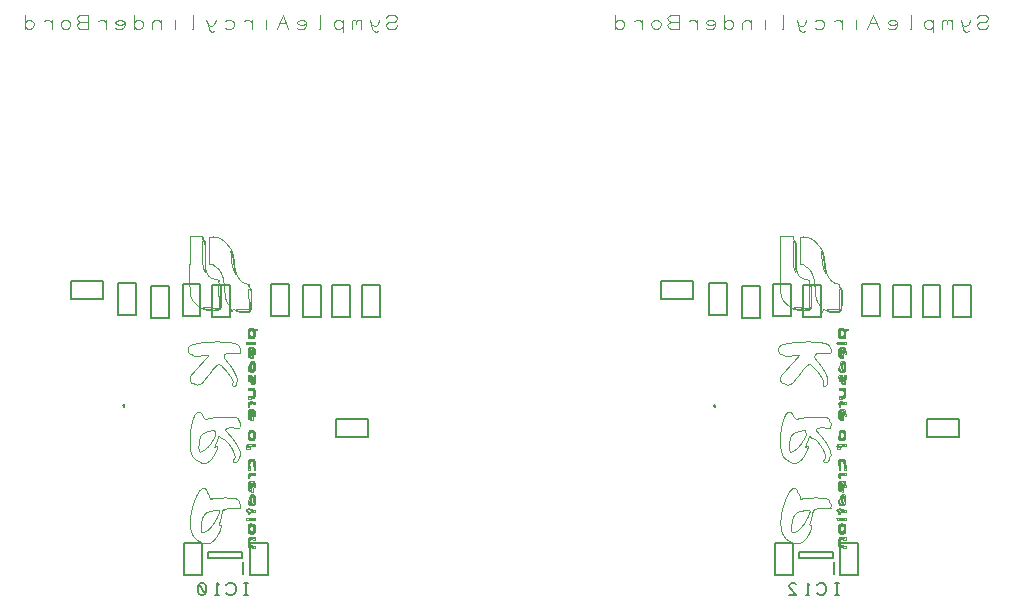
<source format=gbo>
G04 EasyPC Gerber Version 21.0.3 Build 4286 *
G04 #@! TF.Part,Single*
G04 #@! TF.FileFunction,Legend,Bot *
G04 #@! TF.FilePolarity,Positive *
%FSLAX45Y45*%
%MOIN*%
%ADD124C,0.00276*%
%ADD76C,0.00394*%
%ADD10C,0.00500*%
%ADD75C,0.00787*%
%ADD11C,0.01000*%
X0Y0D02*
D02*
D10*
X46826Y123272D02*
X36165D01*
Y129209*
X46826*
Y123272*
X52055Y117851D02*
Y128512D01*
X57992*
Y117851*
X52055*
X63020Y116965D02*
Y127626D01*
X68957*
Y116965*
X63020*
X73443Y117477D02*
Y128138D01*
X79380*
Y117477*
X73443*
X79941Y41996D02*
Y31335D01*
X74004*
Y41996*
X79941*
X83394Y117309D02*
Y127971D01*
X89331*
Y117309*
X83394*
X95277Y24709D02*
X94027D01*
X94652D02*
Y28459D01*
X95277D02*
X94027D01*
X88089Y25335D02*
X88402Y25022D01*
X89027Y24709*
X89965*
X90589Y25022*
X90902Y25335*
X91215Y25959*
Y27209*
X90902Y27835*
X90589Y28147*
X89965Y28459*
X89027*
X88402Y28147*
X88089Y27835*
X85589Y24709D02*
X84339D01*
X84965D02*
Y28459D01*
X85589Y27835*
X80902Y25022D02*
X80277Y24709D01*
X79652*
X79027Y25022*
X78715Y25647*
Y27522*
X79027Y28147*
X79652Y28459*
X80277*
X80902Y28147*
X81215Y27522*
Y25647*
X80902Y25022*
X79027Y28147*
X101811Y42095D02*
Y31433D01*
X95874*
Y42095*
X101811*
X103079Y117664D02*
Y128325D01*
X109016*
Y117664*
X103079*
X113551Y117300D02*
Y127961D01*
X119488*
Y117300*
X113551*
X123305Y117231D02*
Y127892D01*
X129242*
Y117231*
X123305*
X124634Y83128D02*
X135295D01*
Y77191*
X124634*
Y83128*
X133344Y117378D02*
Y128040D01*
X139281*
Y117378*
X133344*
X243676Y123272D02*
X233015D01*
Y129209*
X243676*
Y123272*
X248906Y117851D02*
Y128512D01*
X254843*
Y117851*
X248906*
X259870Y116965D02*
Y127626D01*
X265807*
Y116965*
X259870*
X270293Y117477D02*
Y128138D01*
X276230*
Y117477*
X270293*
X276791Y41996D02*
Y31335D01*
X270854*
Y41996*
X276791*
X280244Y117309D02*
Y127971D01*
X286181*
Y117309*
X280244*
X292128Y24709D02*
X290878D01*
X291502D02*
Y28459D01*
X292128D02*
X290878D01*
X284940Y25335D02*
X285252Y25022D01*
X285878Y24709*
X286815*
X287440Y25022*
X287752Y25335*
X288065Y25959*
Y27209*
X287752Y27835*
X287440Y28147*
X286815Y28459*
X285878*
X285252Y28147*
X284940Y27835*
X282440Y24709D02*
X281190D01*
X281815D02*
Y28459D01*
X282440Y27835*
X275565Y24709D02*
X278065D01*
X275878Y26897*
X275565Y27522*
X275878Y28147*
X276502Y28459*
X277440*
X278065Y28147*
X298661Y42095D02*
Y31433D01*
X292724*
Y42095*
X298661*
X299929Y117664D02*
Y128325D01*
X305866*
Y117664*
X299929*
X310402Y117300D02*
Y127961D01*
X316339*
Y117300*
X310402*
X320156Y117231D02*
Y127892D01*
X326093*
Y117231*
X320156*
X321484Y83128D02*
X332146D01*
Y77191*
X321484*
Y83128*
X330195Y117378D02*
Y128040D01*
X336132*
Y117378*
X330195*
D02*
D11*
X53937Y87421D02*
G75*
G02Y87784J181D01*
G01*
G75*
G02Y87421J-181*
G01*
X250788D02*
G75*
G02Y87784J181D01*
G01*
G75*
G02Y87421J-181*
G01*
D02*
D75*
X93409Y37030D02*
Y38802D01*
X81992*
Y37030*
X93409*
X93744Y31518D02*
Y35652D01*
X290260Y37030D02*
Y38802D01*
X278843*
Y37030*
X290260*
X290594Y31518D02*
Y35652D01*
D02*
D76*
X75417Y107045D02*
G75*
G02X75595Y107320I794J-321D01*
G01*
G75*
G02X75928Y107613I2004J-1939*
G01*
G75*
G02X76335Y107870I1863J-2495*
G01*
G75*
G02X76744Y108038I1050J-1979*
G01*
G75*
G02X79067Y108549I4646J-15582*
G01*
G75*
G02X82070Y108872I5958J-41298*
G01*
G75*
G02X85243Y108984I3162J-44498*
G01*
G75*
G02X88120Y108846I-7J-30260*
G01*
G75*
G02X89363Y108709I-4033J-42055*
G01*
G75*
G02X90288Y108560I-1695J-13474*
G01*
G75*
G02X91007Y108384I-1573J-7993*
G01*
G75*
G02X91598Y108163I-1205J-4123*
G01*
G75*
G02X91929Y107972I-895J-1938*
G01*
G75*
G02X92192Y107739I-882J-1259*
G01*
G75*
G02X92363Y107488I-852J-763*
G01*
G75*
G02X92420Y107244I-487J-244*
G01*
G75*
G03X92438Y107143I296*
G01*
G75*
G03X92494Y107020I818J297*
G01*
G75*
G03X92575Y106896I877J485*
G01*
G75*
G03X92670Y106790I689J522*
G01*
G75*
G02X92800Y106642I-693J-741*
G01*
G75*
G02X92874Y106494I-424J-304*
G01*
G75*
G02X92911Y106300I-798J-249*
G01*
G75*
G02X92920Y105990I-4685J-304*
G01*
G75*
G02X92866Y105479I-2432*
G01*
G75*
G02X92691Y105185I-520J111*
G01*
G75*
G02X92354Y105033I-432J507*
G01*
G75*
G02X91745Y104990I-609J4254*
G01*
G75*
G02X91468Y104997I4J5305*
G01*
G75*
G02X91224Y105019I168J3219*
G01*
G75*
G02X91028Y105050I423J3293*
G01*
G75*
G02X90970Y105090I16J85*
G01*
G75*
G03X90767Y105204I-204J-126*
G01*
G75*
G03X89601Y105195I-188J-50890*
G01*
G75*
G03X88481Y105152I554J-28845*
G01*
G75*
G03X88039Y105034I66J-1136*
G01*
G75*
G03X87568Y104688I768J-1538*
G01*
G75*
G03X87347Y104259I604J-582*
G01*
G75*
G03X87394Y103763I893J-166*
G01*
G75*
G03X87703Y103224I1959J763*
G01*
G75*
G02X88504Y102200I-103483J-81718*
G01*
G75*
G02X89190Y101299I-60161J-46543*
G01*
G75*
G02X89789Y100498I-230375J-172811*
G01*
G75*
G02X89820Y100401I-130J-96*
G01*
G75*
G03X89831Y100359I91J1*
G01*
G75*
G03X89864Y100304I398J202*
G01*
G75*
G03X89912Y100245I456J319*
G01*
G75*
G03X89969Y100192I449J422*
G01*
G75*
G02X90093Y100060I-463J-560*
G01*
G75*
G02X90220Y99861I-1677J-1215*
G01*
G75*
G02X90423Y99485I-9930J-5613*
G01*
G75*
G02X90996Y98372I-468609J-241887*
G01*
G75*
G02X91230Y97900I-17175J-8817*
G01*
G75*
G02X91438Y97448I-13874J-6650*
G01*
G75*
G02X91602Y97061I-13386J-5891*
G01*
G75*
G02X91659Y96865I-946J-386*
G01*
G75*
G02X91678Y96677I-1078J-201*
G01*
G75*
G02X91676Y96352I-8470J-111*
G01*
G75*
G02X91659Y95976I-9520J250*
G01*
G75*
G02X91626Y95594I-10183J669*
G01*
G75*
G02X91563Y95067I-16119J1672*
G01*
G75*
G02X91499Y94774I-1875J257*
G01*
G75*
G02X91406Y94568I-832J252*
G01*
G75*
G02X91257Y94375I-994J616*
G01*
G75*
G02X91113Y94246I-968J929*
G01*
G75*
G02X90970Y94157I-472J603*
G01*
G75*
G02X90820Y94107I-287J606*
G01*
G75*
G02X90656Y94090I-166J787*
G01*
G75*
G02X90372Y94146J744*
G01*
G75*
G02X90205Y94304I122J296*
G01*
G75*
G02X90157Y94576I465J222*
G01*
G75*
G02X90233Y94977I2257J-218*
G01*
G75*
G03X90281Y95169I-3015J857*
G01*
G75*
G03X90316Y95363I-3020J652*
G01*
G75*
G03X90336Y95533I-2658J400*
G01*
G75*
G03X90333Y95640I-440J39*
G01*
G75*
G03X90238Y95957I-1244J-197*
G01*
G75*
G03X89959Y96548I-14342J-6409*
G01*
G75*
G03X89635Y97161I-12519J-6229*
G01*
G75*
G03X89337Y97640I-5411J-3037*
G01*
G75*
G03X88489Y98773I-14699J-10113*
G01*
G75*
G03X87465Y99963I-20935J-16989*
G01*
G75*
G03X86479Y100993I-22807J-20836*
G01*
G75*
G03X85944Y101354I-1203J-1205*
G01*
G75*
G03X85752Y101424I-740J-1735*
G01*
G75*
G03X85617Y101441I-113J-371*
G01*
G75*
G03X85481Y101410I23J-417*
G01*
G75*
G03X85283Y101317I895J-2166*
G01*
G75*
G03X84945Y101073I698J-1322*
G01*
G75*
G03X84182Y100323I30869J-32167*
G01*
G75*
G03X83393Y99518I66914J-66460*
G01*
G75*
G03X83320Y99340I183J-178*
G01*
G75*
G02X83307Y99294I-83*
G01*
G75*
G02X83211Y99153I-5679J3746*
G01*
G75*
G02X83089Y98987I-4089J2857*
G01*
G75*
G02X82946Y98804I-6502J4956*
G01*
G75*
G03X82795Y98614I12837J-10356*
G01*
G75*
G03X82652Y98428I11426J-8960*
G01*
G75*
G03X82531Y98267I10618J-8043*
G01*
G75*
G03X82470Y98177I1073J-792*
G01*
G75*
G02X82394Y98071I-769J471*
G01*
G75*
G02X82121Y97746I-44552J37254*
G01*
G75*
G02X81792Y97363I-32972J27996*
G01*
G75*
G02X81420Y96939I-50333J43737*
G01*
G75*
G03X81052Y96516I27491J-24286*
G01*
G75*
G03X80731Y96133I17525J-15023*
G01*
G75*
G03X80466Y95806I25271J-20731*
G01*
G75*
G03X80406Y95702I318J-254*
G01*
G75*
G02X80284Y95507I-600J238*
G01*
G75*
G02X80031Y95256I-2506J2281*
G01*
G75*
G02X79718Y95006I-2557J2867*
G01*
G75*
G02X79393Y94799I-1917J2666*
G01*
G75*
G02X78979Y94642I-758J1369*
G01*
G75*
G02X78490Y94584I-521J2307*
G01*
G75*
G02X78046Y94626I-28J2050*
G01*
G75*
G02X77782Y94778I100J480*
G01*
G75*
G03X77682Y94857I-288J-261*
G01*
G75*
G03X77530Y94927I-559J-1010*
G01*
G75*
G03X77344Y94983I-516J-1363*
G01*
G75*
G03X77145Y95018I-396J-1709*
G01*
G75*
G02X76894Y95061I231J2065*
G01*
G75*
G02X76706Y95131I194J812*
G01*
G75*
G02X76537Y95246I395J764*
G01*
G75*
G02X76349Y95429I1502J1729*
G01*
G75*
G02X76161Y95658I1985J1822*
G01*
G75*
G02X76070Y95838I496J362*
G01*
G75*
G02X76031Y96063I858J268*
G01*
G75*
G02X76020Y96482I8800J424*
G01*
G75*
G02X76028Y96765I5930J-7*
G01*
G75*
G02X76048Y97041I5393J-254*
G01*
G75*
G02X76077Y97276I4748J-476*
G01*
G75*
G02X76113Y97408I589J-88*
G01*
G75*
G02X76289Y97698I947J-377*
G01*
G75*
G02X77425Y99002I195633J-169264*
G01*
G75*
G02X78852Y100606I111835J-98045*
G01*
G75*
G02X80682Y102619I281537J-254204*
G01*
G75*
G03X81272Y103274I-40278J36897*
G01*
G75*
G03X81769Y103848I-22685J20111*
G01*
G75*
G03X82186Y104348I-54272J45751*
G01*
G75*
G03X82220Y104444I-117J96*
G01*
G75*
G03X82189Y104513I-90*
G01*
G75*
G03X82105Y104558I-143J-164*
G01*
G75*
G03X81950Y104583I-192J-705*
G01*
G75*
G03X81691Y104590I-257J-4922*
G01*
G75*
G03X81481Y104583I-6J-3304*
G01*
G75*
G03X81289Y104563I156J-2371*
G01*
G75*
G03X81132Y104534I306J-2112*
G01*
G75*
G03X81066Y104499I30J-136*
G01*
G75*
G02X80999Y104461I-109J114*
G01*
G75*
G02X80837Y104420I-719J2552*
G01*
G75*
G02X80638Y104385I-596J2799*
G01*
G75*
G02X80420Y104361I-550J3919*
G01*
G75*
G03X80157Y104335I735J-8666*
G01*
G75*
G03X79812Y104292I2927J-25190*
G01*
G75*
G03X79448Y104243I3471J-26815*
G01*
G75*
G03X79120Y104193I2539J-17730*
G01*
G75*
G02X78424Y104111I-1274J7869*
G01*
G75*
G02X77884Y104122I-210J2868*
G01*
G75*
G02X77459Y104226I204J1763*
G01*
G75*
G02X77121Y104424I415J1093*
G01*
G75*
G03X76972Y104532I-809J-959*
G01*
G75*
G03X76809Y104617I-657J-1066*
G01*
G75*
G03X76648Y104672I-431J-1006*
G01*
G75*
G03X76504Y104690I-144J-564*
G01*
G75*
G02X76220Y104742I1J799*
G01*
G75*
G02X75923Y104896I507J1341*
G01*
G75*
G02X75658Y105124I871J1282*
G01*
G75*
G02X75469Y105393I893J827*
G01*
G75*
G02X75372Y105702I835J433*
G01*
G75*
G02X75331Y106206I5073J666*
G01*
G75*
G02X75340Y106715I5077J164*
G01*
G75*
G02X75417Y107045I1074J-74*
G01*
X75920Y144390D02*
X80100D01*
X80171Y143683*
G75*
G03X80214Y143340I7585J768*
G01*
G75*
G03X80263Y143120I1459J214*
G01*
G75*
G03X80325Y142983I571J175*
G01*
G75*
G03X80407Y142918I133J82*
G01*
G75*
G02X80647Y142791I-310J-881*
G01*
G75*
G02X80845Y142600I-581J-796*
G01*
G75*
G02X80976Y142369I-719J-560*
G01*
G75*
G02X81020Y142128I-622J-241*
G01*
G75*
G03X81028Y141999I1146J1*
G01*
G75*
G03X81050Y141880I870J99*
G01*
G75*
G03X81082Y141785I651J167*
G01*
G75*
G03X81120Y141740I91J38*
G01*
G75*
G02X81168Y141658I-52J-85*
G01*
G75*
G02X81195Y140535I-291089J-7604*
G01*
G75*
G02X81215Y139131I-89069J-1951*
G01*
G75*
G02X81220Y137203I-308554J-1909*
G01*
G75*
G03X81226Y134741I600317J17*
G01*
G75*
G03X81248Y133513I44979J193*
G01*
G75*
G03X81284Y132759I22836J721*
G01*
G75*
G03X81367Y132534I417J26*
G01*
G75*
G02X81424Y132450I-683J-519*
G01*
G75*
G02X81472Y132356I-851J-495*
G01*
G75*
G02X81506Y132267I-784J-353*
G01*
G75*
G02X81517Y132200I-227J-72*
G01*
G75*
G03X81588Y131894I774J18*
G01*
G75*
G03X81828Y131435I4631J2131*
G01*
G75*
G03X82122Y130992I4288J2529*
G01*
G75*
G03X82394Y130713I1185J882*
G01*
G75*
G03X83009Y130310I2623J3333*
G01*
G75*
G03X83736Y129981I2766J5148*
G01*
G75*
G03X84479Y129762I1940J5215*
G01*
G75*
G03X85142Y129690I664J3004*
G01*
X85520*
Y129183*
G75*
G03X85543Y128818I3084J2*
G01*
G75*
G03X85610Y128535I1243J148*
G01*
G75*
G03X85715Y128352I581J214*
G01*
G75*
G03X85849Y128289I135J113*
G01*
G75*
G02X85908Y128264I-1J-84*
G01*
G75*
G02X85994Y128165I-765J-750*
G01*
G75*
G02X86085Y128030I-1076J-826*
G01*
G75*
G02X86170Y127870I-1775J-1052*
G01*
G75*
G02X86285Y127507I-1226J-588*
G01*
G75*
G02X86341Y126992I-4433J-742*
G01*
G75*
G02X86366Y126093I-19589J-981*
G01*
G75*
G02X86370Y123892I-506315J-2187*
G01*
G75*
G02X86366Y121778I-464200J-20*
G01*
G75*
G02X86343Y120856I-22243J100*
G01*
G75*
G02X86295Y120333I-5987J278*
G01*
G75*
G02X86194Y120062I-648J87*
G01*
G75*
G02X85916Y119742I-1319J865*
G01*
G75*
G02X85596Y119559I-604J686*
G01*
G75*
G02X85112Y119462I-650J1993*
G01*
G75*
G02X84196Y119409I-1683J21256*
G01*
G75*
G02X82875Y119406I-720J20001*
G01*
G75*
G02X81802Y119502I265J8926*
G01*
G75*
G02X80893Y119708I973J6407*
G01*
G75*
G02X80076Y120035I1500J4946*
G01*
G75*
G02X79028Y120667I3519J7011*
G01*
G75*
G02X78009Y121499I6082J8493*
G01*
G75*
G02X77146Y122409I6578J7101*
G01*
G75*
G02X76578Y123276I3515J2923*
G01*
G75*
G02X76179Y124356I4557J2296*
G01*
G75*
G02X75996Y125574I6520J1600*
G01*
G75*
G02X75933Y127723I39815J2257*
G01*
G75*
G02X75922Y134815I2673193J7553*
G01*
X75920Y144390*
X76074Y78690D02*
G75*
G02X76479Y81163I33579J-4221D01*
G01*
G75*
G02X77021Y83181I16182J-3264*
G01*
G75*
G02X77647Y84664I10312J-3481*
G01*
G75*
G02X78320Y85340I1392J-713*
G01*
G75*
G02X78461Y85398I394J-759*
G01*
G75*
G02X78648Y85446I629J-2055*
G01*
G75*
G02X78846Y85479I479J-2239*
G01*
G75*
G02X79027Y85490I178J-1484*
G01*
G75*
G02X79261Y85474I3J-1706*
G01*
G75*
G02X79429Y85422I-77J-552*
G01*
G75*
G02X79584Y85317I-292J-598*
G01*
G75*
G02X79781Y85122I-2022J-2231*
G01*
G75*
G02X79915Y84956I-1277J-1170*
G01*
G75*
G02X80038Y84764I-1863J-1326*
G01*
G75*
G02X80133Y84575I-1795J-1024*
G01*
G75*
G02X80181Y84422I-636J-282*
G01*
G75*
G03X80230Y84267I663J125*
G01*
G75*
G03X80331Y84070I2036J926*
G01*
G75*
G03X80463Y83867I2170J1263*
G01*
G75*
G03X80607Y83689I1645J1179*
G01*
X80970Y83287*
X82520Y83480*
G75*
G02X84479Y83706I13614J-109562*
G01*
G75*
G02X85915Y83826I3415J-32196*
G01*
G75*
G02X87254Y83874I1646J-26774*
G01*
G75*
G02X88870Y83869I630J-56475*
G01*
G75*
G02X90074Y83842I-1920J-111812*
G01*
G75*
G02X90782Y83806I-414J-14847*
G01*
G75*
G02X91241Y83753I-454J-5973*
G01*
G75*
G02X91523Y83668I-162J-1052*
G01*
G75*
G02X91828Y83497I-917J-1994*
G01*
G75*
G02X92047Y83303I-603J-900*
G01*
G75*
G02X92194Y83070I-710J-611*
G01*
G75*
G02X92283Y82783I-1202J-530*
G01*
G75*
G03X92319Y82637I1250J233*
G01*
G75*
G03X92376Y82482I1750J552*
G01*
G75*
G03X92443Y82341I1572J654*
G01*
G75*
G03X92509Y82240I555J293*
G01*
G75*
G02X92810Y81787I-2291J-1851*
G01*
G75*
G02X92919Y81401I-806J-435*
G01*
G75*
G02X92844Y81051I-685J-36*
G01*
G75*
G02X92591Y80709I-1165J598*
G01*
X92261Y80390*
X90647*
G75*
G03X89984Y80383I-16J-33187*
G01*
G75*
G03X89459Y80363I265J-13261*
G01*
G75*
G03X89041Y80333I1234J-20454*
G01*
G75*
G03X88970Y80290I7J-92*
G01*
G75*
G02X88926Y80251I-83J51*
G01*
G75*
G02X88831Y80219I-261J619*
G01*
G75*
G02X88712Y80197I-219J848*
G01*
G75*
G02X88582Y80190I-131J1139*
G01*
G75*
G03X88318Y80137I0J-683*
G01*
G75*
G03X88066Y79982I374J-894*
G01*
G75*
G03X87883Y79769I567J-669*
G01*
G75*
G03X87820Y79544I370J-225*
G01*
G75*
G03X87856Y79436I186J0*
G01*
G75*
G03X88050Y79176I6042J4318*
G01*
G75*
G03X88302Y78874I5295J4150*
G01*
G75*
G03X88600Y78549I7902J6970*
G01*
G75*
G02X88947Y78174I-9182J-8827*
G01*
G75*
G02X89346Y77712I-19239J-17032*
G01*
G75*
G02X89733Y77242I-19611J-16560*
G01*
G75*
G02X90044Y76839I-9783J-7859*
G01*
G75*
G03X90316Y76473I97500J72211*
G01*
G75*
G03X90581Y76118I87458J65171*
G01*
G75*
G03X90811Y75814I79632J59795*
G01*
G75*
G03X90940Y75647I8551J6481*
G01*
G75*
G02X91034Y75524I-3375J-2675*
G01*
G75*
G02X91125Y75394I-3772J-2757*
G01*
G75*
G02X91202Y75277I-3423J-2324*
G01*
G75*
G02X91246Y75197I-667J-424*
G01*
G75*
G03X91291Y75112I1254J604*
G01*
G75*
G03X91374Y74969I9367J5349*
G01*
G75*
G03X91473Y74805I10363J6101*
G01*
G75*
G03X91576Y74640I10841J6638*
G01*
G75*
G02X91691Y74448I-3752J-2376*
G01*
G75*
G02X91829Y74196I-10285J-5813*
G01*
G75*
G02X91967Y73930I-10989J-5858*
G01*
G75*
G02X92082Y73690I-6937J-3480*
G01*
G75*
G03X92193Y73451I29837J13739*
G01*
G75*
G03X92317Y73189I44185J20772*
G01*
G75*
G03X92436Y72941I41240J19680*
G01*
G75*
G03X92528Y72756I13678J6637*
G01*
G75*
G02X92602Y72581I-1326J-662*
G01*
G75*
G02X92664Y72375I-2333J-822*
G01*
G75*
G02X92707Y72170I-2311J-586*
G01*
G75*
G02X92720Y72000I-1037J-170*
G01*
G75*
G03X92729Y71851I1407J3*
G01*
G75*
G03X92752Y71707I1247J131*
G01*
G75*
G03X92787Y71588I1002J230*
G01*
G75*
G03X92829Y71522I168J60*
G01*
G75*
G02X92911Y71357I-204J-204*
G01*
G75*
G02X92892Y71149I-461J-63*
G01*
G75*
G02X92778Y70949I-549J181*
G01*
G75*
G02X92596Y70811I-426J373*
G01*
G75*
G03X92454Y70726I379J-793*
G01*
G75*
G03X92373Y70633I170J-231*
G01*
G75*
G03X92331Y70507I310J-172*
G01*
G75*
G03X92319Y70309I1616J-206*
G01*
G75*
G02X92268Y69932I-1500J9*
G01*
G75*
G02X92120Y69523I-2461J656*
G01*
G75*
G02X91915Y69163I-2160J995*
G01*
G75*
G02X91690Y68943I-676J468*
G01*
G75*
G02X91570Y68877I-506J771*
G01*
G75*
G02X91413Y68812I-904J1962*
G01*
G75*
G02X91246Y68758I-775J2110*
G01*
G75*
G02X91095Y68724I-370J1313*
G01*
G75*
G02X90611Y68754I-176J1089*
G01*
G75*
G02X90343Y69002I113J392*
G01*
G75*
G02X90359Y69401I481J181*
G01*
G75*
G02X90670Y69846I1422J-664*
G01*
G75*
G03X90931Y70257I-785J785*
G01*
G75*
G03X91000Y70753I-1164J417*
G01*
G75*
G03X90870Y71393I-2392J-153*
G01*
G75*
G03X90516Y72266I-9263J-3252*
G01*
G75*
G02X90403Y72513I29704J13724*
G01*
G75*
G02X90307Y72728I16535J7484*
G01*
G75*
G02X90226Y72914I47170J20654*
G01*
G75*
G02X90220Y72941I64J28*
G01*
G75*
G03X90213Y72968I-53J0*
G01*
G75*
G03X90097Y73167I-51014J-29708*
G01*
G75*
G03X89961Y73396I-15945J-9330*
G01*
G75*
G03X89800Y73659I-28880J-17518*
G01*
G75*
G03X88987Y74856I-14461J-8944*
G01*
G75*
G03X88166Y75828I-8194J-6090*
G01*
G75*
G03X87422Y76506I-5378J-5148*
G01*
G75*
G03X86895Y76692I-533J-670*
G01*
G75*
G02X86626Y76735I6J893*
G01*
G75*
G02X86371Y76859I322J995*
G01*
G75*
G02X86151Y77050I612J923*
G01*
G75*
G02X85987Y77294I852J750*
G01*
G75*
G03X85858Y77474I-631J-315*
G01*
G75*
G03X85698Y77569I-256J-252*
G01*
G75*
G03X85575Y77542I-36J-131*
G01*
G75*
G03X85518Y77422I102J-122*
G01*
G75*
G02X85454Y77056I-1177J15*
G01*
G75*
G02X85106Y76078I-43208J14861*
G01*
G75*
G02X84688Y75006I-31465J11631*
G01*
G75*
G02X84256Y74007I-24891J10180*
G01*
G75*
G03X84137Y73727I5227J-2388*
G01*
G75*
G03X84154Y73645I71J-28*
G01*
G75*
G03X84224Y73644I36J35*
G01*
G75*
G03X84421Y73841I-2878J3081*
G01*
G75*
G02X84537Y73943I613J-579*
G01*
G75*
G02X84669Y74022I498J-676*
G01*
G75*
G02X84806Y74073I332J-688*
G01*
G75*
G02X84938Y74090I131J-502*
G01*
G75*
G02X85093Y74079I2J-1103*
G01*
G75*
G02X85172Y74039I-19J-133*
G01*
G75*
G02X85210Y73958I-103J-99*
G01*
G75*
G02X85220Y73796I-1270J-161*
G01*
G75*
G02X85213Y73679I-934J-2*
G01*
G75*
G02X85191Y73570I-742J94*
G01*
G75*
G02X85159Y73483I-552J156*
G01*
G75*
G02X85120Y73440I-92J43*
G01*
G75*
G03X85082Y73403I66J-106*
G01*
G75*
G03X85050Y73342I283J-189*
G01*
G75*
G03X85028Y73268I378J-154*
G01*
G75*
G03X85020Y73193I382J-76*
G01*
G75*
G02X85002Y73085I-321J-1*
G01*
G75*
G02X84922Y72875I-4372J1553*
G01*
G75*
G02X84813Y72630I-4604J1889*
G01*
G75*
G02X84685Y72373I-5822J2764*
G01*
G75*
G03X84536Y72093I176419J-93592*
G01*
G75*
G03X84368Y71774I294981J-155878*
G01*
G75*
G03X84206Y71465I285161J-150052*
G01*
G75*
G03X84078Y71221I111640J-58771*
G01*
G75*
G02X83963Y71014I-4730J2476*
G01*
G75*
G02X83844Y70820I-3935J2282*
G01*
G75*
G02X83735Y70661I-3430J2229*
G01*
G75*
G02X83663Y70584I-336J241*
G01*
G75*
G03X83609Y70530I287J-346*
G01*
G75*
G03X83563Y70467I376J-321*
G01*
G75*
G03X83531Y70403I362J-221*
G01*
G75*
G03X83520Y70350I132J-53*
G01*
G75*
G02X83429Y70131I-306J0*
G01*
G75*
G02X82796Y69530I-18739J19085*
G01*
G75*
G02X82151Y68969I-10406J11310*
G01*
G75*
G02X81727Y68700I-1296J1578*
G01*
G75*
G02X81485Y68604I-854J1806*
G01*
G75*
G02X81230Y68539I-646J2003*
G01*
G75*
G02X80945Y68502I-474J2506*
G01*
G75*
G02X80613Y68490I-332J4504*
G01*
G75*
G02X80161Y68509I4J5289*
G01*
G75*
G02X79853Y68574I111J1296*
G01*
G75*
G02X79537Y68719I564J1652*
G01*
G75*
G02X79028Y69030I6828J11719*
G01*
G75*
G03X78835Y69149I-3294J-5125*
G01*
G75*
G03X78624Y69270I-4174J-7043*
G01*
G75*
G03X78426Y69375I-3607J-6545*
G01*
G75*
G03X78278Y69445I-995J-1927*
G01*
G75*
G02X77611Y69872I902J2138*
G01*
G75*
G02X77022Y70556I2613J2850*
G01*
G75*
G02X76544Y71448I4057J2744*
G01*
G75*
G02X76211Y72500I6355J2594*
G01*
G75*
G02X76036Y73661I7391J1706*
G01*
G75*
G02X75954Y75404I34991J2517*
G01*
G75*
G02X75961Y77222I35408J778*
G01*
G75*
G02X76074Y78690I15400J-451*
G01*
X76170Y50640D02*
G75*
G02X76343Y51734I35301J-5028D01*
G01*
G75*
G02X76526Y52639I17104J-2979*
G01*
G75*
G02X76778Y53631I22146J-5090*
G01*
G75*
G02X77181Y55040I88698J-24648*
G01*
G75*
G02X77766Y56704I16563J-4884*
G01*
G75*
G02X78487Y58196I12457J-5106*
G01*
G75*
G02X79249Y59361I9120J-5127*
G01*
G75*
G02X79941Y59948I1650J-1243*
G01*
G75*
G02X80283Y60068I572J-1093*
G01*
G75*
G02X80662Y60089I272J-1440*
G01*
G75*
G02X81011Y60015I-93J-1302*
G01*
G75*
G02X81267Y59853I-237J-655*
G01*
G75*
G02X81423Y59645I-648J-648*
G01*
G75*
G02X81572Y59328I-2573J-1405*
G01*
G75*
G02X81684Y58993I-2738J-1099*
G01*
G75*
G02X81720Y58722I-1030J-276*
G01*
G75*
G03X81737Y58663I111J1*
G01*
G75*
G03X81800Y58576I742J471*
G01*
G75*
G03X81888Y58481I848J693*
G01*
G75*
G03X81993Y58391I973J1016*
G01*
G75*
G02X82222Y58155I-770J-979*
G01*
G75*
G02X82387Y57863I-1092J-813*
G01*
G75*
G02X82487Y57515I-1481J-614*
G01*
G75*
G02X82520Y57115I-2387J-399*
G01*
Y56662*
X83146Y56722*
G75*
G02X84885Y56862I5186J-53637*
G01*
G75*
G02X86604Y56943I3265J-50942*
G01*
G75*
G02X88150Y56962I1302J-43218*
G01*
G75*
G02X89337Y56909I-87J-15324*
G01*
G75*
G02X89920Y56856I-2848J-34266*
G01*
G75*
G02X90488Y56794I-3098J-30891*
G01*
G75*
G02X90974Y56731I-3331J-27972*
G01*
G75*
G02X91243Y56683I-420J-3076*
G01*
G75*
G02X91674Y56530I-439J-1924*
G01*
G75*
G02X92020Y56291I-622J-1267*
G01*
G75*
G02X92243Y55993I-744J-790*
G01*
G75*
G02X92320Y55669I-637J-324*
G01*
G75*
G03X92338Y55493I905J1*
G01*
G75*
G03X92389Y55340I635J125*
G01*
G75*
G03X92480Y55193I681J325*
G01*
G75*
G03X92620Y55040I1230J982*
G01*
G75*
G02X92830Y54759I-728J-761*
G01*
G75*
G02X92919Y54441I-743J-379*
G01*
G75*
G02X92878Y54107I-868J-64*
G01*
G75*
G02X92714Y53780I-1149J374*
G01*
X92507Y53490*
X90920*
G75*
G03X90269Y53483I-16J-31907*
G01*
G75*
G03X89753Y53463I261J-12865*
G01*
G75*
G03X89341Y53433I1204J-19658*
G01*
G75*
G03X89270Y53390I7J-92*
G01*
G75*
G02X89212Y53350I-73J45*
G01*
G75*
G02X88996Y53319I-714J4204*
G01*
G75*
G02X88727Y53297I-450J3837*
G01*
G75*
G02X88420Y53290I-311J6472*
G01*
G75*
G03X88114Y53283I-4J-6471*
G01*
G75*
G03X87846Y53261I182J-3859*
G01*
G75*
G03X87629Y53230I498J-4235*
G01*
G75*
G03X87570Y53190I15J-85*
G01*
G75*
G02X87523Y53151I-80J49*
G01*
G75*
G02X87416Y53119I-299J810*
G01*
G75*
G02X87279Y53097I-244J1080*
G01*
G75*
G02X87130Y53090I-151J1525*
G01*
X86750*
X86690Y52165*
G75*
G02X86593Y51377I-7037J461*
G01*
G75*
G02X86382Y50351I-20576J3699*
G01*
G75*
G02X86110Y49300I-21140J4908*
G01*
G75*
G02X85819Y48415I-11311J3230*
G01*
G75*
G03X85750Y48213I4117J-1533*
G01*
G75*
G03X85703Y48041I2024J-645*
G01*
G75*
G03X85677Y47907I1967J-450*
G01*
G75*
G03X85697Y47880I24J-4*
G01*
G75*
G03X85743Y47877I45J322*
G01*
G75*
G03X85844Y47878I-21J6242*
G01*
G75*
G03X85966Y47881I-120J6205*
G01*
G75*
G03X86096Y47887I-306J8165*
G01*
G75*
G02X86296Y47888I108J-1942*
G01*
G75*
G02X86376Y47848I-6J-112*
G01*
G75*
G02X86413Y47756I-119J-102*
G01*
G75*
G02X86420Y47504I-4357J-249*
G01*
G75*
G02X86413Y47345I-1715J-2*
G01*
G75*
G02X86391Y47202I-1207J111*
G01*
G75*
G02X86359Y47088I-939J203*
G01*
G75*
G02X86320Y47040I-88J31*
G01*
G75*
G03X86282Y46997I54J-86*
G01*
G75*
G03X86250Y46912I502J-239*
G01*
G75*
G03X86228Y46805I700J-200*
G01*
G75*
G03X86220Y46690I893J-116*
G01*
G75*
G02X86213Y46575I-897J-2*
G01*
G75*
G02X86191Y46468I-722J93*
G01*
G75*
G02X86159Y46383I-535J154*
G01*
G75*
G02X86120Y46340I-93J44*
G01*
G75*
G03X86082Y46303I67J-108*
G01*
G75*
G03X86050Y46243I274J-187*
G01*
G75*
G03X86028Y46171I365J-151*
G01*
G75*
G03X86020Y46098I359J-74*
G01*
G75*
G02X85963Y45843I-598J0*
G01*
G75*
G02X85636Y45175I-22149J10451*
G01*
G75*
G02X85263Y44485I-14751J7519*
G01*
G75*
G02X84915Y43928I-7065J4033*
G01*
G75*
G02X84542Y43437I-5108J3489*
G01*
G75*
G02X84045Y42880I-10107J8508*
G01*
G75*
G02X83543Y42361I-18157J17103*
G01*
G75*
G02X83371Y42290I-172J171*
G01*
G75*
G03X83313Y42277I0J-136*
G01*
G75*
G03X83237Y42235I263J-567*
G01*
G75*
G03X83156Y42174I419J-641*
G01*
G75*
G03X83081Y42102I529J-620*
G01*
G75*
G02X82976Y42018I-309J280*
G01*
G75*
G02X82780Y41918I-1334J2383*
G01*
G75*
G02X82542Y41820I-1331J2898*
G01*
G75*
G02X82293Y41740I-1181J3232*
G01*
G75*
G02X81720Y41636I-844J3015*
G01*
G75*
G02X81086Y41627I-379J4340*
G01*
G75*
G02X80508Y41704I229J3896*
G01*
G75*
G02X80120Y41868I229J1085*
G01*
G75*
G03X79807Y42069I-5674J-8477*
G01*
G75*
G03X79485Y42261I-5485J-8876*
G01*
G75*
G03X79132Y42454I-5990J-10535*
G01*
G75*
G03X78728Y42661I-9211J-17486*
G01*
G75*
G02X77933Y43196I1617J3254*
G01*
G75*
G02X77251Y43952I3059J3446*
G01*
G75*
G02X76700Y44908I4439J3196*
G01*
G75*
G02X76296Y46040I6990J3133*
G01*
G75*
G02X76139Y46917I4925J1335*
G01*
G75*
G02X76065Y48186I20305J1827*
G01*
G75*
G02X76070Y49520I21038J574*
G01*
G75*
G02X76170Y50640I10651J-384*
G01*
X79123Y72509D02*
G75*
G03X79237Y72341I1829J1117D01*
G01*
G75*
G03X79329Y72256I269J200*
G01*
G75*
G03X79426Y72228I98J159*
G01*
G75*
G03X79548Y72246I4J405*
G01*
G75*
G03X80773Y72828I-1353J4432*
G01*
G75*
G03X81931Y73797I-3933J5874*
G01*
G75*
G03X83033Y75168I-7061J6799*
G01*
G75*
G03X84087Y76959I-15809J10516*
G01*
G75*
G03X84411Y77623I-13734J7103*
G01*
G75*
G03X84576Y78076I-2700J1239*
G01*
G75*
G03X84613Y78377I-1030J282*
G01*
G75*
G03X84520Y78540I-196J-4*
G01*
G75*
G02X84476Y78589I65J106*
G01*
G75*
G02X84418Y78712I1529J791*
G01*
G75*
G02X84360Y78867I1799J759*
G01*
G75*
G02X84311Y79039I2535J820*
G01*
G75*
G03X84211Y79333I-1910J-481*
G01*
G75*
G03X84086Y79498I-392J-167*
G01*
G75*
G03X83931Y79548I-143J-179*
G01*
G75*
G03X83742Y79495I23J-448*
G01*
G75*
G02X83629Y79448I-279J519*
G01*
G75*
G02X83342Y79367I-4202J14321*
G01*
G75*
G02X82997Y79278I-3693J13602*
G01*
G75*
G02X82620Y79190I-4644J18972*
G01*
G75*
G03X81444Y78870I2915J-13023*
G01*
G75*
G03X80561Y78492I1594J-4944*
G01*
G75*
G03X79943Y78052I1487J-2744*
G01*
G75*
G03X79576Y77540I1028J-1125*
G01*
G75*
G03X79276Y76747I7534J-3309*
G01*
G75*
G03X79084Y75986I5780J-1857*
G01*
G75*
G03X78978Y75130I7472J-1366*
G01*
G75*
G03X78935Y74040I19211J-1302*
G01*
G75*
G03X78934Y73361I32093J-358*
G01*
G75*
G03X78959Y72991I3301J35*
G01*
G75*
G03X79017Y72737I1280J156*
G01*
G75*
G03X79123Y72509I1075J363*
G01*
X79773Y45685D02*
G75*
G03X79870Y45530I1008J520D01*
G01*
G75*
G03X79968Y45444I245J183*
G01*
G75*
G03X80099Y45402I172J314*
G01*
G75*
G03X80309Y45390I213J1793*
G01*
G75*
G03X81376Y45717I0J1904*
G01*
G75*
G03X82624Y46766I-4420J6526*
G01*
G75*
G03X83882Y48322I-8143J7868*
G01*
G75*
G03X84996Y50240I-14127J9485*
G01*
G75*
G03X85379Y51053I-19790J9827*
G01*
G75*
G03X85636Y51702I-7433J3321*
G01*
G75*
G03X85783Y52210I-4645J1615*
G01*
G75*
G03X85803Y52562I-1011J234*
G01*
G75*
G03X85770Y52715I-796J-93*
G01*
G75*
G03X85710Y52798I-159J-51*
G01*
G75*
G03X85601Y52844I-152J-206*
G01*
G75*
G03X85383Y52872I-422J-2501*
G01*
G75*
G03X85226Y52876I-118J-1443*
G01*
G75*
G03X85077Y52863I30J-1210*
G01*
G75*
G03X84954Y52836I148J-958*
G01*
G75*
G03X84887Y52797I42J-148*
G01*
G75*
G02X84813Y52755I-111J111*
G01*
G75*
G02X84643Y52721I-499J2062*
G01*
G75*
G02X84434Y52698I-376J2392*
G01*
G75*
G02X84207Y52690I-228J3308*
G01*
G75*
G03X83982Y52683I-3J-3461*
G01*
G75*
G03X83783Y52661I142J-2197*
G01*
G75*
G03X83625Y52629I311J-1976*
G01*
G75*
G03X83570Y52590I21J-86*
G01*
G75*
G02X83525Y52551I-82J50*
G01*
G75*
G02X83428Y52519I-269J659*
G01*
G75*
G02X83305Y52497I-224J894*
G01*
G75*
G02X83170Y52490I-135J1221*
G01*
G75*
G03X83037Y52483I-2J-1225*
G01*
G75*
G03X82914Y52461I101J-917*
G01*
G75*
G03X82816Y52429I172J-691*
G01*
G75*
G03X82770Y52390I37J-90*
G01*
G75*
G02X82725Y52351I-82J50*
G01*
G75*
G02X82628Y52319I-269J659*
G01*
G75*
G02X82505Y52297I-224J894*
G01*
G75*
G02X82370Y52290I-135J1221*
G01*
G75*
G03X82237Y52283I-2J-1225*
G01*
G75*
G03X82114Y52261I101J-917*
G01*
G75*
G03X82016Y52229I172J-691*
G01*
G75*
G03X81970Y52190I37J-90*
G01*
G75*
G02X81935Y52152I-117J72*
G01*
G75*
G02X81880Y52119I-180J244*
G01*
G75*
G02X81815Y52097I-143J314*
G01*
G75*
G02X81750Y52090I-66J284*
G01*
G75*
G03X81663Y52070I0J-194*
G01*
G75*
G03X81513Y51987I988J-1989*
G01*
G75*
G03X81340Y51874I1305J-2185*
G01*
G75*
G03X81165Y51741I1909J-2674*
G01*
G75*
G03X80793Y51340I1281J-1564*
G01*
G75*
G03X80409Y50720I5053J-3554*
G01*
G75*
G03X80109Y50077I5434J-2931*
G01*
G75*
G03X80020Y49620I1144J-458*
G01*
G75*
G02X80013Y49494I-1090J-2*
G01*
G75*
G02X79991Y49377I-836J98*
G01*
G75*
G02X79959Y49285I-624J163*
G01*
G75*
G02X79920Y49240I-91J40*
G01*
G75*
G03X79881Y49193I52J-82*
G01*
G75*
G03X79847Y49088I796J-318*
G01*
G75*
G03X79822Y48955I1057J-269*
G01*
G75*
G03X79811Y48809I1470J-189*
G01*
G75*
G02X79801Y48650I-2386J61*
G01*
G75*
G02X79780Y48475I-3474J326*
G01*
G75*
G02X79752Y48312I-3198J472*
G01*
G75*
G02X79720Y48190I-1082J214*
G01*
G75*
G03X79637Y47713I1711J-547*
G01*
G75*
G03X79629Y46883I13724J-545*
G01*
G75*
G03X79668Y46057I15609J330*
G01*
G75*
G03X79773Y45685I963J71*
G01*
X80375Y133836D02*
G75*
G03X80515Y133381I5253J1367D01*
G01*
G75*
G03X80731Y132812I13590J4825*
G01*
G75*
G03X80967Y132239I42635J17222*
G01*
G75*
G03X81040Y132190I73J31*
G01*
G75*
G03X81101Y132252J62*
G01*
G75*
G03X81042Y136780I-12355036J-159934*
G01*
G75*
G03X80980Y141283I-8601165J-115047*
G01*
G75*
G03X80917Y141434I-217J-3*
G01*
G75*
G02X80880Y141491I116J117*
G01*
G75*
G02X80849Y141589I750J288*
G01*
G75*
G02X80828Y141707I951J233*
G01*
G75*
G02X80820Y141828I1036J121*
G01*
G75*
G03X80775Y142054I-578J1*
G01*
G75*
G03X80633Y142314I-1396J-594*
G01*
G75*
G03X80456Y142527I-1190J-808*
G01*
G75*
G03X80303Y142590I-152J-154*
G01*
G75*
G03X80269Y142557J-33*
G01*
G75*
G03X80245Y141392I725747J-15784*
G01*
G75*
G03X80227Y140075I104177J-2091*
G01*
G75*
G03X80220Y138511I206495J-1614*
G01*
G75*
G03X80227Y136322I399426J55*
G01*
G75*
G03X80250Y135098I44353J244*
G01*
G75*
G03X80294Y134319I16843J553*
G01*
G75*
G03X80375Y133836I2799J222*
G01*
X80797Y120022D02*
G75*
G03X81396Y119824I1187J2580D01*
G01*
G75*
G03X82251Y119683I2017J9544*
G01*
G75*
G03X83219Y119608I1367J11379*
G01*
G75*
G03X84184Y119615I396J11248*
G01*
G75*
G03X84922Y119676I-630J12272*
G01*
G75*
G03X85342Y119781I-179J1600*
G01*
G75*
G03X85650Y119977I-367J917*
G01*
G75*
G03X85965Y120328I-1827J1951*
G01*
G75*
G03X86085Y120596I-546J407*
G01*
G75*
G03X86142Y121022I-2830J594*
G01*
G75*
G03X86166Y121802I-14488J837*
G01*
G75*
G03X86170Y123879I-491785J2064*
G01*
G75*
G03X86166Y125889I-409888J42*
G01*
G75*
G03X86141Y126728I-17069J-84*
G01*
G75*
G03X86085Y127216I-4033J-219*
G01*
G75*
G03X85970Y127570I-1356J-241*
G01*
G75*
G03X85746Y127807I-479J-229*
G01*
G75*
G03X85588Y127728I-51J-94*
G01*
G75*
G03X85524Y126902I6468J-912*
G01*
G75*
G03X85497Y124215I414956J-5600*
G01*
X85470Y120440*
X82896Y120413*
G75*
G03X81908Y120398I983J-92599*
G01*
G75*
G03X81078Y120373I978J-46674*
G01*
G75*
G03X80351Y120343I8932J-228811*
G01*
G75*
G03X80322Y120313I1J-30*
G01*
G75*
G03X80343Y120275I48J1*
G01*
G75*
G03X80463Y120198I1570J2284*
G01*
G75*
G03X80616Y120111I1292J2111*
G01*
G75*
G03X80797Y120022I1965J3787*
G01*
X83546Y143967D02*
G75*
G02X84109Y143931I-604J-13926D01*
G01*
G75*
G02X84573Y143875I-561J-6617*
G01*
G75*
G02X84981Y143794I-783J-5056*
G01*
G75*
G02X85370Y143683I-1071J-4457*
G01*
G75*
G02X86094Y143371I-1528J-4546*
G01*
G75*
G02X86842Y142915I-3434J-6462*
G01*
G75*
G02X87534Y142369I-4223J-6068*
G01*
G75*
G02X88090Y141789I-3402J-3820*
G01*
G75*
G03X88328Y141499I296990J243152*
G01*
G75*
G03X88605Y141161I537130J440327*
G01*
G75*
G03X88876Y140831I525222J431559*
G01*
G75*
G03X89096Y140564I225352J185301*
G01*
G75*
G02X89281Y140335I-9402J-7753*
G01*
G75*
G02X89443Y140121I-6578J-5168*
G01*
G75*
G02X89573Y139939I-7558J-5536*
G01*
G75*
G02X89610Y139864I-227J-159*
G01*
G75*
G03X89637Y139800I383J121*
G01*
G75*
G03X89692Y139698I2370J1234*
G01*
G75*
G03X89761Y139585I2610J1514*
G01*
G75*
G03X89835Y139474I2609J1659*
G01*
G75*
G02X89906Y139358I-889J-621*
G01*
G75*
G02X89966Y139227I-1183J-624*
G01*
G75*
G02X90008Y139102I-1100J-437*
G01*
G75*
G02X90020Y139006I-356J-96*
G01*
G75*
G03X90028Y138923I464J0*
G01*
G75*
G03X90050Y138843I449J81*
G01*
G75*
G03X90082Y138778I344J130*
G01*
G75*
G03X90120Y138740I102J62*
G01*
G75*
G02X90159Y138700I-57J-94*
G01*
G75*
G02X90191Y138626I-381J-211*
G01*
G75*
G02X90213Y138536I-528J-176*
G01*
G75*
G02X90220Y138440I-619J-94*
G01*
G75*
G03X90228Y138344I624J1*
G01*
G75*
G03X90250Y138254I550J86*
G01*
G75*
G03X90282Y138180I413J138*
G01*
G75*
G03X90320Y138140I96J53*
G01*
G75*
G02X90359Y138094I-50J-83*
G01*
G75*
G02X90391Y137997I-659J-269*
G01*
G75*
G02X90413Y137874I-894J-224*
G01*
G75*
G02X90420Y137740I-1221J-132*
G01*
G75*
G03X90428Y137606I1225J1*
G01*
G75*
G03X90450Y137483I917J101*
G01*
G75*
G03X90482Y137385I691J172*
G01*
G75*
G03X90520Y137340I90J37*
G01*
G75*
G02X90560Y137280I-44J-73*
G01*
G75*
G02X90591Y137035I-5725J-852*
G01*
G75*
G02X90613Y136735I-4776J-501*
G01*
G75*
G02X90620Y136390I-8198J-341*
G01*
G75*
G03X90628Y136045I8196J6*
G01*
G75*
G03X90650Y135744I4798J200*
G01*
G75*
G03X90681Y135500I5756J608*
G01*
G75*
G03X90720Y135440I85J12*
G01*
G75*
G02X90760Y135380I-44J-73*
G01*
G75*
G02X90791Y135135I-5725J-852*
G01*
G75*
G02X90813Y134835I-4776J-501*
G01*
G75*
G02X90820Y134490I-8198J-341*
G01*
G75*
G03X90828Y134145I8196J6*
G01*
G75*
G03X90850Y133844I4798J200*
G01*
G75*
G03X90881Y133600I5756J608*
G01*
G75*
G03X90920Y133540I85J12*
G01*
G75*
G02X90959Y133494I-50J-83*
G01*
G75*
G02X90991Y133397I-659J-269*
G01*
G75*
G02X91013Y133274I-894J-224*
G01*
G75*
G02X91020Y133140I-1221J-132*
G01*
G75*
G03X91028Y133006I1225J1*
G01*
G75*
G03X91050Y132883I917J101*
G01*
G75*
G03X91082Y132785I691J172*
G01*
G75*
G03X91120Y132740I90J37*
G01*
G75*
G02X91159Y132700I-58J-95*
G01*
G75*
G02X91191Y132628I-367J-208*
G01*
G75*
G02X91213Y132539I-511J-174*
G01*
G75*
G02X91220Y132446I-583J-91*
G01*
G75*
G03X91254Y132207I884J1*
G01*
G75*
G03X91366Y131869I3745J1054*
G01*
G75*
G03X91562Y131401I7565J2900*
G01*
G75*
G03X91886Y130711I35467J16230*
G01*
G75*
G03X92457Y129801I4325J2080*
G01*
G75*
G03X93206Y129063I3435J2739*
G01*
G75*
G03X94070Y128555I2438J3153*
G01*
G75*
G03X94982Y128318I1232J2868*
G01*
X95520Y128262*
Y127745*
G75*
G03X95533Y127425I4126J2*
G01*
G75*
G03X95582Y127257I426J33*
G01*
G75*
G03X95694Y127120I396J210*
G01*
G75*
G03X95960Y126919I2988J3663*
G01*
G75*
G02X96220Y126716I-1922J-2731*
G01*
G75*
G02X96353Y126552I-400J-461*
G01*
G75*
G02X96437Y126336I-718J-403*
G01*
G75*
G02X96524Y125913I-8236J-1912*
G01*
G75*
G02X96591Y125310I-4541J-812*
G01*
G75*
G02X96601Y124537I-11968J-539*
G01*
G75*
G02X96557Y123358I-33686J648*
G01*
G75*
G02X96433Y121190I-334956J18190*
G01*
G75*
G02X96358Y120183I-38850J2365*
G01*
G75*
G02X96272Y119652I-3658J319*
G01*
G75*
G02X96139Y119311I-1274J303*
G01*
G75*
G02X95922Y119040I-940J529*
G01*
G75*
G02X95732Y118929I-364J404*
G01*
G75*
G02X95469Y118872I-383J1130*
G01*
G75*
G02X95017Y118848I-484J4848*
G01*
G75*
G02X93985Y118845I-744J99493*
G01*
G75*
G02X92877Y118856I314J93904*
G01*
G75*
G02X92409Y118889I61J4101*
G01*
G75*
G02X92061Y118973I218J1670*
G01*
G75*
G02X91620Y119154I1713J4809*
G01*
G75*
G02X91362Y119281I2569J5520*
G01*
G75*
G02X91121Y119416I2346J4474*
G01*
G75*
G02X90924Y119541I2335J3912*
G01*
G75*
G02X90833Y119623I234J349*
G01*
G75*
G03X90774Y119687I-576J-474*
G01*
G75*
G03X90710Y119741I-444J-463*
G01*
G75*
G03X90650Y119779I-305J-412*
G01*
G75*
G03X90607Y119790I-43J-80*
G01*
G75*
G02X90424Y119854J292*
G01*
G75*
G02X89881Y118880I-34654J18678*
G01*
G75*
G02X89351Y120781I35650J10965*
G01*
G75*
G02X88985Y121173I3057J3222*
G01*
G75*
G02X88355Y122113I4360J3604*
G01*
G75*
G02X87933Y123148I4764J2546*
G01*
G75*
G02X87669Y124442I7724J2246*
G01*
G75*
G02X87522Y126202I24931J2972*
G01*
G75*
G03X87421Y127536I-24689J-1201*
G01*
G75*
G03X87244Y128936I-30418J-3128*
G01*
G75*
G03X87032Y130174I-29444J-4411*
G01*
G75*
G03X86827Y130840I-3183J-617*
G01*
G75*
G02X86785Y130941I3481J1487*
G01*
G75*
G02X86729Y131084I13543J5404*
G01*
G75*
G02X86670Y131241I15008J5756*
G01*
G75*
G02X86616Y131390I11784J4366*
G01*
G75*
G03X86275Y132150I-5090J-1824*
G01*
G75*
G03X85819Y132859I-4978J-2706*
G01*
G75*
G03X85311Y133430I-3841J-2901*
G01*
G75*
G03X84820Y133766I-1259J-1313*
G01*
G75*
G02X84658Y133858I500J1068*
G01*
G75*
G02X84456Y134005I2081J3080*
G01*
G75*
G02X84250Y134177I2506J3207*
G01*
G75*
G02X84070Y134350I1991J2239*
G01*
G75*
G03X83833Y134578I-2450J-2327*
G01*
G75*
G03X83630Y134717I-715J-824*
G01*
G75*
G03X83394Y134811I-557J-1048*
G01*
G75*
G03X83046Y134894I-1203J-4311*
G01*
X82420Y135016*
Y144015*
X83546Y143967*
X89717Y137090D02*
G75*
G03X89820Y135817I31378J1913D01*
G01*
G75*
G03X89964Y134780I14298J1456*
G01*
G75*
G03X90165Y133869I10890J1918*
G01*
G75*
G03X90439Y132990I10150J2692*
G01*
G75*
G03X90684Y132377I9128J3294*
G01*
G75*
G03X90972Y131779I9107J4011*
G01*
G75*
G03X91122Y131563I913J477*
G01*
G75*
G03X91170Y131590I21J19*
G01*
G75*
G02X91141Y131706I4252J1161*
G01*
G75*
G02X91107Y131848I9485J2335*
G01*
G75*
G02X91075Y131992I9678J2212*
G01*
G75*
G02X91050Y132116I5178J1117*
G01*
G75*
G03X91023Y132226I-1110J-209*
G01*
G75*
G03X90987Y132327I-896J-264*
G01*
G75*
G03X90947Y132408I-700J-296*
G01*
G75*
G03X90909Y132447I-96J-55*
G01*
G75*
G02X90875Y132489I43J70*
G01*
G75*
G02X90847Y132585I730J265*
G01*
G75*
G02X90827Y132706I963J219*
G01*
G75*
G02X90820Y132840I1371J136*
G01*
G75*
G03X90813Y132974I-1228J2*
G01*
G75*
G03X90791Y133097I-917J-101*
G01*
G75*
G03X90759Y133194I-691J-172*
G01*
G75*
G03X90720Y133240I-89J-37*
G01*
G75*
G02X90681Y133300I45J72*
G01*
G75*
G02X90650Y133544I5725J852*
G01*
G75*
G02X90628Y133845I4776J501*
G01*
G75*
G02X90620Y134190I8188J350*
G01*
G75*
G03X90613Y134535I-8205J4*
G01*
G75*
G03X90591Y134835I-4798J-200*
G01*
G75*
G03X90560Y135080I-5756J-608*
G01*
G75*
G03X90520Y135140I-84J-13*
G01*
G75*
G02X90481Y135200I45J72*
G01*
G75*
G02X90450Y135444I5725J852*
G01*
G75*
G02X90428Y135745I4776J501*
G01*
G75*
G02X90420Y136090I8188J350*
G01*
G75*
G03X90413Y136435I-8205J4*
G01*
G75*
G03X90391Y136735I-4798J-200*
G01*
G75*
G03X90360Y136980I-5756J-608*
G01*
G75*
G03X90320Y137040I-84J-13*
G01*
G75*
G02X90282Y137085I51J82*
G01*
G75*
G02X90250Y137183I659J269*
G01*
G75*
G02X90228Y137306I894J224*
G01*
G75*
G02X90220Y137440I1218J135*
G01*
G75*
G03X90213Y137574I-1228J2*
G01*
G75*
G03X90191Y137697I-917J-101*
G01*
G75*
G03X90159Y137794I-691J-172*
G01*
G75*
G03X90120Y137840I-89J-37*
G01*
G75*
G02X90082Y137880I58J93*
G01*
G75*
G02X90050Y137954I381J211*
G01*
G75*
G02X90028Y138044I528J176*
G01*
G75*
G02X90020Y138140I616J96*
G01*
G75*
G03X90013Y138236I-626J2*
G01*
G75*
G03X89991Y138326I-550J-86*
G01*
G75*
G03X89959Y138400I-413J-138*
G01*
G75*
G03X89920Y138440I-96J-54*
G01*
G75*
G02X89882Y138480I59J94*
G01*
G75*
G02X89850Y138552I367J208*
G01*
G75*
G02X89828Y138640I509J174*
G01*
G75*
G02X89820Y138733I585J94*
G01*
G75*
G03X89808Y138832I-406*
G01*
G75*
G03X89772Y138938I-613J-152*
G01*
G75*
G03X89718Y139033I-559J-253*
G01*
G75*
G03X89655Y139103I-280J-191*
G01*
G75*
G03X89558Y139176I-945J-1143*
G01*
G75*
G03X89526Y139170I-13J-19*
G01*
G75*
G03X89517Y139122I57J-35*
G01*
G75*
G03X89555Y138940I6579J1269*
G01*
G75*
G02X89586Y138748I-1578J-351*
G01*
G75*
G02X89630Y138273I-41574J-4100*
G01*
G75*
G02X89675Y137706I-38952J-3394*
G01*
G75*
G02X89717Y137090I-53841J-3924*
G01*
X91994Y119286D02*
G75*
G03X92314Y119162I976J2039D01*
G01*
G75*
G03X92635Y119094I549J1820*
G01*
G75*
G03X93086Y119062I559J4595*
G01*
G75*
G03X93937Y119049I1161J49678*
G01*
G75*
G03X94880Y119048I541J83949*
G01*
G75*
G03X95244Y119075I-16J2750*
G01*
G75*
G03X95467Y119145I-94J687*
G01*
G75*
G03X95672Y119290I-419J811*
G01*
G75*
G03X95960Y119677I-932J996*
G01*
G75*
G03X96112Y120157I-1443J720*
G01*
G75*
G03X96206Y121046I-10127J1521*
G01*
G75*
G03X96385Y124040I-723555J44613*
G01*
G75*
G03X96399Y124871I-10197J590*
G01*
G75*
G03X96335Y125573I-5318J-126*
G01*
G75*
G03X96204Y126120I-3504J-552*
G01*
G75*
G03X96003Y126459I-859J-281*
G01*
G75*
G03X95747Y126567I-250J-235*
G01*
G75*
G03X95583Y126424I3J-169*
G01*
G75*
G03X95524Y125726I4832J-766*
G01*
G75*
G03X95497Y123265I398372J-5564*
G01*
X95470Y119840*
X93470Y119783*
G75*
G03X92702Y119759I7219J-247509*
G01*
G75*
G03X92049Y119737I4107J-128899*
G01*
G75*
G03X91467Y119715I39730J-1076944*
G01*
G75*
G03X91440Y119707I2J-59*
G01*
G75*
G03X91428Y119650I19J-34*
G01*
G75*
G03X91524Y119553I407J311*
G01*
G75*
G03X91715Y119429I939J1237*
G01*
G75*
G03X91994Y119286I2613J4746*
G01*
X94783Y53019D02*
G75*
G02X94823Y53046I93J-92D01*
G01*
G75*
G02X94888Y53069I195J-451*
G01*
G75*
G02X94964Y53085I156J-563*
G01*
G75*
G02X95041Y53090I76J-556*
G01*
G75*
G03X95116Y53101I-1J261*
G01*
G75*
G03X95189Y53134I-90J298*
G01*
G75*
G03X95248Y53183I-152J246*
G01*
G75*
G03X95285Y53240I-128J121*
G01*
G75*
G02X95397Y53348I172J-66*
G01*
G75*
G02X95620Y53387I228J-662*
G01*
G75*
G02X95843Y53351I4J-696*
G01*
G75*
G02X95955Y53244I-57J-172*
G01*
G75*
G03X96024Y53173I118J46*
G01*
G75*
G03X96183Y53124I318J752*
G01*
G75*
G03X96438Y53090I397J2012*
G01*
G75*
G03X96841Y53069I816J11637*
G01*
X97670Y53040*
Y52340*
X95970Y52240*
X95920Y51790*
G75*
G02X95884Y51532I-4296J473*
G01*
G75*
G02X95837Y51415I-300J52*
G01*
G75*
G02X95759Y51358I-115J77*
G01*
G75*
G02X95620Y51340I-139J509*
G01*
G75*
G02X95483Y51358I1J529*
G01*
G75*
G02X95404Y51415I36J133*
G01*
G75*
G02X95357Y51531I252J169*
G01*
G75*
G02X95320Y51786I4131J724*
G01*
G75*
G03X95284Y52027I-3136J-347*
G01*
G75*
G03X95233Y52160I-404J-78*
G01*
G75*
G03X95152Y52239I-187J-111*
G01*
G75*
G03X95020Y52290I-246J-441*
G01*
G75*
G02X94900Y52334I121J520*
G01*
G75*
G02X94819Y52400I109J216*
G01*
G75*
G02X94769Y52500I225J175*
G01*
G75*
G02X94741Y52648I849J235*
G01*
G75*
G02X94735Y52767I1249J126*
G01*
G75*
G02X94741Y52880I980J2*
G01*
G75*
G02X94757Y52972I786J-87*
G01*
G75*
G02X94783Y53019I94J-22*
G01*
X94790Y50214D02*
G75*
G02X94855Y50230I65J-124D01*
G01*
G75*
G02X95267Y50231I328J-63719*
G01*
G75*
G02X95747Y50226I-44J-26621*
G01*
G75*
G02X96301Y50211I-931J-47236*
G01*
X97731Y50167*
X97701Y49854*
X97670Y49540*
X94770*
X94740Y49856*
G75*
G02X94734Y49980I1244J121*
G01*
G75*
G02X94742Y50091I821J-2*
G01*
G75*
G02X94761Y50178I607J-84*
G01*
G75*
G02X94790Y50214I57J-17*
G01*
X94844Y108844D02*
G75*
G02X94944Y108864I109J-282D01*
G01*
G75*
G02X95336Y108872I913J-32430*
G01*
G75*
G02X95800Y108875I340J-21123*
G01*
G75*
G02X96326Y108868I-176J-34432*
G01*
X97670Y108840*
Y108140*
X94770*
X94739Y108466*
G75*
G02X94735Y108607I1105J108*
G01*
G75*
G02X94752Y108720I476J-16*
G01*
G75*
G02X94789Y108800I262J-73*
G01*
G75*
G02X94844Y108844I98J-67*
G01*
X94920Y74690D02*
G75*
G02X95083Y74799I356J-356D01*
G01*
G75*
G02X95300Y74857I330J-796*
G01*
G75*
G02X95661Y74884I409J-3065*
G01*
G75*
G02X96420Y74890I757J-48477*
G01*
X97720*
Y74190*
X95931*
X95901Y73715*
X95870Y73240*
X95296Y73210*
X94720Y73180*
Y73835*
G75*
G02X94730Y74178I6571J-2*
G01*
G75*
G02X94761Y74398I1256J-67*
G01*
G75*
G02X94821Y74557I618J-144*
G01*
G75*
G02X94920Y74690I508J-276*
G01*
X95015Y73590D02*
G75*
G03X95053Y73613J44D01*
G01*
G75*
G03X95090Y73700I-513J270*
G01*
G75*
G03X95121Y73821I-817J272*
G01*
G75*
G03X95140Y73965I-1522J273*
G01*
G75*
G02X95162Y74132I1633J-135*
G01*
G75*
G02X95200Y74247I453J-85*
G01*
G75*
G02X95253Y74315I185J-90*
G01*
G75*
G02X95388I68J-81*
G01*
G75*
G02X95441Y74247I-132J-158*
G01*
G75*
G02X95479Y74132I-415J-200*
G01*
G75*
G02X95502Y73965I-1611J-302*
G01*
G75*
G03X95520Y73821I1647J139*
G01*
G75*
G03X95550Y73700I899J155*
G01*
G75*
G03X95585Y73612I606J191*
G01*
G75*
G03X95657I36J18*
G01*
G75*
G03X95692Y73700I-570J278*
G01*
G75*
G03X95721Y73821I-870J276*
G01*
G75*
G03X95740Y73965I-1628J283*
G01*
X95770Y74340*
X96596Y74369*
G75*
G03X97015Y74390I-496J14178*
G01*
G75*
G03X97249Y74422I-109J1640*
G01*
G75*
G03X97378Y74471I-94J444*
G01*
G75*
G03X97420Y74544I-41J73*
G01*
G75*
G03X97373Y74618I-81J0*
G01*
G75*
G03X97224Y74661I-230J-515*
G01*
G75*
G03X96946Y74684I-324J-2243*
G01*
G75*
G03X96416Y74690I-526J-25070*
G01*
G75*
G03X95808Y74683I0J-27578*
G01*
G75*
G03X95527Y74653I35J-1649*
G01*
G75*
G03X95342Y74581I111J-565*
G01*
G75*
G03X95166Y74444I469J-781*
G01*
G75*
G03X95015Y74224I513J-513*
G01*
G75*
G03X94925Y73926I1192J-524*
G01*
G75*
G03X94918Y73675I832J-148*
G01*
G75*
G03X95015Y73590I96J12*
G01*
X95270Y52490D02*
G75*
G02X95396Y52425I-221J-584D01*
G01*
G75*
G02X95471Y52344I-131J-196*
G01*
G75*
G02X95509Y52227I-279J-156*
G01*
G75*
G02X95520Y52043I-1506J-183*
G01*
G75*
G03X95539Y51759I2196J2*
G01*
G75*
G03X95615Y51699I69J9*
G01*
G75*
G03X95698Y51774I-9J94*
G01*
G75*
G03X95740Y52065I-2419J495*
G01*
X95770Y52440*
X96570Y52490*
G75*
G03X96976Y52522I-806J12832*
G01*
G75*
G03X97204Y52561I-144J1530*
G01*
G75*
G03X97329Y52614I-106J418*
G01*
G75*
G03X97329Y52765I-47J76*
G01*
G75*
G03X97208Y52815I-206J-328*
G01*
G75*
G03X96983Y52848I-324J-1441*
G01*
G75*
G03X96574Y52870I-919J-13489*
G01*
G75*
G02X96264Y52888I255J7005*
G01*
G75*
G02X95993Y52919I342J4174*
G01*
G75*
G02X95774Y52956I699J4761*
G01*
G75*
G02X95717Y52996I17J85*
G01*
G75*
G03X95612Y53036I-78J-49*
G01*
G75*
G03X95343Y52935I611J-2042*
G01*
G75*
G03X95085Y52796I891J-1964*
G01*
G75*
G03X95020Y52680I73J-117*
G01*
G75*
G03X95037Y52637I65J0*
G01*
G75*
G03X95094Y52585I311J282*
G01*
G75*
G03X95175Y52533I357J469*
G01*
G75*
G03X95270Y52490I399J747*
G01*
X95420Y106554D02*
G75*
G02X95573Y106793I706J-285D01*
G01*
G75*
G02X95804Y106961I563J-534*
G01*
G75*
G02X96126Y107059I491J-1035*
G01*
G75*
G02X96551Y107090I422J-2852*
G01*
G75*
G02X96885Y107079I2J-5202*
G01*
G75*
G02X97086Y107040I-50J-796*
G01*
G75*
G02X97246Y106956I-178J-533*
G01*
G75*
G02X97428Y106798I-1034J-1375*
G01*
G75*
G02X97592Y106607I-1193J-1193*
G01*
G75*
G02X97675Y106441I-428J-317*
G01*
G75*
G02X97712Y106219I-895J-262*
G01*
G75*
G02X97720Y105798I-9806J-412*
G01*
Y105090*
X97420*
G75*
G02X97244Y105102I3J1326*
G01*
G75*
G02X97165Y105147I16J119*
G01*
G75*
G02X97129Y105243I140J107*
G01*
G75*
G02X97120Y105478I3463J239*
G01*
G75*
G03X97110Y105639I-1227J1*
G01*
G75*
G03X97078Y105791I-1005J-133*
G01*
G75*
G03X97030Y105914I-755J-222*
G01*
G75*
G03X96970Y105990I-205J-100*
G01*
G75*
G03X96895Y105985I-35J-42*
G01*
G75*
G03X96846Y105879I146J-131*
G01*
G75*
G03X96825Y105580I2482J-327*
G01*
G75*
G03X96820Y104852I63288J-741*
G01*
Y103590*
X96278*
G75*
G02X95974Y103600I4J4631*
G01*
G75*
G02X95794Y103637I44J674*
G01*
G75*
G02X95661Y103714I137J391*
G01*
G75*
G02X95528Y103854I656J761*
G01*
G75*
G02X95417Y104043I632J497*
G01*
G75*
G02X95357Y104261I846J351*
G01*
G75*
G02X95330Y104592I2543J372*
G01*
G75*
G02X95327Y105228I29460J464*
G01*
G75*
G02X95336Y105670I15632J-86*
G01*
G75*
G02X95357Y106076I11326J-377*
G01*
G75*
G02X95385Y106415I11616J-815*
G01*
G75*
G02X95420Y106554I504J-50*
G01*
X95436Y85940D02*
G75*
G02X95489Y86026I796J-433D01*
G01*
G75*
G02X95559Y86118I1284J-900*
G01*
G75*
G02X95634Y86203I1172J-960*
G01*
G75*
G02X95702Y86265I488J-466*
G01*
G75*
G02X95909Y86349I246J-309*
G01*
G75*
G02X96437Y86386I877J-8720*
G01*
G75*
G02X96967Y86389I298J-7293*
G01*
G75*
G02X97266Y86328I-30J-919*
G01*
G75*
G02X97455Y86181I-148J-385*
G01*
G75*
G02X97599Y85903I-930J-659*
G01*
G75*
G02X97691Y85518I-1750J-620*
G01*
G75*
G02X97720Y85045I-3715J-472*
G01*
Y84390*
X97420*
G75*
G02X97247Y84401I3J1365*
G01*
G75*
G02X97168Y84443I16J126*
G01*
G75*
G02X97130Y84532I117J103*
G01*
G75*
G02X97120Y84732I2211J200*
G01*
G75*
G03X97107Y85001I-2607J2*
G01*
G75*
G03X97063Y85210I-1030J-107*
G01*
G75*
G03X96996Y85345I-481J-154*
G01*
G75*
G03X96910Y85390I-86J-61*
G01*
G75*
G03X96874Y85357J-36*
G01*
G75*
G03X96847Y85023I17085J-1557*
G01*
G75*
G03X96827Y84619I9052J-644*
G01*
G75*
G03X96820Y84140I17894J-490*
G01*
Y82890*
X96316*
G75*
G02X96050Y82902I4J3109*
G01*
G75*
G02X95864Y82939I70J822*
G01*
G75*
G02X95714Y83013I184J565*
G01*
G75*
G02X95566Y83135I579J848*
G01*
G75*
G02X95427Y83318I610J610*
G01*
G75*
G02X95356Y83515I522J298*
G01*
G75*
G02X95328Y83828I2002J339*
G01*
G75*
G02X95324Y84560I44894J632*
G01*
G75*
G02X95333Y85031I14162J-36*
G01*
G75*
G02X95357Y85456I9344J-334*
G01*
G75*
G02X95393Y85804I9422J-773*
G01*
G75*
G02X95436Y85940I374J-45*
G01*
X95476Y69568D02*
G75*
G02X95598Y69689I400J-280D01*
G01*
G75*
G02X95750Y69754I239J-344*
G01*
G75*
G02X95997Y69783I281J-1319*
G01*
G75*
G02X96520Y69790I515J-21064*
G01*
G75*
G02X97277Y69742I1J-6015*
G01*
G75*
G02X97574Y69550I-51J-405*
G01*
G75*
G02X97700Y69129I-737J-448*
G01*
G75*
G02X97720Y67818I-40766J-1304*
G01*
Y66290*
X97120*
Y67496*
G75*
G03X97113Y67973I-15024J2*
G01*
G75*
G03X97090Y68406I-10292J-326*
G01*
G75*
G03X97058Y68764I-11123J-820*
G01*
G75*
G03X97017Y68896I-359J-38*
G01*
G75*
G03X96946Y68986I-285J-153*
G01*
G75*
G03X96848Y69046I-218J-246*
G01*
G75*
G03X96711Y69080I-195J-502*
G01*
G75*
G03X96520Y69090I-189J-1743*
G01*
G75*
G03X96330Y69080I-1J-1749*
G01*
G75*
G03X96193Y69046I58J-535*
G01*
G75*
G03X96095Y68986I120J-306*
G01*
G75*
G03X96024Y68896I213J-243*
G01*
G75*
G03X95983Y68764I319J-170*
G01*
G75*
G03X95951Y68406I11091J-1179*
G01*
G75*
G03X95928Y67973I10269J-759*
G01*
G75*
G03X95920Y67496I15017J-487*
G01*
Y66290*
X95320*
Y67818*
G75*
G02X95327Y68615I48752J-11*
G01*
G75*
G02X95352Y69084I6491J-108*
G01*
G75*
G02X95397Y69385I2525J-225*
G01*
G75*
G02X95476Y69568I487J-103*
G01*
X95528Y48026D02*
G75*
G02X95674Y48174I731J-576D01*
G01*
G75*
G02X95822Y48250I253J-311*
G01*
G75*
G02X96044Y48283I252J-945*
G01*
G75*
G02X96513Y48290I459J-14850*
G01*
G75*
G02X97204Y48243I2J-5041*
G01*
G75*
G02X97506Y48060I-62J-444*
G01*
G75*
G02X97650Y47669I-628J-452*
G01*
G75*
G02X97704Y46633I-20174J-1578*
G01*
G75*
G02X97720Y45838I-57844J-1543*
G01*
G75*
G02X97699Y45528I-1946J-25*
G01*
G75*
G02X97630Y45333I-533J79*
G01*
G75*
G02X97483Y45143I-819J482*
G01*
G75*
G02X97317Y45007I-778J779*
G01*
G75*
G02X97153Y44933I-303J453*
G01*
G75*
G02X96927Y44899I-270J1031*
G01*
G75*
G02X96520Y44890I-414J9447*
G01*
G75*
G02X96118Y44899I8J9331*
G01*
G75*
G02X95891Y44932I47J1099*
G01*
G75*
G02X95728Y45004I138J533*
G01*
G75*
G02X95566Y45135I547J840*
G01*
G75*
G02X95427Y45319I606J606*
G01*
G75*
G02X95356Y45517I531J301*
G01*
G75*
G02X95327Y45832I2042J348*
G01*
G75*
G02X95320Y46572I45769J759*
G01*
G75*
G02X95327Y47257I35161J0*
G01*
G75*
G02X95356Y47607I2873J-57*
G01*
G75*
G02X95417Y47834I967J-138*
G01*
G75*
G02X95528Y48026I730J-294*
G01*
Y64926D02*
G75*
G02X95682Y65078I668J-524D01*
G01*
G75*
G02X95845Y65153I252J-333*
G01*
G75*
G02X96104Y65184I285J-1301*
G01*
G75*
G02X96728Y65190I611J-31644*
G01*
X97720*
Y64490*
X96924*
G75*
G03X96358Y64467I-2J-6993*
G01*
G75*
G03X96091Y64372I44J-545*
G01*
G75*
G03X95960Y64175I182J-263*
G01*
G75*
G03X95920Y63796I1785J-379*
G01*
G75*
G02X95911Y63623I-1491J-2*
G01*
G75*
G02X95871Y63541I-140J17*
G01*
G75*
G02X95790Y63500I-98J96*
G01*
G75*
G02X95620Y63490I-171J1368*
G01*
G75*
G02X95437Y63506I0J1062*
G01*
G75*
G02X95358Y63564I19J107*
G01*
G75*
G02X95326Y63690I263J135*
G01*
G75*
G02X95320Y64076I13707J389*
G01*
G75*
G02X95331Y64373I4139J-5*
G01*
G75*
G02X95366Y64593I1327J-94*
G01*
G75*
G02X95429Y64769I853J-209*
G01*
G75*
G02X95528Y64926I783J-380*
G01*
X95531Y113250D02*
G75*
G02X95698Y113351I349J-386D01*
G01*
G75*
G02X95923Y113407I356J-950*
G01*
G75*
G02X96288Y113434I423J-3270*
G01*
G75*
G02X97006Y113440I696J-41018*
G01*
X98270*
Y113094*
G75*
G02X98260Y112910I-1643J-1*
G01*
G75*
G02X98223Y112803I-257J29*
G01*
G75*
G02X98150Y112737I-152J95*
G01*
G75*
G02X98020Y112690I-269J545*
G01*
G75*
G03X97876Y112617I77J-331*
G01*
G75*
G03X97797Y112489I163J-188*
G01*
G75*
G03X97758Y112232I1331J-335*
G01*
G75*
G03X97720Y111502I55081J-3188*
G01*
G75*
G02X97648Y110590I-13140J579*
G01*
G75*
G02X97488Y110214I-712J81*
G01*
G75*
G02X97168Y110036I-387J320*
G01*
G75*
G02X96467Y109990I-701J5266*
G01*
G75*
G02X96031Y109998I3J12267*
G01*
G75*
G02X95817Y110031I33J911*
G01*
G75*
G02X95672Y110107I107J384*
G01*
G75*
G02X95528Y110254I602J733*
G01*
G75*
G02X95416Y110450I609J478*
G01*
G75*
G02X95355Y110683I942J369*
G01*
G75*
G02X95327Y111050I3117J422*
G01*
G75*
G02X95320Y111788I42333J753*
G01*
G75*
G02X95326Y112548I49954J-8*
G01*
G75*
G02X95354Y112890I2688J-42*
G01*
G75*
G02X95415Y113094I704J-101*
G01*
G75*
G02X95531Y113250I452J-214*
G01*
X95552Y43572D02*
G75*
G02X95718Y43689I495J-528D01*
G01*
G75*
G02X95907Y43754I312J-609*
G01*
G75*
G02X96195Y43783I335J-1850*
G01*
G75*
G02X96752Y43790I542J-21918*
G01*
X97720*
Y43090*
X96924*
G75*
G03X96322Y43062I-4J-6503*
G01*
G75*
G03X96068Y42943I39J-413*
G01*
G75*
G03X95949Y42690I291J-292*
G01*
G75*
G03X95920Y42090I6394J-603*
G01*
G75*
G03X95949Y41490I6418J3*
G01*
G75*
G03X96068Y41237I410J39*
G01*
G75*
G03X96322Y41118I293J293*
G01*
G75*
G03X96924Y41090I602J6476*
G01*
X97720*
Y40383*
X96648Y40411*
G75*
G02X95972Y40435I1122J41816*
G01*
G75*
G02X95708Y40471I61J1435*
G01*
G75*
G02X95561Y40546I76J331*
G01*
G75*
G02X95450Y40690I315J358*
G01*
G75*
G02X95395Y40863I510J258*
G01*
G75*
G02X95356Y41189I5300J791*
G01*
G75*
G02X95331Y41617I7598J669*
G01*
G75*
G02X95322Y42148I17701J554*
G01*
G75*
G02X95327Y42889I46911J46*
G01*
G75*
G02X95355Y43209I2211J-32*
G01*
G75*
G02X95422Y43405I604J-97*
G01*
G75*
G02X95552Y43572I591J-323*
G01*
Y88772D02*
G75*
G02X95718Y88889I495J-528D01*
G01*
G75*
G02X95907Y88954I312J-609*
G01*
G75*
G02X96195Y88983I335J-1850*
G01*
G75*
G02X96752Y88990I542J-21918*
G01*
X97720*
Y88290*
X96924*
G75*
G03X96358Y88267I-2J-6993*
G01*
G75*
G03X96091Y88172I44J-545*
G01*
G75*
G03X95960Y87975I182J-263*
G01*
G75*
G03X95920Y87596I1785J-379*
G01*
G75*
G02X95911Y87423I-1491J-2*
G01*
G75*
G02X95871Y87341I-140J17*
G01*
G75*
G02X95790Y87300I-98J96*
G01*
G75*
G02X95620Y87290I-171J1368*
G01*
X95320*
Y87922*
G75*
G02X95330Y88270I6576J-5*
G01*
G75*
G02X95363Y88478I993J-52*
G01*
G75*
G02X95432Y88630I507J-138*
G01*
G75*
G02X95552Y88772I670J-443*
G01*
X95565Y97685D02*
G75*
G02X95706Y97799I827J-879D01*
G01*
G75*
G02X95831Y97857I232J-337*
G01*
G75*
G02X95972Y97871I115J-424*
G01*
G75*
G02X96165Y97848I-88J-1521*
G01*
G75*
G02X96478Y97713I-143J-766*
G01*
G75*
G02X96680Y97465I-364J-502*
G01*
G75*
G02X96789Y97051I-1195J-536*
G01*
G75*
G02X96820Y96387I-7049J-663*
G01*
G75*
G03X96826Y95991I13604J6*
G01*
G75*
G03X96848Y95762I1754J53*
G01*
G75*
G03X96886Y95640I442J70*
G01*
G75*
G03X96946Y95615I44J21*
G01*
G75*
G03X97006Y95680I-29J87*
G01*
G75*
G03X97048Y95901I-2202J531*
G01*
G75*
G03X97079Y96231I-3927J541*
G01*
G75*
G03X97099Y96723I-18154J987*
G01*
X97128Y97790*
X97720*
Y96462*
G75*
G02X97700Y95424I-25626J-4*
G01*
G75*
G02X97601Y94978I-1294J52*
G01*
G75*
G02X97382Y94765I-359J150*
G01*
G75*
G02X96980Y94690I-402J1042*
G01*
G75*
G02X96589Y94742I0J1491*
G01*
G75*
G02X96365Y94903I104J383*
G01*
G75*
G02X96251Y95217I567J383*
G01*
G75*
G02X96220Y95815I5922J600*
G01*
G75*
G03X96216Y96117I-10295J4*
G01*
G75*
G03X96203Y96397I-7646J-225*
G01*
G75*
G03X96184Y96631I-7622J-498*
G01*
G75*
G03X96160Y96732I-383J-38*
G01*
G75*
G03X96076Y96869I-412J-158*
G01*
G75*
G03X95996Y96867I-39J-35*
G01*
G75*
G03X95936Y96724I211J-173*
G01*
G75*
G03X95920Y96440I2564J-285*
G01*
G75*
G02X95914Y96158I-5796J-3*
G01*
G75*
G02X95879Y96052I-209J10*
G01*
G75*
G02X95801Y96003I-94J63*
G01*
G75*
G02X95620Y95990I-183J1237*
G01*
X95320*
Y96722*
G75*
G02X95329Y97143I10730J0*
G01*
G75*
G02X95362Y97370I1097J-44*
G01*
G75*
G02X95433Y97530I493J-126*
G01*
G75*
G02X95565Y97685I757J-510*
G01*
X95566Y62325D02*
G75*
G02X95725Y62469I855J-791D01*
G01*
G75*
G02X95879Y62545I294J-396*
G01*
G75*
G02X96087Y62581I252J-849*
G01*
G75*
G02X96458Y62590I368J-7455*
G01*
G75*
G02X96717Y62585I6J-7397*
G01*
G75*
G02X96962Y62572I-209J-5887*
G01*
G75*
G02X97167Y62552I-425J-5517*
G01*
G75*
G02X97266Y62528I-45J-402*
G01*
G75*
G02X97455Y62381I-148J-385*
G01*
G75*
G02X97599Y62103I-930J-659*
G01*
G75*
G02X97691Y61718I-1750J-620*
G01*
G75*
G02X97720Y61245I-3715J-472*
G01*
Y60590*
X97420*
G75*
G02X97247Y60601I3J1365*
G01*
G75*
G02X97168Y60643I16J126*
G01*
G75*
G02X97130Y60732I117J103*
G01*
G75*
G02X97120Y60932I2211J200*
G01*
G75*
G03X97107Y61201I-2607J2*
G01*
G75*
G03X97063Y61410I-1030J-107*
G01*
G75*
G03X96996Y61545I-481J-154*
G01*
G75*
G03X96910Y61590I-86J-61*
G01*
G75*
G03X96874Y61557J-36*
G01*
G75*
G03X96847Y61223I17085J-1557*
G01*
G75*
G03X96827Y60819I9052J-644*
G01*
G75*
G03X96820Y60340I17894J-490*
G01*
Y59090*
X96334*
G75*
G02X96098Y59102I1J2317*
G01*
G75*
G02X95900Y59139I122J1195*
G01*
G75*
G02X95733Y59204I253J906*
G01*
G75*
G02X95584Y59297I380J766*
G01*
G75*
G02X95430Y59461I467J594*
G01*
G75*
G02X95355Y59644I381J264*
G01*
G75*
G02X95326Y59951I1867J330*
G01*
G75*
G02X95320Y60783I66442J856*
G01*
G75*
G02X95326Y61580I54033J-2*
G01*
G75*
G02X95356Y61916I2367J-35*
G01*
G75*
G02X95426Y62128I677J-108*
G01*
G75*
G02X95566Y62325I817J-431*
G01*
X95577Y66629D02*
G75*
G03X95664Y66628I44J5D01*
G01*
G75*
G03X95694Y66913I-7452J917*
G01*
G75*
G03X95714Y67289I-6516J543*
G01*
G75*
G03X95720Y67782I-18874J488*
G01*
G75*
G02X95725Y68250I24813J-17*
G01*
G75*
G02X95739Y68670I16138J-304*
G01*
G75*
G02X95757Y69021I20478J-926*
G01*
G75*
G02X95781Y69132I373J-23*
G01*
G75*
G02X95847Y69209I142J-54*
G01*
G75*
G02X95971Y69257I214J-366*
G01*
G75*
G02X96177Y69283I256J-1194*
G01*
G75*
G02X96520Y69290I335J-8393*
G01*
G75*
G02X96865Y69283I9J-8409*
G01*
G75*
G02X97070Y69257I-50J-1220*
G01*
G75*
G02X97194Y69209I-90J-414*
G01*
G75*
G02X97260Y69132I-76J-131*
G01*
G75*
G02X97284Y69021I-349J-133*
G01*
G75*
G02X97303Y68670I-20459J-1277*
G01*
G75*
G02X97316Y68250I-16124J-724*
G01*
G75*
G02X97320Y67782I-24808J-464*
G01*
G75*
G03X97327Y67289I18881J10*
G01*
G75*
G03X97348Y66913I6536J167*
G01*
G75*
G03X97377Y66628I7481J632*
G01*
G75*
G03X97465Y66629I44J6*
G01*
G75*
G03X97494Y66924I-8193J957*
G01*
G75*
G03X97514Y67314I-6986J562*
G01*
G75*
G03X97520Y67826I-20506J508*
G01*
G75*
G03X97514Y68542I-39133J13*
G01*
G75*
G03X97486Y68901I-3024J-55*
G01*
G75*
G03X97425Y69132I-987J-137*
G01*
G75*
G03X97313Y69326I-724J-287*
G01*
G75*
G03X97177Y69468I-783J-616*
G01*
G75*
G03X97041Y69545I-265J-309*
G01*
G75*
G03X96854Y69581I-228J-686*
G01*
G75*
G03X96520Y69590I-328J-5939*
G01*
G75*
G03X96187Y69581I-5J-5941*
G01*
G75*
G03X96000Y69545I41J-722*
G01*
G75*
G03X95864Y69468I129J-386*
G01*
G75*
G03X95728Y69326I647J-758*
G01*
G75*
G03X95616Y69132I613J-481*
G01*
G75*
G03X95555Y68901I926J-368*
G01*
G75*
G03X95527Y68542I2996J-414*
G01*
G75*
G03X95520Y67826I39127J-724*
G01*
G75*
G03X95527Y67314I20512J11*
G01*
G75*
G03X95548Y66924I7007J172*
G01*
G75*
G03X95577Y66629I8222J662*
G01*
X95585Y100807D02*
G75*
G03X95752Y100847I-81J715D01*
G01*
G75*
G03X95837Y100922I-54J147*
G01*
G75*
G03X95883Y101071I-383J199*
G01*
G75*
G03X95920Y101455I-11270J1293*
G01*
G75*
G02X96002Y101973I3545J-289*
G01*
G75*
G02X96157Y102276I683J-159*
G01*
G75*
G02X96418Y102437I393J-344*
G01*
G75*
G02X96829Y102490I409J-1573*
G01*
G75*
G02X97089Y102479I2J-3025*
G01*
G75*
G02X97255Y102440I-53J-607*
G01*
G75*
G02X97384Y102363I-154J-403*
G01*
G75*
G02X97513Y102226I-666J-761*
G01*
G75*
G02X97626Y102029I-602J-474*
G01*
G75*
G02X97687Y101791I-965J-372*
G01*
G75*
G02X97714Y101415I-3283J-430*
G01*
G75*
G02X97720Y100645I-46886J-769*
G01*
G75*
G02X97694Y99544I-22430J-5*
G01*
G75*
G02X97556Y99133I-804J39*
G01*
G75*
G02X97248Y98940I-371J252*
G01*
G75*
G02X96532Y98890I-716J5060*
G01*
G75*
G02X95887Y98929J5317*
G01*
G75*
G02X95572Y99079I67J546*
G01*
G75*
G02X95408Y99389I389J404*
G01*
G75*
G02X95337Y100041I5503J935*
G01*
X95300Y100775*
X95585Y100807*
X95596Y56308D02*
G75*
G03X95756Y56351I-67J574D01*
G01*
G75*
G03X95841Y56433I-64J151*
G01*
G75*
G03X95887Y56598I-489J226*
G01*
G75*
G03X95930Y57031I-15465J1763*
G01*
G75*
G02X96016Y57565I3668J-316*
G01*
G75*
G02X96178Y57875I686J-162*
G01*
G75*
G02X96449Y58037I400J-361*
G01*
G75*
G02X96883Y58090I433J-1761*
G01*
G75*
G02X97135Y58078I1J-2685*
G01*
G75*
G02X97283Y58035I-38J-407*
G01*
G75*
G02X97396Y57944I-159J-311*
G01*
G75*
G02X97522Y57765I-1285J-1039*
G01*
G75*
G02X97626Y57535I-901J-549*
G01*
G75*
G02X97685Y57266I-1409J-448*
G01*
G75*
G02X97713Y56866I-3919J-475*
G01*
G75*
G02X97720Y56132I-38465J-759*
G01*
G75*
G02X97715Y55322I-58617J-6*
G01*
G75*
G02X97687Y54983I-2488J35*
G01*
G75*
G02X97620Y54779I-637J96*
G01*
G75*
G02X97489Y54607I-578J306*
G01*
G75*
G02X97336Y54495I-528J561*
G01*
G75*
G02X97166Y54430I-313J563*
G01*
G75*
G02X96930Y54398I-295J1294*
G01*
G75*
G02X96535Y54390I-395J9015*
G01*
G75*
G02X96122Y54398I2J9936*
G01*
G75*
G02X95893Y54432I47J1120*
G01*
G75*
G02X95729Y54504I136J534*
G01*
G75*
G02X95566Y54635I543J838*
G01*
G75*
G02X95435Y54796I710J710*
G01*
G75*
G02X95363Y54959I463J302*
G01*
G75*
G02X95330Y55183I1046J273*
G01*
G75*
G02X95320Y55579I8861J401*
G01*
G75*
G02X95326Y56032I19263J-8*
G01*
G75*
G02X95357Y56189I478J-11*
G01*
G75*
G02X95433Y56267I126J-48*
G01*
G75*
G02X95596Y56308I235J-592*
G01*
X95605Y79189D02*
G75*
G02X95789Y79352I1324J-1321D01*
G01*
G75*
G02X95949Y79438I351J-459*
G01*
G75*
G02X96144Y79478I249J-709*
G01*
G75*
G02X96458Y79490I313J-4296*
G01*
G75*
G02X96901Y79464I2J-3754*
G01*
G75*
G02X97226Y79380I-149J-1256*
G01*
G75*
G02X97456Y79235I-288J-711*
G01*
G75*
G02X97609Y79024I-440J-481*
G01*
G75*
G02X97653Y78872I-481J-220*
G01*
G75*
G02X97688Y78544I-7883J-1007*
G01*
G75*
G02X97713Y78150I-8379J-717*
G01*
G75*
G02X97720Y77730I-10846J-413*
G01*
G75*
G02X97679Y76734I-11953J-3*
G01*
G75*
G02X97505Y76279I-874J73*
G01*
G75*
G02X97141Y76056I-465J351*
G01*
G75*
G02X96407Y75991I-744J4233*
G01*
G75*
G02X96131Y76001I-9J3627*
G01*
G75*
G02X95918Y76034I99J1351*
G01*
G75*
G02X95749Y76093I207J870*
G01*
G75*
G02X95607Y76181I285J617*
G01*
G75*
G02X95473Y76336I361J446*
G01*
G75*
G02X95401Y76530I514J303*
G01*
G75*
G02X95364Y76857I2281J423*
G01*
G75*
G02X95337Y77630I51897J2158*
G01*
X95304Y78889*
X95605Y79189*
X95612Y110762D02*
G75*
G03X95753Y110491I1256J479D01*
G01*
G75*
G03X95931Y110317I506J339*
G01*
G75*
G03X96171Y110222I361J564*
G01*
G75*
G03X96503Y110193I319J1755*
G01*
G75*
G03X97014Y110282I-11J1581*
G01*
G75*
G03X97321Y110532I-192J548*
G01*
G75*
G03X97479Y111014I-990J591*
G01*
G75*
G03X97520Y111899I-9289J881*
G01*
G75*
G02X97526Y112472I30328J-5*
G01*
G75*
G02X97556Y112687I925J-18*
G01*
G75*
G02X97630Y112805I224J-58*
G01*
G75*
G02X97779Y112893I331J-391*
G01*
G75*
G03X97874Y112940I-209J549*
G01*
G75*
G03X97949Y112999I-193J320*
G01*
G75*
G03X97992Y113061I-166J161*
G01*
G75*
G03X97995Y113116I-67J31*
G01*
G75*
G03X97931Y113174I-85J-29*
G01*
G75*
G03X97737Y113211I-394J-1576*
G01*
G75*
G03X97440Y113233I-391J-3134*
G01*
G75*
G03X96994Y113240I-436J-15096*
G01*
G75*
G03X96424Y113233I-1J-22907*
G01*
G75*
G03X96146Y113202I39J-1629*
G01*
G75*
G03X95959Y113131I121J-606*
G01*
G75*
G03X95778Y112998I484J-840*
G01*
G75*
G03X95634Y112828I698J-740*
G01*
G75*
G03X95560Y112659I415J-283*
G01*
G75*
G03X95528Y112407I1241J-285*
G01*
G75*
G03X95520Y111879I19326J-538*
G01*
G75*
G03X95528Y111526I9284J10*
G01*
G75*
G03X95548Y111189I7699J290*
G01*
G75*
G03X95577Y110906I7023J579*
G01*
G75*
G03X95612Y110762I613J74*
G01*
X95615Y96290D02*
G75*
G03X95654Y96316J42D01*
G01*
G75*
G03X95691Y96429I-928J367*
G01*
G75*
G03X95722Y96582I-1271J335*
G01*
G75*
G03X95740Y96764I-2425J339*
G01*
G75*
G02X95764Y97008I3621J-234*
G01*
G75*
G02X95804Y97150I520J-68*
G01*
G75*
G02X95868Y97231I193J-85*
G01*
G75*
G02X95964Y97275I138J-179*
G01*
G75*
G02X96170Y97235I53J-278*
G01*
G75*
G02X96315Y97061I-202J-315*
G01*
G75*
G02X96397Y96715I-1089J-443*
G01*
G75*
G02X96420Y96152I-6787J-562*
G01*
G75*
G03X96429Y95707I12293J6*
G01*
G75*
G03X96460Y95455I1484J54*
G01*
G75*
G03X96524Y95279I637J135*
G01*
G75*
G03X96638Y95121I666J360*
G01*
G75*
G03X96831Y94950I1017J956*
G01*
G75*
G03X96985Y94904I143J195*
G01*
G75*
G03X97135Y94965I-12J243*
G01*
G75*
G03X97313Y95154I-944J1072*
G01*
G75*
G03X97423Y95339I-639J502*
G01*
G75*
G03X97484Y95552I-844J359*
G01*
G75*
G03X97513Y95870I-2365J377*
G01*
G75*
G03X97520Y96454I-23454J577*
G01*
G75*
G03X97514Y96878I-13751J8*
G01*
G75*
G03X97493Y97206I-5035J-155*
G01*
G75*
G03X97463Y97453I-5243J-510*
G01*
G75*
G03X97378Y97453I-43J-6*
G01*
G75*
G03X97348Y97208I5118J-758*
G01*
G75*
G03X97326Y96883I4919J-485*
G01*
G75*
G03X97319Y96465I13339J-435*
G01*
G75*
G02X97312Y96063I-13146J30*
G01*
G75*
G02X97293Y95702I-8556J267*
G01*
G75*
G02X97267Y95403I-10048J750*
G01*
G75*
G02X97233Y95306I-222J24*
G01*
G75*
G02X97183Y95257I-128J80*
G01*
G75*
G02X97103Y95222I-188J313*
G01*
G75*
G02X97007Y95203I-131J424*
G01*
G75*
G02X96909Y95206I-35J443*
G01*
G75*
G02X96774Y95260I43J308*
G01*
G75*
G02X96698Y95365I115J163*
G01*
G75*
G02X96657Y95580I934J287*
G01*
G75*
G02X96620Y96145I30134J2234*
G01*
G75*
G03X96588Y96572I-9952J-546*
G01*
G75*
G03X96540Y96899I-3534J-349*
G01*
G75*
G03X96477Y97146I-2074J-401*
G01*
G75*
G03X96393Y97320I-685J-220*
G01*
G75*
G03X96240Y97512I-1105J-726*
G01*
G75*
G03X96106Y97576I-152J-146*
G01*
G75*
G03X95957Y97536I-19J-231*
G01*
G75*
G03X95752Y97372I926J-1370*
G01*
G75*
G03X95643Y97245I552J-585*
G01*
G75*
G03X95572Y97108I479J-334*
G01*
G75*
G03X95533Y96941I707J-251*
G01*
G75*
G03X95520Y96722I1928J-221*
G01*
G75*
G03X95528Y96557I2015J3*
G01*
G75*
G03X95548Y96417I1061J87*
G01*
G75*
G03X95578Y96315I719J156*
G01*
G75*
G03X95615Y96290I37J14*
G01*
X95620Y63790D02*
G75*
G03X95659Y63811I0J46D01*
G01*
G75*
G03X95691Y63876I-234J157*
G01*
G75*
G03X95713Y63970I-460J157*
G01*
G75*
G03X95720Y64082I-855J110*
G01*
G75*
G02X95750Y64438I2202J-1*
G01*
G75*
G02X95855Y64600I240J-40*
G01*
G75*
G02X96076Y64674I246J-369*
G01*
G75*
G02X96631Y64690I554J-9989*
G01*
G75*
G03X97044Y64696I-1J14492*
G01*
G75*
G03X97264Y64720I-41J1388*
G01*
G75*
G03X97380Y64765I-62J325*
G01*
G75*
G03X97420Y64840I-47J74*
G01*
G75*
G03X97383Y64914I-91J0*
G01*
G75*
G03X97278Y64959I-162J-228*
G01*
G75*
G03X97080Y64984I-237J-1111*
G01*
G75*
G03X96716Y64990I-358J-10857*
G01*
G75*
G03X96316Y64981I-2J-9148*
G01*
G75*
G03X96091Y64948I47J-1090*
G01*
G75*
G03X95928Y64876I138J-534*
G01*
G75*
G03X95766Y64744I548J-840*
G01*
G75*
G03X95611Y64508I493J-493*
G01*
G75*
G03X95520Y64174I1430J-567*
G01*
G75*
G03X95515Y63884I1080J-164*
G01*
G75*
G03X95620Y63790I106J12*
G01*
Y87590D02*
G75*
G03X95659Y87611I0J46D01*
G01*
G75*
G03X95691Y87676I-234J157*
G01*
G75*
G03X95713Y87770I-460J157*
G01*
G75*
G03X95720Y87882I-855J110*
G01*
G75*
G02X95750Y88238I2202J-1*
G01*
G75*
G02X95855Y88400I240J-40*
G01*
G75*
G02X96076Y88474I246J-369*
G01*
G75*
G02X96631Y88490I554J-9989*
G01*
G75*
G03X97044Y88496I-1J14492*
G01*
G75*
G03X97264Y88520I-41J1388*
G01*
G75*
G03X97380Y88565I-62J325*
G01*
G75*
G03X97420Y88640I-47J74*
G01*
G75*
G03X97383Y88714I-91J0*
G01*
G75*
G03X97278Y88759I-162J-228*
G01*
G75*
G03X97080Y88784I-237J-1111*
G01*
G75*
G03X96716Y88790I-358J-10857*
G01*
G75*
G03X96316Y88781I-2J-9148*
G01*
G75*
G03X96091Y88748I47J-1090*
G01*
G75*
G03X95928Y88676I138J-534*
G01*
G75*
G03X95766Y88544I548J-840*
G01*
G75*
G03X95611Y88308I493J-493*
G01*
G75*
G03X95520Y87974I1430J-567*
G01*
G75*
G03X95515Y87684I1080J-164*
G01*
G75*
G03X95620Y87590I106J12*
G01*
X95761Y40800D02*
G75*
G03X95894Y40691I428J389D01*
G01*
G75*
G03X96052Y40629I278J468*
G01*
G75*
G03X96283Y40598I282J1239*
G01*
G75*
G03X96686Y40590I409J10135*
G01*
G75*
G03X97067Y40596I-9J12080*
G01*
G75*
G03X97273Y40620I-38J1221*
G01*
G75*
G03X97381Y40666I-60J291*
G01*
G75*
G03X97380Y40815I-50J74*
G01*
G75*
G03X97264Y40860I-177J-279*
G01*
G75*
G03X97044Y40884I-260J-1364*
G01*
G75*
G03X96631Y40890I-400J-14487*
G01*
G75*
G02X96222Y40896I3J12678*
G01*
G75*
G02X95989Y40922I52J1549*
G01*
G75*
G02X95852Y40969I89J482*
G01*
G75*
G02X95781Y41048I69J132*
G01*
G75*
G02X95731Y41307I717J275*
G01*
G75*
G02X95722Y42090I36471J795*
G01*
G75*
G02X95731Y42873I36498J-12*
G01*
G75*
G02X95781Y43132I768J-17*
G01*
G75*
G02X95852Y43211I139J-53*
G01*
G75*
G02X95989Y43258I226J-435*
G01*
G75*
G02X96222Y43283I285J-1523*
G01*
G75*
G02X96631Y43290I400J-12671*
G01*
G75*
G03X97044Y43296I-1J14492*
G01*
G75*
G03X97264Y43320I-41J1388*
G01*
G75*
G03X97380Y43365I-62J325*
G01*
G75*
G03X97420Y43440I-47J74*
G01*
G75*
G03X97383Y43514I-91J0*
G01*
G75*
G03X97278Y43559I-162J-228*
G01*
G75*
G03X97080Y43584I-237J-1111*
G01*
G75*
G03X96716Y43590I-358J-10857*
G01*
G75*
G03X96312Y43581I-3J-9272*
G01*
G75*
G03X96088Y43547I46J-1053*
G01*
G75*
G03X95924Y43473I139J-526*
G01*
G75*
G03X95757Y43335I622J-926*
G01*
G75*
G03X95611Y43153I736J-737*
G01*
G75*
G03X95543Y42973I420J-263*
G01*
G75*
G03X95521Y42698I1481J-255*
G01*
G75*
G03X95537Y42046I34862J493*
G01*
G75*
G03X95562Y41493I20562J676*
G01*
G75*
G03X95601Y41170I2742J163*
G01*
G75*
G03X95663Y40957I1054J191*
G01*
G75*
G03X95761Y40800I493J200*
G01*
X95784Y104092D02*
G75*
G03X95922Y103946I1312J1103D01*
G01*
G75*
G03X96047Y103856I406J432*
G01*
G75*
G03X96172Y103813I194J360*
G01*
G75*
G03X96309Y103809I82J475*
G01*
X96570Y103840*
X96620Y105139*
G75*
G02X96656Y105913I59069J-2286*
G01*
G75*
G02X96693Y106238I2541J-131*
G01*
G75*
G02X96756Y106401I459J-83*
G01*
G75*
G02X96864Y106475I139J-86*
G01*
G75*
G02X97043Y106448I51J-270*
G01*
G75*
G02X97191Y106313I-183J-350*
G01*
G75*
G02X97289Y106078I-584J-379*
G01*
G75*
G02X97320Y105771I-1456J-306*
G01*
G75*
G03X97328Y105625I1475J2*
G01*
G75*
G03X97350Y105502I789J78*
G01*
G75*
G03X97382Y105415I481J126*
G01*
G75*
G03X97459Y105415I39J18*
G01*
G75*
G03X97491Y105510I-543J235*
G01*
G75*
G03X97513Y105643I-889J216*
G01*
G75*
G03X97520Y105800I-1702J156*
G01*
G75*
G03X97439Y106187I-964J0*
G01*
G75*
G03X97206Y106546I-1198J-526*
G01*
G75*
G03X96876Y106801I-910J-835*
G01*
G75*
G03X96520Y106890I-355J-668*
G01*
G75*
G03X96353Y106870I0J-717*
G01*
G75*
G03X96196Y106812I163J-680*
G01*
G75*
G03X96037Y106708I431J-836*
G01*
G75*
G03X95861Y106550I1387J-1723*
G01*
G75*
G03X95656Y106319I1815J-1815*
G01*
G75*
G03X95565Y106137I404J-316*
G01*
G75*
G03X95528Y105891I999J-274*
G01*
G75*
G03X95520Y105307I22799J-584*
G01*
G75*
G03X95528Y104769I18514J1*
G01*
G75*
G03X95562Y104497I1489J45*
G01*
G75*
G03X95637Y104301I661J143*
G01*
G75*
G03X95784Y104092I1266J733*
G01*
X95787Y78765D02*
G75*
G02X95954Y78886I180J-72D01*
G01*
G75*
G02X96524Y78899I432J-6259*
G01*
G75*
G02X97094Y78860I-141J-6246*
G01*
G75*
G02X97260Y78732I-23J-200*
G01*
G75*
G02X97319Y78429I-834J-320*
G01*
G75*
G02X97318Y77737I-16979J-326*
G01*
G75*
G02X97290Y77041I-19056J428*
G01*
G75*
G02X97217Y76783I-622J36*
G01*
G75*
G02X97133Y76685I-267J143*
G01*
G75*
G02X97013Y76627I-207J274*
G01*
G75*
G02X96820Y76598I-233J891*
G01*
G75*
G02X96478Y76590I-349J7743*
G01*
G75*
G02X96159Y76597I5J7014*
G01*
G75*
G02X95964Y76624I50J1106*
G01*
G75*
G02X95845Y76672I88J389*
G01*
G75*
G02X95781Y76748I80J131*
G01*
G75*
G02X95735Y76987I652J251*
G01*
G75*
G02X95730Y77759I40691J656*
G01*
G75*
G02X95739Y78532I41680J-102*
G01*
G75*
G02X95787Y78765I659J-15*
G01*
X95806Y112770D02*
G75*
G02X95881Y112828I118J-75D01*
G01*
G75*
G02X96033Y112862I260J-805*
G01*
G75*
G02X96257Y112877I230J-1757*
G01*
G75*
G02X96580Y112870I12J-7191*
G01*
X97270Y112840*
X97299Y111865*
G75*
G02X97302Y111038I-16259J-476*
G01*
G75*
G02X97211Y110700I-730J16*
G01*
G75*
G02X96993Y110538I-286J159*
G01*
G75*
G02X96537Y110490I-457J2135*
G01*
G75*
G02X96307Y110499I4J2999*
G01*
G75*
G02X96095Y110525I174J2274*
G01*
G75*
G02X95921Y110563I330J1913*
G01*
G75*
G02X95841Y110610I46J174*
G01*
G75*
G02X95748Y110819I224J224*
G01*
G75*
G02X95722Y111663I28021J1298*
G01*
G75*
G02X95724Y112496I23146J373*
G01*
G75*
G02X95806Y112770I531J-11*
G01*
X95809Y106374D02*
G75*
G02X95858Y106422I128J-80D01*
G01*
G75*
G02X95939Y106458I188J-313*
G01*
G75*
G02X96034Y106477I131J-424*
G01*
G75*
G02X96132Y106474I35J-443*
G01*
G75*
G02X96269Y106413I-39J-274*
G01*
G75*
G02X96340Y106296I-130J-158*
G01*
G75*
G02X96366Y106044I-1324J-266*
G01*
G75*
G02X96370Y105291I-65246J-752*
G01*
G75*
G02X96366Y104600I-48394J-15*
G01*
G75*
G02X96341Y104315I-1938J29*
G01*
G75*
G02X96283Y104174I-337J55*
G01*
G75*
G02X96177Y104106I-137J97*
G01*
G75*
G02X95967Y104148I-54J278*
G01*
G75*
G02X95822Y104330I208J312*
G01*
G75*
G02X95743Y104701I1241J460*
G01*
G75*
G02X95722Y105334I9211J620*
G01*
G75*
G02X95729Y105691I10324J-27*
G01*
G75*
G02X95748Y106013I6924J-245*
G01*
G75*
G02X95775Y106280I7573J-637*
G01*
G75*
G02X95809Y106374I224J-27*
G01*
X95820Y59575D02*
G75*
G03X95963Y59449I1113J1115D01*
G01*
G75*
G03X96100Y59361I521J665*
G01*
G75*
G03X96229Y59313I267J524*
G01*
G75*
G03X96345Y59308I72J300*
G01*
G75*
G03X96474Y59375I-31J217*
G01*
G75*
G03X96546Y59515I-211J198*
G01*
G75*
G03X96584Y59810I-1889J392*
G01*
G75*
G03X96620Y60639I-74994J3693*
G01*
G75*
G02X96656Y61413I59069J-2286*
G01*
G75*
G02X96693Y61738I2541J-131*
G01*
G75*
G02X96756Y61901I459J-83*
G01*
G75*
G02X96864Y61975I139J-86*
G01*
G75*
G02X97043Y61948I51J-270*
G01*
G75*
G02X97191Y61813I-183J-350*
G01*
G75*
G02X97289Y61578I-584J-379*
G01*
G75*
G02X97320Y61271I-1456J-306*
G01*
G75*
G03X97329Y61122I1402J3*
G01*
G75*
G03X97353Y61000I684J73*
G01*
G75*
G03X97389Y60915I374J109*
G01*
G75*
G03X97433Y60890I44J26*
G01*
G75*
G03X97539Y60998I0J106*
G01*
G75*
G03X97500Y61414I-2740J-49*
G01*
G75*
G03X97386Y61863I-2902J-498*
G01*
G75*
G03X97218Y62143I-731J-248*
G01*
G75*
G03X96915Y62344I-580J-545*
G01*
G75*
G03X96533Y62407I-349J-942*
G01*
G75*
G03X96142Y62320I35J-1084*
G01*
G75*
G03X95813Y62098I411J-962*
G01*
G75*
G03X95643Y61895I1094J-1094*
G01*
G75*
G03X95561Y61713I426J-301*
G01*
G75*
G03X95528Y61450I1259J-292*
G01*
G75*
G03X95520Y60840I26935J-618*
G01*
G75*
G03X95528Y60227I27207J8*
G01*
G75*
G03X95561Y59965I1261J28*
G01*
G75*
G03X95644Y59782I503J119*
G01*
G75*
G03X95820Y59575I1355J973*
G01*
Y83375D02*
G75*
G03X95963Y83249I1113J1115D01*
G01*
G75*
G03X96100Y83161I521J665*
G01*
G75*
G03X96229Y83113I267J524*
G01*
G75*
G03X96345Y83108I72J300*
G01*
G75*
G03X96474Y83175I-31J217*
G01*
G75*
G03X96546Y83315I-211J198*
G01*
G75*
G03X96584Y83610I-1889J392*
G01*
G75*
G03X96620Y84439I-74994J3693*
G01*
G75*
G02X96656Y85213I59069J-2286*
G01*
G75*
G02X96693Y85538I2541J-131*
G01*
G75*
G02X96756Y85701I459J-83*
G01*
G75*
G02X96864Y85775I139J-86*
G01*
G75*
G02X97043Y85748I51J-270*
G01*
G75*
G02X97191Y85613I-183J-350*
G01*
G75*
G02X97289Y85378I-584J-379*
G01*
G75*
G02X97320Y85071I-1456J-306*
G01*
G75*
G03X97329Y84922I1402J3*
G01*
G75*
G03X97353Y84800I684J73*
G01*
G75*
G03X97389Y84715I374J109*
G01*
G75*
G03X97480Y84721I44J25*
G01*
G75*
G03X97506Y84819I-346J143*
G01*
G75*
G03X97512Y84978I-983J121*
G01*
G75*
G03X97496Y85209I-4204J-178*
G01*
G75*
G03X97399Y85641I-1756J-167*
G01*
G75*
G03X97204Y85947I-779J-282*
G01*
G75*
G03X96906Y86128I-526J-531*
G01*
G75*
G03X96507Y86190I-398J-1241*
G01*
G75*
G03X96296Y86175I0J-1499*
G01*
G75*
G03X96128Y86129I95J-672*
G01*
G75*
G03X95977Y86041I269J-640*
G01*
G75*
G03X95813Y85898I986J-1292*
G01*
G75*
G03X95643Y85695I1094J-1094*
G01*
G75*
G03X95561Y85513I426J-301*
G01*
G75*
G03X95528Y85250I1259J-292*
G01*
G75*
G03X95520Y84640I26935J-618*
G01*
G75*
G03X95528Y84027I27207J8*
G01*
G75*
G03X95561Y83765I1261J28*
G01*
G75*
G03X95644Y83582I503J119*
G01*
G75*
G03X95820Y83375I1355J973*
G01*
X95826Y99334D02*
G75*
G03X96130Y99140I536J504D01*
G01*
G75*
G03X96543Y99073I412J1233*
G01*
G75*
G03X96959Y99141I-2J1327*
G01*
G75*
G03X97275Y99335I-254J765*
G01*
G75*
G03X97413Y99513I-636J636*
G01*
G75*
G03X97484Y99701I-500J296*
G01*
G75*
G03X97514Y99990I-1711J326*
G01*
G75*
G03X97520Y100628I-31210J627*
G01*
G75*
G03X97514Y101266I-29203J13*
G01*
G75*
G03X97482Y101565I-1799J-39*
G01*
G75*
G03X97408Y101770I-680J-131*
G01*
G75*
G03X97262Y101982I-1165J-644*
G01*
G75*
G03X97149Y102100I-987J-831*
G01*
G75*
G03X97026Y102200I-793J-858*
G01*
G75*
G03X96908Y102269I-539J-774*
G01*
G75*
G03X96820Y102290I-87J-176*
G01*
G75*
G03X96733Y102269I0J-195*
G01*
G75*
G03X96616Y102200I422J-844*
G01*
G75*
G03X96492Y102100I670J-958*
G01*
G75*
G03X96380Y101982I874J-949*
G01*
G75*
G03X96233Y101768I1005J-847*
G01*
G75*
G03X96159Y101560I611J-335*
G01*
G75*
G03X96128Y101255I1850J-343*
G01*
G75*
G03X96120Y100588I32739J-681*
G01*
G75*
G02X96114Y100122I-15731J-7*
G01*
G75*
G02X96091Y99769I-5341J161*
G01*
G75*
G02X96059Y99507I-4522J433*
G01*
G75*
G02X96009Y99433I-106J16*
G01*
G75*
G02X95900Y99429I-58J94*
G01*
G75*
G02X95806Y99524I100J192*
G01*
G75*
G02X95743Y99727I596J298*
G01*
G75*
G02X95722Y100009I2022J291*
G01*
G75*
G03X95713Y100156I-1281J-6*
G01*
G75*
G03X95687Y100291I-980J-116*
G01*
G75*
G03X95650Y100398I-733J-193*
G01*
G75*
G03X95606Y100449I-104J-45*
G01*
G75*
G03X95508Y100395I-34J-55*
G01*
G75*
G03X95541Y100041I1724J-19*
G01*
G75*
G03X95661Y99604I3004J593*
G01*
G75*
G03X95826Y99334I732J262*
G01*
X95829Y47615D02*
G75*
G02X95910Y47700I217J-126D01*
G01*
G75*
G02X96033Y47753I225J-353*
G01*
G75*
G02X96222Y47782I243J-957*
G01*
G75*
G02X96522Y47790I296J-5577*
G01*
G75*
G02X96979Y47749I0J-2587*
G01*
G75*
G02X97197Y47607I-59J-329*
G01*
G75*
G02X97298Y47309I-498J-335*
G01*
G75*
G02X97320Y46605I-11195J-703*
G01*
G75*
G02X97306Y45870I-18315J-5*
G01*
G75*
G02X97222Y45627I-447J18*
G01*
G75*
G02X97030Y45515I-220J157*
G01*
G75*
G02X96520Y45490I-510J5064*
G01*
G75*
G02X96177Y45497I1J8400*
G01*
G75*
G02X95971Y45523I50J1220*
G01*
G75*
G02X95847Y45571I90J414*
G01*
G75*
G02X95781Y45648I76J131*
G01*
G75*
G02X95723Y45950I821J315*
G01*
G75*
G02X95726Y46658I18252J273*
G01*
G75*
G02X95756Y47372I21459J-518*
G01*
G75*
G02X95829Y47615I544J-31*
G01*
X95851Y45331D02*
G75*
G03X96000Y45224I710J826D01*
G01*
G75*
G03X96158Y45148I463J769*
G01*
G75*
G03X96330Y45105I313J869*
G01*
G75*
G03X96520Y45090I193J1230*
G01*
G75*
G03X96711Y45105I-2J1247*
G01*
G75*
G03X96883Y45148I-141J913*
G01*
G75*
G03X97041Y45224I-304J844*
G01*
G75*
G03X97190Y45331I-561J934*
G01*
G75*
G03X97351Y45502I-715J831*
G01*
G75*
G03X97435Y45675I-399J301*
G01*
G75*
G03X97477Y45935I-1278J341*
G01*
G75*
G03X97505Y46513I-23639J1433*
G01*
G75*
G03X97519Y47098I-24263J880*
G01*
G75*
G03X97496Y47365I-1371J15*
G01*
G75*
G03X97424Y47556I-572J-106*
G01*
G75*
G03X97271Y47772I-1389J-822*
G01*
G75*
G03X97106Y47944I-1446J-1218*
G01*
G75*
G03X96966Y48035I-332J-359*
G01*
G75*
G03X96794Y48078I-223J-526*
G01*
G75*
G03X96520Y48090I-272J-3022*
G01*
G75*
G03X96247Y48078I-2J-3030*
G01*
G75*
G03X96076Y48035I51J-569*
G01*
G75*
G03X95935Y47944I192J-450*
G01*
G75*
G03X95770Y47772I1281J-1390*
G01*
G75*
G03X95617Y47556I1236J-1038*
G01*
G75*
G03X95546Y47365I501J-297*
G01*
G75*
G03X95522Y47098I1348J-252*
G01*
G75*
G03X95537Y46513I24277J295*
G01*
G75*
G03X95565Y45935I23667J856*
G01*
G75*
G03X95607Y45675I1320J80*
G01*
G75*
G03X95691Y45502I483J128*
G01*
G75*
G03X95851Y45331I876J660*
G01*
Y76431D02*
G75*
G03X96238Y76227I640J745D01*
G01*
G75*
G03X96683Y76205I274J1022*
G01*
G75*
G03X97089Y76368I-164J998*
G01*
G75*
G03X97366Y76681I-481J705*
G01*
G75*
G03X97479Y77056I-948J491*
G01*
G75*
G03X97519Y77704I-7123J767*
G01*
G75*
G03X97501Y78354I-7117J123*
G01*
G75*
G03X97401Y78743I-1139J-85*
G01*
G75*
G03X97183Y79032I-760J-346*
G01*
G75*
G03X96853Y79219I-648J-760*
G01*
G75*
G03X96468Y79273I-336J-1000*
G01*
G75*
G03X96094Y79182I48J-1015*
G01*
G75*
G03X95809Y78981I387J-852*
G01*
G75*
G03X95635Y78698I557J-538*
G01*
G75*
G03X95551Y78274I1448J-507*
G01*
G75*
G03X95543Y77606I8074J-429*
G01*
G75*
G03X95567Y77030I23668J698*
G01*
G75*
G03X95607Y76773I1286J69*
G01*
G75*
G03X95691Y76602I470J124*
G01*
G75*
G03X95851Y76431I885J669*
G01*
X95866Y61986D02*
G75*
G02X95935Y62030I204J-246D01*
G01*
G75*
G02X96021Y62061I220J-469*
G01*
G75*
G02X96111Y62076I131J-494*
G01*
G75*
G02X96191Y62072I22J-296*
G01*
G75*
G02X96288Y62002I-27J-140*
G01*
G75*
G02X96341Y61846I-389J-221*
G01*
G75*
G02X96366Y61541I-2326J-340*
G01*
G75*
G02X96370Y60840I-48517J-678*
G01*
G75*
G02X96366Y60116I-53707J-11*
G01*
G75*
G02X96341Y59822I-2084J27*
G01*
G75*
G02X96283Y59675I-356J56*
G01*
G75*
G02X96177Y59606I-137J93*
G01*
G75*
G02X95965Y59650I-53J278*
G01*
G75*
G02X95820Y59837I214J315*
G01*
G75*
G02X95742Y60223I1340J473*
G01*
G75*
G02X95720Y60897I10870J680*
G01*
G75*
G02X95728Y61373I16181J-2*
G01*
G75*
G02X95752Y61680I2981J-87*
G01*
G75*
G02X95796Y61880I1283J-173*
G01*
G75*
G02X95866Y61986I211J-63*
G01*
Y85786D02*
G75*
G02X95935Y85830I204J-246D01*
G01*
G75*
G02X96021Y85861I220J-469*
G01*
G75*
G02X96111Y85876I131J-494*
G01*
G75*
G02X96191Y85872I22J-296*
G01*
G75*
G02X96288Y85802I-27J-140*
G01*
G75*
G02X96341Y85646I-389J-221*
G01*
G75*
G02X96366Y85341I-2326J-340*
G01*
G75*
G02X96370Y84640I-48517J-678*
G01*
G75*
G02X96366Y83916I-53707J-11*
G01*
G75*
G02X96341Y83622I-2084J27*
G01*
G75*
G02X96283Y83475I-356J56*
G01*
G75*
G02X96177Y83406I-137J93*
G01*
G75*
G02X95965Y83450I-53J278*
G01*
G75*
G02X95820Y83637I214J315*
G01*
G75*
G02X95742Y84023I1340J473*
G01*
G75*
G02X95720Y84697I10870J680*
G01*
G75*
G02X95728Y85173I16181J-2*
G01*
G75*
G02X95752Y85480I2981J-87*
G01*
G75*
G02X95796Y85680I1283J-173*
G01*
G75*
G02X95866Y85786I211J-63*
G01*
X95867Y54818D02*
G75*
G03X96190Y54632I648J754D01*
G01*
G75*
G03X96557Y54581I316J914*
G01*
G75*
G03X96922Y54671I-52J994*
G01*
G75*
G03X97237Y54891I-459J994*
G01*
X97538Y55192*
X97504Y56281*
G75*
G03X97454Y57063I-11751J-364*
G01*
G75*
G03X97340Y57489I-1344J-131*
G01*
G75*
G03X97137Y57709I-432J-196*
G01*
G75*
G03X96499Y57706I-316J-574*
G01*
G75*
G03X96296Y57479I230J-410*
G01*
G75*
G03X96186Y57031I1354J-572*
G01*
G75*
G03X96137Y56174I14973J-1283*
G01*
G75*
G02X96113Y55488I-47959J1335*
G01*
G75*
G02X96081Y55188I-2360J99*
G01*
G75*
G02X96026Y55048I-367J63*
G01*
G75*
G02X95937Y55010I-73J47*
G01*
G75*
G02X95858Y55053I27J146*
G01*
G75*
G02X95801Y55141I192J185*
G01*
G75*
G02X95763Y55288I604J235*
G01*
G75*
G02X95740Y55516I3115J428*
G01*
G75*
G03X95721Y55698I-2147J-136*
G01*
G75*
G03X95687Y55851I-1158J-176*
G01*
G75*
G03X95646Y55962I-787J-230*
G01*
G75*
G03X95602Y55990I-43J-20*
G01*
G75*
G03X95559Y55961J-46*
G01*
G75*
G03X95536Y55868I348J-136*
G01*
G75*
G03X95531Y55721I894J-102*
G01*
G75*
G03X95548Y55518I3199J153*
G01*
G75*
G03X95587Y55284I2148J244*
G01*
G75*
G03X95649Y55102I917J207*
G01*
G75*
G03X95739Y54952I682J311*
G01*
G75*
G03X95867Y54818I733J569*
G01*
X95981Y60148D02*
G75*
G03X96074Y60030I234J89D01*
G01*
G75*
G03X96155Y60057I30J44*
G01*
G75*
G03X96207Y60328I-927J320*
G01*
G75*
G03X96220Y60840I-9994J510*
G01*
G75*
G03X96207Y61337I-9096J4*
G01*
G75*
G03X96155Y61617I-1108J-61*
G01*
G75*
G03X96076Y61654I-57J-18*
G01*
G75*
G03X95987Y61565I59J-149*
G01*
G75*
G03X95941Y61354I589J-238*
G01*
G75*
G03X95930Y60859I13046J-548*
G01*
G75*
G03X95937Y60364I12867J-53*
G01*
G75*
G03X95981Y60148I666J24*
G01*
Y83948D02*
G75*
G03X96074Y83830I234J89D01*
G01*
G75*
G03X96155Y83857I30J44*
G01*
G75*
G03X96207Y84128I-927J320*
G01*
G75*
G03X96220Y84640I-9994J510*
G01*
G75*
G03X96211Y85147I-13865J6*
G01*
G75*
G03X96171Y85391I-981J-36*
G01*
G75*
G03X96094Y85458I-91J-28*
G01*
G75*
G03X95987Y85423I-19J-123*
G01*
G75*
G03X95932Y85295I134J-134*
G01*
G75*
G03X95922Y84735I21537J-643*
G01*
G75*
G03X95931Y84193I13092J-52*
G01*
G75*
G03X95981Y83948I761J28*
G01*
Y104648D02*
G75*
G03X96074Y104530I234J89D01*
G01*
G75*
G03X96155Y104557I30J44*
G01*
G75*
G03X96207Y104828I-927J320*
G01*
G75*
G03X96220Y105340I-9994J510*
G01*
G75*
G03X96207Y105837I-9096J4*
G01*
G75*
G03X96155Y106117I-1108J-61*
G01*
G75*
G03X96076Y106154I-57J-18*
G01*
G75*
G03X95987Y106065I59J-149*
G01*
G75*
G03X95941Y105854I589J-238*
G01*
G75*
G03X95930Y105359I13046J-548*
G01*
G75*
G03X95937Y104864I12867J-53*
G01*
G75*
G03X95981Y104648I666J24*
G01*
X96024Y45883D02*
G75*
G03X96095Y45794I285J153D01*
G01*
G75*
G03X96193Y45734I218J246*
G01*
G75*
G03X96330Y45700I195J502*
G01*
G75*
G03X96520Y45690I193J1739*
G01*
G75*
G03X96824Y45737J1008*
G01*
G75*
G03X97004Y45875I-100J315*
G01*
G75*
G03X97096Y46144I-522J330*
G01*
G75*
G03X97120Y46640I-4974J493*
G01*
G75*
G03X97096Y47121I-4794J2*
G01*
G75*
G03X97008Y47395I-682J-69*
G01*
G75*
G03X96841Y47539I-290J-167*
G01*
G75*
G03X96573Y47590I-268J-681*
G01*
G75*
G03X96278Y47529I0J-744*
G01*
G75*
G03X96074Y47359I185J-429*
G01*
G75*
G03X95957Y47061I631J-420*
G01*
G75*
G03X95920Y46611I2759J-451*
G01*
G75*
G03X95928Y46393I3144J4*
G01*
G75*
G03X95951Y46177I3018J210*
G01*
G75*
G03X95984Y45992I2585J368*
G01*
G75*
G03X96024Y45883I408J88*
G01*
Y76983D02*
G75*
G03X96096Y76893I285J153D01*
G01*
G75*
G03X96194Y76833I217J246*
G01*
G75*
G03X96333Y76800I195J509*
G01*
G75*
G03X96527Y76790I197J1828*
G01*
G75*
G03X96744Y76800I0J2322*
G01*
G75*
G03X96870Y76837I-32J343*
G01*
G75*
G03X96954Y76913I-104J200*
G01*
G75*
G03X97023Y77046I-563J374*
G01*
G75*
G03X97096Y77359I-1132J430*
G01*
G75*
G03X97117Y77806I-4388J429*
G01*
G75*
G03X97094Y78243I-4534J-18*
G01*
G75*
G03X97017Y78496I-678J-69*
G01*
G75*
G03X96842Y78644I-273J-146*
G01*
G75*
G03X96526Y78698I-336J-1007*
G01*
G75*
G03X96209Y78656I-19J-1060*
G01*
G75*
G03X96029Y78515I87J-296*
G01*
G75*
G03X95948Y78259I525J-305*
G01*
G75*
G03X95927Y77756I6313J-524*
G01*
G75*
G03X95946Y77251I6219J-20*
G01*
G75*
G03X96024Y76983I678J53*
G01*
X96086Y110873D02*
G75*
G03X96293Y110731I400J362D01*
G01*
G75*
G03X96548Y110692I217J564*
G01*
G75*
G03X96793Y110763I-38J589*
G01*
G75*
G03X96973Y110930I-242J442*
G01*
G75*
G03X97045Y111083I-503J330*
G01*
G75*
G03X97088Y111280I-1152J354*
G01*
G75*
G03X97106Y111543I-2147J280*
G01*
G75*
G03X97100Y111904I-7472J67*
G01*
X97070Y112640*
X96624Y112672*
G75*
G03X96261Y112651I-101J-1414*
G01*
G75*
G03X96054Y112520I61J-326*
G01*
G75*
G03X95948Y112244I459J-335*
G01*
G75*
G03X95920Y111704I5279J-540*
G01*
G75*
G03X95930Y111393I5332J7*
G01*
G75*
G03X95959Y111164I1669J96*
G01*
G75*
G03X96010Y110994I919J183*
G01*
G75*
G03X96086Y110873I381J156*
G01*
X96229Y108340D02*
G75*
G03X96846Y108345I-9J35527D01*
G01*
G75*
G03X97156Y108368I-47J2741*
G01*
G75*
G03X97319Y108412I-84J637*
G01*
G75*
G03X97370Y108490I-32J78*
G01*
G75*
G03X97321Y108568I-86*
G01*
G75*
G03X97167Y108616I-255J-543*
G01*
G75*
G03X96879Y108648I-403J-2351*
G01*
G75*
G03X96328Y108669I-1285J-26658*
G01*
G75*
G03X95602Y108680I-842J-30466*
G01*
G75*
G03X95244Y108652I-8J-2228*
G01*
G75*
G03X95081Y108582I56J-352*
G01*
G75*
G03X95046Y108465I65J-83*
G01*
G75*
G03X95113Y108404I87J29*
G01*
G75*
G03X95339Y108369I459J2168*
G01*
G75*
G03X95687Y108346I448J4229*
G01*
G75*
G03X96229Y108340I542J23333*
G01*
X96305Y93590D02*
G75*
G02X97172Y93549I1J-9276D01*
G01*
G75*
G02X97500Y93369I-44J-467*
G01*
G75*
G02X97644Y92976I-550J-425*
G01*
G75*
G02X97670Y91820I-25185J-1153*
G01*
G75*
G02X97641Y90707I-21196J-3*
G01*
G75*
G02X97489Y90313I-679J35*
G01*
G75*
G02X97148Y90131I-387J315*
G01*
G75*
G02X96259Y90090I-889J9636*
G01*
X95320*
Y90790*
X96065*
G75*
G03X96648Y90828I0J4429*
G01*
G75*
G03X96938Y90971I-67J502*
G01*
G75*
G03X97082Y91261I-355J356*
G01*
G75*
G03X97120Y91840I-4300J577*
G01*
G75*
G03X97082Y92419I-4342J2*
G01*
G75*
G03X96938Y92709I-498J-67*
G01*
G75*
G03X96648Y92852I-357J-359*
G01*
G75*
G03X96065Y92890I-580J-4391*
G01*
X95320*
Y93590*
X96305*
X96367Y93090D02*
G75*
G02X96944Y93055I0J-4816D01*
G01*
G75*
G02X97188Y92916I-43J-358*
G01*
G75*
G02X97298Y92619I-431J-329*
G01*
G75*
G02X97320Y91840I-13444J-777*
G01*
G75*
G02X97298Y91061I-13460J-2*
G01*
G75*
G02X97188Y90764I-541J31*
G01*
G75*
G02X96944Y90625I-287J219*
G01*
G75*
G02X96367Y90590I-580J4781*
G01*
G75*
G03X95979Y90584I-2J-12596*
G01*
G75*
G03X95770Y90560I39J-1257*
G01*
G75*
G03X95660Y90514I59J-298*
G01*
G75*
G03X95620Y90440I50J-74*
G01*
G75*
G03X95655Y90368I94J0*
G01*
G75*
G03X95747Y90321I148J178*
G01*
G75*
G03X95920Y90296I209J846*
G01*
G75*
G03X96227Y90290I314J7361*
G01*
G75*
G03X96889Y90366I-1J2911*
G01*
G75*
G03X97270Y90608I-155J665*
G01*
G75*
G03X97466Y91075I-744J588*
G01*
G75*
G03X97520Y91927I-6618J850*
G01*
G75*
G03X97513Y92425I-15049J11*
G01*
G75*
G03X97479Y92688I-1416J-46*
G01*
G75*
G03X97404Y92879I-663J-149*
G01*
G75*
G03X97262Y93082I-1224J-707*
G01*
G75*
G03X97089Y93259I-1270J-1070*
G01*
G75*
G03X96939Y93344I-282J-319*
G01*
G75*
G03X96733Y93381I-238J-733*
G01*
G75*
G03X96312Y93390I-413J-10287*
G01*
G75*
G03X95956Y93384I-7J-10349*
G01*
G75*
G03X95761Y93359I39J-1094*
G01*
G75*
G03X95658Y93313I57J-268*
G01*
G75*
G03X95620Y93240I54J-74*
G01*
G75*
G03X95660Y93166I89J0*
G01*
G75*
G03X95770Y93120I169J252*
G01*
G75*
G03X95979Y93096I248J1233*
G01*
G75*
G03X96367Y93090I398J12590*
G01*
X96390Y57265D02*
G75*
G02X96431Y57381I407J-80D01*
G01*
G75*
G02X96500Y57448I143J-77*
G01*
G75*
G02X96616Y57481I143J-276*
G01*
G75*
G02X96826Y57490I207J-2482*
G01*
G75*
G02X97113Y57434I0J-765*
G01*
G75*
G02X97260Y57276I-96J-237*
G01*
G75*
G02X97314Y56935I-1037J-340*
G01*
G75*
G02X97300Y56040I-33278J80*
G01*
X97270Y55040*
X96370*
X96357Y56040*
G75*
G02X96356Y56439I22780J290*
G01*
G75*
G02X96362Y56812I17328J-88*
G01*
G75*
G02X96373Y57125I17348J-454*
G01*
G75*
G02X96390Y57265I920J-41*
G01*
X96427Y101815D02*
G75*
G02X96587Y101944I254J-151D01*
G01*
G75*
G02X96862Y101993I294J-871*
G01*
G75*
G02X97128Y101955I17J-849*
G01*
G75*
G02X97260Y101832I-61J-197*
G01*
G75*
G02X97284Y101724I-350J-135*
G01*
G75*
G02X97303Y101418I-14573J-1052*
G01*
G75*
G02X97316Y101050I-12571J-642*
G01*
G75*
G02X97320Y100644I-18617J-402*
G01*
G75*
G02X97302Y99895I-15503*
G01*
G75*
G02X97218Y99573I-806J39*
G01*
G75*
G02X97037Y99430I-242J121*
G01*
G75*
G02X96702Y99408I-235J1015*
G01*
X96370Y99440*
X96347Y100540*
G75*
G02X96345Y100983I12929J279*
G01*
G75*
G02X96360Y101375I7857J-104*
G01*
G75*
G02X96386Y101692I7697J-481*
G01*
G75*
G02X96427Y101815I302J-31*
G01*
X96460Y49690D02*
G75*
G03X96887Y49696I-5J13927D01*
G01*
G75*
G03X97137Y49721I-58J1861*
G01*
G75*
G03X97286Y49766I-102J617*
G01*
G75*
G03X97357Y49840I-54J122*
G01*
G75*
G03X97338Y49915I-63J24*
G01*
G75*
G03X97239Y49962I-135J-157*
G01*
G75*
G03X97010Y49985I-260J-1446*
G01*
G75*
G03X96518Y49990I-480J-24408*
G01*
G75*
G03X96042Y49984I-7J-19906*
G01*
G75*
G03X95795Y49961I43J-1750*
G01*
G75*
G03X95665Y49916I67J-403*
G01*
G75*
G03X95663Y49765I42J-76*
G01*
G75*
G03X95785Y49719I187J314*
G01*
G75*
G03X96018Y49696I273J1530*
G01*
G75*
G03X96460Y49690I446J16880*
G01*
X96604Y99650D02*
G75*
G03X96651Y99640I37J60D01*
G01*
G75*
G03X96727Y99658I-59J426*
G01*
G75*
G03X96815Y99696I-188J561*
G01*
G75*
G03X96904Y99750I-378J723*
G01*
G75*
G03X97019Y99863I-276J394*
G01*
G75*
G03X97083Y100003I-327J235*
G01*
G75*
G03X97113Y100221I-1052J257*
G01*
G75*
G03X97120Y100637I-11775J409*
G01*
G75*
G03X97116Y100931I-9706J4*
G01*
G75*
G03X97103Y101204I-7283J-220*
G01*
G75*
G03X97084Y101431I-7169J-481*
G01*
G75*
G03X97060Y101532I-386J-39*
G01*
G75*
G03X96972Y101650I-255J-98*
G01*
G75*
G03X96848Y101682I-99J-128*
G01*
G75*
G03X96720Y101615I33J-220*
G01*
G75*
G03X96624Y101465I349J-330*
G01*
G75*
G03X96552Y101145I943J-378*
G01*
G75*
G03X96529Y100476I14143J-826*
G01*
G75*
G03X96531Y99780I26763J-288*
G01*
G75*
G03X96604Y99650I155J2*
G01*
X96619Y55241D02*
G75*
G03X96670Y55226I56J90D01*
G01*
G75*
G03X96747Y55230I14J400*
G01*
G75*
G03X96834Y55252I-81J507*
G01*
G75*
G03X96919Y55289I-189J547*
G01*
G75*
G03X97026Y55381I-150J282*
G01*
G75*
G03X97086Y55515I-289J211*
G01*
G75*
G03X97114Y55738I-1145J259*
G01*
G75*
G03X97120Y56186I-15190J438*
G01*
G75*
G03X97113Y56580I-9811J1*
G01*
G75*
G03X97085Y56841I-2016J-79*
G01*
G75*
G03X97036Y57019I-906J-156*
G01*
G75*
G03X96957Y57139I-327J-127*
G01*
G75*
G03X96778Y57205I-161J-161*
G01*
G75*
G03X96642Y57104I12J-158*
G01*
G75*
G03X96562Y56736I1191J-453*
G01*
G75*
G03X96532Y56021I14062J-939*
G01*
G75*
G03X96535Y55741I5456J-86*
G01*
G75*
G03X96553Y55495I3279J113*
G01*
G75*
G03X96581Y55298I3420J383*
G01*
G75*
G03X96619Y55241I81J14*
G01*
X272267Y107045D02*
G75*
G02X272445Y107320I794J-321D01*
G01*
G75*
G02X272779Y107613I2004J-1939*
G01*
G75*
G02X273185Y107870I1863J-2495*
G01*
G75*
G02X273594Y108038I1050J-1979*
G01*
G75*
G02X275917Y108549I4646J-15582*
G01*
G75*
G02X278920Y108872I5958J-41298*
G01*
G75*
G02X282094Y108984I3162J-44498*
G01*
G75*
G02X284971Y108846I-7J-30260*
G01*
G75*
G02X286214Y108709I-4033J-42055*
G01*
G75*
G02X287138Y108560I-1695J-13474*
G01*
G75*
G02X287858Y108384I-1573J-7993*
G01*
G75*
G02X288448Y108163I-1205J-4123*
G01*
G75*
G02X288780Y107972I-895J-1938*
G01*
G75*
G02X289043Y107739I-882J-1259*
G01*
G75*
G02X289213Y107488I-852J-763*
G01*
G75*
G02X289271Y107244I-487J-244*
G01*
G75*
G03X289289Y107143I296*
G01*
G75*
G03X289344Y107020I818J297*
G01*
G75*
G03X289426Y106896I877J485*
G01*
G75*
G03X289521Y106790I689J522*
G01*
G75*
G02X289651Y106642I-693J-741*
G01*
G75*
G02X289725Y106494I-424J-304*
G01*
G75*
G02X289761Y106300I-798J-249*
G01*
G75*
G02X289771Y105990I-4685J-304*
G01*
G75*
G02X289717Y105479I-2432*
G01*
G75*
G02X289541Y105185I-520J111*
G01*
G75*
G02X289204Y105033I-432J507*
G01*
G75*
G02X288596Y104990I-609J4254*
G01*
G75*
G02X288318Y104997I4J5305*
G01*
G75*
G02X288074Y105019I168J3219*
G01*
G75*
G02X287878Y105050I423J3293*
G01*
G75*
G02X287821Y105090I16J85*
G01*
G75*
G03X287618Y105204I-204J-126*
G01*
G75*
G03X286452Y105195I-188J-50890*
G01*
G75*
G03X285331Y105152I554J-28845*
G01*
G75*
G03X284889Y105034I66J-1136*
G01*
G75*
G03X284419Y104688I768J-1538*
G01*
G75*
G03X284198Y104259I604J-582*
G01*
G75*
G03X284244Y103763I893J-166*
G01*
G75*
G03X284553Y103224I1959J763*
G01*
G75*
G02X285354Y102200I-103483J-81718*
G01*
G75*
G02X286040Y101299I-60161J-46543*
G01*
G75*
G02X286639Y100498I-230375J-172811*
G01*
G75*
G02X286671Y100401I-130J-96*
G01*
G75*
G03X286681Y100359I91J1*
G01*
G75*
G03X286715Y100304I398J202*
G01*
G75*
G03X286762Y100245I456J319*
G01*
G75*
G03X286819Y100192I449J422*
G01*
G75*
G02X286943Y100060I-463J-560*
G01*
G75*
G02X287070Y99861I-1677J-1215*
G01*
G75*
G02X287274Y99485I-9930J-5613*
G01*
G75*
G02X287846Y98372I-468609J-241887*
G01*
G75*
G02X288081Y97900I-17175J-8817*
G01*
G75*
G02X288289Y97448I-13874J-6650*
G01*
G75*
G02X288452Y97061I-13386J-5891*
G01*
G75*
G02X288510Y96865I-946J-386*
G01*
G75*
G02X288528Y96677I-1078J-201*
G01*
G75*
G02X288526Y96352I-8470J-111*
G01*
G75*
G02X288509Y95976I-9520J250*
G01*
G75*
G02X288477Y95594I-10183J669*
G01*
G75*
G02X288413Y95067I-16119J1672*
G01*
G75*
G02X288349Y94774I-1875J257*
G01*
G75*
G02X288256Y94568I-832J252*
G01*
G75*
G02X288107Y94375I-994J616*
G01*
G75*
G02X287963Y94246I-968J929*
G01*
G75*
G02X287821Y94157I-472J603*
G01*
G75*
G02X287671Y94107I-287J606*
G01*
G75*
G02X287506Y94090I-166J787*
G01*
G75*
G02X287222Y94146J744*
G01*
G75*
G02X287055Y94304I122J296*
G01*
G75*
G02X287007Y94576I465J222*
G01*
G75*
G02X287083Y94977I2257J-218*
G01*
G75*
G03X287131Y95169I-3015J857*
G01*
G75*
G03X287167Y95363I-3020J652*
G01*
G75*
G03X287187Y95533I-2658J400*
G01*
G75*
G03X287183Y95640I-440J39*
G01*
G75*
G03X287089Y95957I-1244J-197*
G01*
G75*
G03X286810Y96548I-14342J-6409*
G01*
G75*
G03X286486Y97161I-12519J-6229*
G01*
G75*
G03X286187Y97640I-5411J-3037*
G01*
G75*
G03X285339Y98773I-14699J-10113*
G01*
G75*
G03X284315Y99963I-20935J-16989*
G01*
G75*
G03X283329Y100993I-22807J-20836*
G01*
G75*
G03X282795Y101354I-1203J-1205*
G01*
G75*
G03X282602Y101424I-740J-1735*
G01*
G75*
G03X282467Y101441I-113J-371*
G01*
G75*
G03X282331Y101410I23J-417*
G01*
G75*
G03X282133Y101317I895J-2166*
G01*
G75*
G03X281796Y101073I698J-1322*
G01*
G75*
G03X281033Y100323I30869J-32167*
G01*
G75*
G03X280243Y99518I66914J-66460*
G01*
G75*
G03X280171Y99340I183J-178*
G01*
G75*
G02X280157Y99294I-83*
G01*
G75*
G02X280061Y99153I-5679J3746*
G01*
G75*
G02X279940Y98987I-4089J2857*
G01*
G75*
G02X279796Y98804I-6502J4956*
G01*
G75*
G03X279645Y98614I12837J-10356*
G01*
G75*
G03X279502Y98428I11426J-8960*
G01*
G75*
G03X279382Y98267I10618J-8043*
G01*
G75*
G03X279321Y98177I1073J-792*
G01*
G75*
G02X279245Y98071I-769J471*
G01*
G75*
G02X278971Y97746I-44552J37254*
G01*
G75*
G02X278642Y97363I-32972J27996*
G01*
G75*
G02X278271Y96939I-50333J43737*
G01*
G75*
G03X277902Y96516I27491J-24286*
G01*
G75*
G03X277581Y96133I17525J-15023*
G01*
G75*
G03X277317Y95806I25271J-20731*
G01*
G75*
G03X277256Y95702I318J-254*
G01*
G75*
G02X277134Y95507I-600J238*
G01*
G75*
G02X276881Y95256I-2506J2281*
G01*
G75*
G02X276569Y95006I-2557J2867*
G01*
G75*
G02X276243Y94799I-1917J2666*
G01*
G75*
G02X275829Y94642I-758J1369*
G01*
G75*
G02X275341Y94584I-521J2307*
G01*
G75*
G02X274896Y94626I-28J2050*
G01*
G75*
G02X274632Y94778I100J480*
G01*
G75*
G03X274533Y94857I-288J-261*
G01*
G75*
G03X274380Y94927I-559J-1010*
G01*
G75*
G03X274195Y94983I-516J-1363*
G01*
G75*
G03X273995Y95018I-396J-1709*
G01*
G75*
G02X273745Y95061I231J2065*
G01*
G75*
G02X273556Y95131I194J812*
G01*
G75*
G02X273387Y95246I395J764*
G01*
G75*
G02X273200Y95429I1502J1729*
G01*
G75*
G02X273011Y95658I1985J1822*
G01*
G75*
G02X272921Y95838I496J362*
G01*
G75*
G02X272881Y96063I858J268*
G01*
G75*
G02X272871Y96482I8800J424*
G01*
G75*
G02X272878Y96765I5930J-7*
G01*
G75*
G02X272898Y97041I5393J-254*
G01*
G75*
G02X272928Y97276I4748J-476*
G01*
G75*
G02X272963Y97408I589J-88*
G01*
G75*
G02X273139Y97698I947J-377*
G01*
G75*
G02X274275Y99002I195633J-169264*
G01*
G75*
G02X275702Y100606I111835J-98045*
G01*
G75*
G02X277533Y102619I281537J-254204*
G01*
G75*
G03X278122Y103274I-40278J36897*
G01*
G75*
G03X278619Y103848I-22685J20111*
G01*
G75*
G03X279036Y104348I-54272J45751*
G01*
G75*
G03X279071Y104444I-117J96*
G01*
G75*
G03X279040Y104513I-90*
G01*
G75*
G03X278955Y104558I-143J-164*
G01*
G75*
G03X278800Y104583I-192J-705*
G01*
G75*
G03X278541Y104590I-257J-4922*
G01*
G75*
G03X278331Y104583I-6J-3304*
G01*
G75*
G03X278139Y104563I156J-2371*
G01*
G75*
G03X277982Y104534I306J-2112*
G01*
G75*
G03X277916Y104499I30J-136*
G01*
G75*
G02X277849Y104461I-109J114*
G01*
G75*
G02X277687Y104420I-719J2552*
G01*
G75*
G02X277489Y104385I-596J2799*
G01*
G75*
G02X277271Y104361I-550J3919*
G01*
G75*
G03X277007Y104335I735J-8666*
G01*
G75*
G03X276662Y104292I2927J-25190*
G01*
G75*
G03X276298Y104243I3471J-26815*
G01*
G75*
G03X275971Y104193I2539J-17730*
G01*
G75*
G02X275275Y104111I-1274J7869*
G01*
G75*
G02X274734Y104122I-210J2868*
G01*
G75*
G02X274310Y104226I204J1763*
G01*
G75*
G02X273971Y104424I415J1093*
G01*
G75*
G03X273822Y104532I-809J-959*
G01*
G75*
G03X273659Y104617I-657J-1066*
G01*
G75*
G03X273498Y104672I-431J-1006*
G01*
G75*
G03X273354Y104690I-144J-564*
G01*
G75*
G02X273070Y104742I1J799*
G01*
G75*
G02X272773Y104896I507J1341*
G01*
G75*
G02X272508Y105124I871J1282*
G01*
G75*
G02X272320Y105393I893J827*
G01*
G75*
G02X272222Y105702I835J433*
G01*
G75*
G02X272181Y106206I5073J666*
G01*
G75*
G02X272191Y106715I5077J164*
G01*
G75*
G02X272267Y107045I1074J-74*
G01*
X272771Y144390D02*
X276951D01*
X277022Y143683*
G75*
G03X277064Y143340I7585J768*
G01*
G75*
G03X277114Y143120I1459J214*
G01*
G75*
G03X277176Y142983I571J175*
G01*
G75*
G03X277257Y142918I133J82*
G01*
G75*
G02X277498Y142791I-310J-881*
G01*
G75*
G02X277695Y142600I-581J-796*
G01*
G75*
G02X277826Y142369I-719J-560*
G01*
G75*
G02X277871Y142128I-622J-241*
G01*
G75*
G03X277878Y141999I1146J1*
G01*
G75*
G03X277900Y141880I870J99*
G01*
G75*
G03X277932Y141785I651J167*
G01*
G75*
G03X277971Y141740I91J38*
G01*
G75*
G02X278018Y141658I-52J-85*
G01*
G75*
G02X278045Y140535I-291089J-7604*
G01*
G75*
G02X278065Y139131I-89069J-1951*
G01*
G75*
G02X278071Y137203I-308554J-1909*
G01*
G75*
G03X278076Y134741I600317J17*
G01*
G75*
G03X278098Y133513I44979J193*
G01*
G75*
G03X278134Y132759I22836J721*
G01*
G75*
G03X278218Y132534I417J26*
G01*
G75*
G02X278274Y132450I-683J-519*
G01*
G75*
G02X278322Y132356I-851J-495*
G01*
G75*
G02X278357Y132267I-784J-353*
G01*
G75*
G02X278368Y132200I-227J-72*
G01*
G75*
G03X278439Y131894I774J18*
G01*
G75*
G03X278678Y131435I4631J2131*
G01*
G75*
G03X278973Y130992I4288J2529*
G01*
G75*
G03X279244Y130713I1185J882*
G01*
G75*
G03X279860Y130310I2623J3333*
G01*
G75*
G03X280587Y129981I2766J5148*
G01*
G75*
G03X281330Y129762I1940J5215*
G01*
G75*
G03X281992Y129690I664J3004*
G01*
X282371*
Y129183*
G75*
G03X282393Y128818I3084J2*
G01*
G75*
G03X282461Y128535I1243J148*
G01*
G75*
G03X282566Y128352I581J214*
G01*
G75*
G03X282700Y128289I135J113*
G01*
G75*
G02X282759Y128264I-1J-84*
G01*
G75*
G02X282844Y128165I-765J-750*
G01*
G75*
G02X282935Y128030I-1076J-826*
G01*
G75*
G02X283021Y127870I-1775J-1052*
G01*
G75*
G02X283136Y127507I-1226J-588*
G01*
G75*
G02X283192Y126992I-4433J-742*
G01*
G75*
G02X283216Y126093I-19589J-981*
G01*
G75*
G02X283221Y123892I-506315J-2187*
G01*
G75*
G02X283216Y121778I-464200J-20*
G01*
G75*
G02X283193Y120856I-22243J100*
G01*
G75*
G02X283146Y120333I-5987J278*
G01*
G75*
G02X283044Y120062I-648J87*
G01*
G75*
G02X282767Y119742I-1319J865*
G01*
G75*
G02X282447Y119559I-604J686*
G01*
G75*
G02X281962Y119462I-650J1993*
G01*
G75*
G02X281046Y119409I-1683J21256*
G01*
G75*
G02X279725Y119406I-720J20001*
G01*
G75*
G02X278653Y119502I265J8926*
G01*
G75*
G02X277744Y119708I973J6407*
G01*
G75*
G02X276926Y120035I1500J4946*
G01*
G75*
G02X275878Y120667I3519J7011*
G01*
G75*
G02X274859Y121499I6082J8493*
G01*
G75*
G02X273996Y122409I6578J7101*
G01*
G75*
G02X273428Y123276I3515J2923*
G01*
G75*
G02X273030Y124356I4557J2296*
G01*
G75*
G02X272847Y125574I6520J1600*
G01*
G75*
G02X272783Y127723I39815J2257*
G01*
G75*
G02X272772Y134815I2673193J7553*
G01*
X272771Y144390*
X272925Y78690D02*
G75*
G02X273329Y81163I33579J-4221D01*
G01*
G75*
G02X273871Y83181I16182J-3264*
G01*
G75*
G02X274498Y84664I10312J-3481*
G01*
G75*
G02X275171Y85340I1392J-713*
G01*
G75*
G02X275312Y85398I394J-759*
G01*
G75*
G02X275498Y85446I629J-2055*
G01*
G75*
G02X275697Y85479I479J-2239*
G01*
G75*
G02X275878Y85490I178J-1484*
G01*
G75*
G02X276111Y85474I3J-1706*
G01*
G75*
G02X276280Y85422I-77J-552*
G01*
G75*
G02X276435Y85317I-292J-598*
G01*
G75*
G02X276631Y85122I-2022J-2231*
G01*
G75*
G02X276765Y84956I-1277J-1170*
G01*
G75*
G02X276888Y84764I-1863J-1326*
G01*
G75*
G02X276983Y84575I-1795J-1024*
G01*
G75*
G02X277031Y84422I-636J-282*
G01*
G75*
G03X277080Y84267I663J125*
G01*
G75*
G03X277182Y84070I2036J926*
G01*
G75*
G03X277313Y83867I2170J1263*
G01*
G75*
G03X277457Y83689I1645J1179*
G01*
X277821Y83287*
X279371Y83480*
G75*
G02X281329Y83706I13614J-109562*
G01*
G75*
G02X282765Y83826I3415J-32196*
G01*
G75*
G02X284104Y83874I1646J-26774*
G01*
G75*
G02X285721Y83869I630J-56475*
G01*
G75*
G02X286925Y83842I-1920J-111812*
G01*
G75*
G02X287632Y83806I-414J-14847*
G01*
G75*
G02X288091Y83753I-454J-5973*
G01*
G75*
G02X288373Y83668I-162J-1052*
G01*
G75*
G02X288679Y83497I-917J-1994*
G01*
G75*
G02X288898Y83303I-603J-900*
G01*
G75*
G02X289044Y83070I-710J-611*
G01*
G75*
G02X289133Y82783I-1202J-530*
G01*
G75*
G03X289170Y82637I1250J233*
G01*
G75*
G03X289226Y82482I1750J552*
G01*
G75*
G03X289293Y82341I1572J654*
G01*
G75*
G03X289359Y82240I555J293*
G01*
G75*
G02X289661Y81787I-2291J-1851*
G01*
G75*
G02X289769Y81401I-806J-435*
G01*
G75*
G02X289694Y81051I-685J-36*
G01*
G75*
G02X289441Y80709I-1165J598*
G01*
X289111Y80390*
X287497*
G75*
G03X286835Y80383I-16J-33187*
G01*
G75*
G03X286310Y80363I265J-13261*
G01*
G75*
G03X285892Y80333I1234J-20454*
G01*
G75*
G03X285821Y80290I7J-92*
G01*
G75*
G02X285776Y80251I-83J51*
G01*
G75*
G02X285681Y80219I-261J619*
G01*
G75*
G02X285562Y80197I-219J848*
G01*
G75*
G02X285433Y80190I-131J1139*
G01*
G75*
G03X285168Y80137I0J-683*
G01*
G75*
G03X284916Y79982I374J-894*
G01*
G75*
G03X284734Y79769I567J-669*
G01*
G75*
G03X284671Y79544I370J-225*
G01*
G75*
G03X284706Y79436I186J0*
G01*
G75*
G03X284900Y79176I6042J4318*
G01*
G75*
G03X285152Y78874I5295J4150*
G01*
G75*
G03X285450Y78549I7902J6970*
G01*
G75*
G02X285797Y78174I-9182J-8827*
G01*
G75*
G02X286196Y77712I-19239J-17032*
G01*
G75*
G02X286584Y77242I-19611J-16560*
G01*
G75*
G02X286894Y76839I-9783J-7859*
G01*
G75*
G03X287166Y76473I97500J72211*
G01*
G75*
G03X287432Y76118I87458J65171*
G01*
G75*
G03X287661Y75814I79632J59795*
G01*
G75*
G03X287790Y75647I8551J6481*
G01*
G75*
G02X287884Y75524I-3375J-2675*
G01*
G75*
G02X287976Y75394I-3772J-2757*
G01*
G75*
G02X288052Y75277I-3423J-2324*
G01*
G75*
G02X288097Y75197I-667J-424*
G01*
G75*
G03X288142Y75112I1254J604*
G01*
G75*
G03X288225Y74969I9367J5349*
G01*
G75*
G03X288323Y74805I10363J6101*
G01*
G75*
G03X288426Y74640I10841J6638*
G01*
G75*
G02X288541Y74448I-3752J-2376*
G01*
G75*
G02X288679Y74196I-10285J-5813*
G01*
G75*
G02X288817Y73930I-10989J-5858*
G01*
G75*
G02X288932Y73690I-6937J-3480*
G01*
G75*
G03X289043Y73451I29837J13739*
G01*
G75*
G03X289168Y73189I44185J20772*
G01*
G75*
G03X289287Y72941I41240J19680*
G01*
G75*
G03X289378Y72756I13678J6637*
G01*
G75*
G02X289452Y72581I-1326J-662*
G01*
G75*
G02X289515Y72375I-2333J-822*
G01*
G75*
G02X289557Y72170I-2311J-586*
G01*
G75*
G02X289571Y72000I-1037J-170*
G01*
G75*
G03X289579Y71851I1407J3*
G01*
G75*
G03X289603Y71707I1247J131*
G01*
G75*
G03X289638Y71588I1002J230*
G01*
G75*
G03X289680Y71522I168J60*
G01*
G75*
G02X289761Y71357I-204J-204*
G01*
G75*
G02X289743Y71149I-461J-63*
G01*
G75*
G02X289628Y70949I-549J181*
G01*
G75*
G02X289446Y70811I-426J373*
G01*
G75*
G03X289305Y70726I379J-793*
G01*
G75*
G03X289224Y70633I170J-231*
G01*
G75*
G03X289182Y70507I310J-172*
G01*
G75*
G03X289169Y70309I1616J-206*
G01*
G75*
G02X289119Y69932I-1500J9*
G01*
G75*
G02X288971Y69523I-2461J656*
G01*
G75*
G02X288765Y69163I-2160J995*
G01*
G75*
G02X288540Y68943I-676J468*
G01*
G75*
G02X288420Y68877I-506J771*
G01*
G75*
G02X288263Y68812I-904J1962*
G01*
G75*
G02X288096Y68758I-775J2110*
G01*
G75*
G02X287945Y68724I-370J1313*
G01*
G75*
G02X287462Y68754I-176J1089*
G01*
G75*
G02X287194Y69002I113J392*
G01*
G75*
G02X287209Y69401I481J181*
G01*
G75*
G02X287521Y69846I1422J-664*
G01*
G75*
G03X287781Y70257I-785J785*
G01*
G75*
G03X287851Y70753I-1164J417*
G01*
G75*
G03X287720Y71393I-2392J-153*
G01*
G75*
G03X287366Y72266I-9263J-3252*
G01*
G75*
G02X287253Y72513I29704J13724*
G01*
G75*
G02X287158Y72728I16535J7484*
G01*
G75*
G02X287077Y72914I47170J20654*
G01*
G75*
G02X287071Y72941I64J28*
G01*
G75*
G03X287064Y72968I-53J0*
G01*
G75*
G03X286947Y73167I-51014J-29708*
G01*
G75*
G03X286811Y73396I-15945J-9330*
G01*
G75*
G03X286650Y73659I-28880J-17518*
G01*
G75*
G03X285837Y74856I-14461J-8944*
G01*
G75*
G03X285017Y75828I-8194J-6090*
G01*
G75*
G03X284272Y76506I-5378J-5148*
G01*
G75*
G03X283746Y76692I-533J-670*
G01*
G75*
G02X283477Y76735I6J893*
G01*
G75*
G02X283221Y76859I322J995*
G01*
G75*
G02X283002Y77050I612J923*
G01*
G75*
G02X282838Y77294I852J750*
G01*
G75*
G03X282709Y77474I-631J-315*
G01*
G75*
G03X282548Y77569I-256J-252*
G01*
G75*
G03X282425Y77542I-36J-131*
G01*
G75*
G03X282369Y77422I102J-122*
G01*
G75*
G02X282305Y77056I-1177J15*
G01*
G75*
G02X281956Y76078I-43208J14861*
G01*
G75*
G02X281539Y75006I-31465J11631*
G01*
G75*
G02X281106Y74007I-24891J10180*
G01*
G75*
G03X280987Y73727I5227J-2388*
G01*
G75*
G03X281004Y73645I71J-28*
G01*
G75*
G03X281074Y73644I36J35*
G01*
G75*
G03X281271Y73841I-2878J3081*
G01*
G75*
G02X281387Y73943I613J-579*
G01*
G75*
G02X281519Y74022I498J-676*
G01*
G75*
G02X281657Y74073I332J-688*
G01*
G75*
G02X281789Y74090I131J-502*
G01*
G75*
G02X281944Y74079I2J-1103*
G01*
G75*
G02X282022Y74039I-19J-133*
G01*
G75*
G02X282061Y73958I-103J-99*
G01*
G75*
G02X282071Y73796I-1270J-161*
G01*
G75*
G02X282064Y73679I-934J-2*
G01*
G75*
G02X282042Y73570I-742J94*
G01*
G75*
G02X282009Y73483I-552J156*
G01*
G75*
G02X281971Y73440I-92J43*
G01*
G75*
G03X281933Y73403I66J-106*
G01*
G75*
G03X281900Y73342I283J-189*
G01*
G75*
G03X281878Y73268I378J-154*
G01*
G75*
G03X281871Y73193I382J-76*
G01*
G75*
G02X281853Y73085I-321J-1*
G01*
G75*
G02X281772Y72875I-4372J1553*
G01*
G75*
G02X281664Y72630I-4604J1889*
G01*
G75*
G02X281535Y72373I-5822J2764*
G01*
G75*
G03X281387Y72093I176419J-93592*
G01*
G75*
G03X281218Y71774I294981J-155878*
G01*
G75*
G03X281056Y71465I285161J-150052*
G01*
G75*
G03X280928Y71221I111640J-58771*
G01*
G75*
G02X280813Y71014I-4730J2476*
G01*
G75*
G02X280694Y70820I-3935J2282*
G01*
G75*
G02X280585Y70661I-3430J2229*
G01*
G75*
G02X280514Y70584I-336J241*
G01*
G75*
G03X280459Y70530I287J-346*
G01*
G75*
G03X280413Y70467I376J-321*
G01*
G75*
G03X280381Y70403I362J-221*
G01*
G75*
G03X280371Y70350I132J-53*
G01*
G75*
G02X280280Y70131I-306J0*
G01*
G75*
G02X279646Y69530I-18739J19085*
G01*
G75*
G02X279001Y68969I-10406J11310*
G01*
G75*
G02X278577Y68700I-1296J1578*
G01*
G75*
G02X278335Y68604I-854J1806*
G01*
G75*
G02X278080Y68539I-646J2003*
G01*
G75*
G02X277795Y68502I-474J2506*
G01*
G75*
G02X277464Y68490I-332J4504*
G01*
G75*
G02X277011Y68509I4J5289*
G01*
G75*
G02X276703Y68574I111J1296*
G01*
G75*
G02X276387Y68719I564J1652*
G01*
G75*
G02X275878Y69030I6828J11719*
G01*
G75*
G03X275686Y69149I-3294J-5125*
G01*
G75*
G03X275475Y69270I-4174J-7043*
G01*
G75*
G03X275276Y69375I-3607J-6545*
G01*
G75*
G03X275128Y69445I-995J-1927*
G01*
G75*
G02X274462Y69872I902J2138*
G01*
G75*
G02X273872Y70556I2613J2850*
G01*
G75*
G02X273395Y71448I4057J2744*
G01*
G75*
G02X273061Y72500I6355J2594*
G01*
G75*
G02X272887Y73661I7391J1706*
G01*
G75*
G02X272805Y75404I34991J2517*
G01*
G75*
G02X272811Y77222I35408J778*
G01*
G75*
G02X272925Y78690I15400J-451*
G01*
X273020Y50640D02*
G75*
G02X273194Y51734I35301J-5028D01*
G01*
G75*
G02X273376Y52639I17104J-2979*
G01*
G75*
G02X273628Y53631I22146J-5090*
G01*
G75*
G02X274031Y55040I88698J-24648*
G01*
G75*
G02X274616Y56704I16563J-4884*
G01*
G75*
G02X275338Y58196I12457J-5106*
G01*
G75*
G02X276099Y59361I9120J-5127*
G01*
G75*
G02X276791Y59948I1650J-1243*
G01*
G75*
G02X277134Y60068I572J-1093*
G01*
G75*
G02X277512Y60089I272J-1440*
G01*
G75*
G02X277861Y60015I-93J-1302*
G01*
G75*
G02X278117Y59853I-237J-655*
G01*
G75*
G02X278273Y59645I-648J-648*
G01*
G75*
G02X278422Y59328I-2573J-1405*
G01*
G75*
G02X278534Y58993I-2738J-1099*
G01*
G75*
G02X278570Y58722I-1030J-276*
G01*
G75*
G03X278588Y58663I111J1*
G01*
G75*
G03X278651Y58576I742J471*
G01*
G75*
G03X278739Y58481I848J693*
G01*
G75*
G03X278843Y58391I973J1016*
G01*
G75*
G02X279072Y58155I-770J-979*
G01*
G75*
G02X279238Y57863I-1092J-813*
G01*
G75*
G02X279338Y57515I-1481J-614*
G01*
G75*
G02X279371Y57115I-2387J-399*
G01*
Y56662*
X279996Y56722*
G75*
G02X281735Y56862I5186J-53637*
G01*
G75*
G02X283454Y56943I3265J-50942*
G01*
G75*
G02X285000Y56962I1302J-43218*
G01*
G75*
G02X286187Y56909I-87J-15324*
G01*
G75*
G02X286771Y56856I-2848J-34266*
G01*
G75*
G02X287339Y56794I-3098J-30891*
G01*
G75*
G02X287825Y56731I-3331J-27972*
G01*
G75*
G02X288094Y56683I-420J-3076*
G01*
G75*
G02X288525Y56530I-439J-1924*
G01*
G75*
G02X288870Y56291I-622J-1267*
G01*
G75*
G02X289093Y55993I-744J-790*
G01*
G75*
G02X289171Y55669I-637J-324*
G01*
G75*
G03X289188Y55493I905J1*
G01*
G75*
G03X289239Y55340I635J125*
G01*
G75*
G03X289331Y55193I681J325*
G01*
G75*
G03X289471Y55040I1230J982*
G01*
G75*
G02X289680Y54759I-728J-761*
G01*
G75*
G02X289769Y54441I-743J-379*
G01*
G75*
G02X289729Y54107I-868J-64*
G01*
G75*
G02X289564Y53780I-1149J374*
G01*
X289357Y53490*
X287770*
G75*
G03X287120Y53483I-16J-31907*
G01*
G75*
G03X286603Y53463I261J-12865*
G01*
G75*
G03X286192Y53433I1204J-19658*
G01*
G75*
G03X286121Y53390I7J-92*
G01*
G75*
G02X286063Y53350I-73J45*
G01*
G75*
G02X285846Y53319I-714J4204*
G01*
G75*
G02X285578Y53297I-450J3837*
G01*
G75*
G02X285271Y53290I-311J6472*
G01*
G75*
G03X284965Y53283I-4J-6471*
G01*
G75*
G03X284696Y53261I182J-3859*
G01*
G75*
G03X284480Y53230I498J-4235*
G01*
G75*
G03X284421Y53190I15J-85*
G01*
G75*
G02X284374Y53151I-80J49*
G01*
G75*
G02X284266Y53119I-299J810*
G01*
G75*
G02X284130Y53097I-244J1080*
G01*
G75*
G02X283980Y53090I-151J1525*
G01*
X283600*
X283540Y52165*
G75*
G02X283444Y51377I-7037J461*
G01*
G75*
G02X283233Y50351I-20576J3699*
G01*
G75*
G02X282961Y49300I-21140J4908*
G01*
G75*
G02X282670Y48415I-11311J3230*
G01*
G75*
G03X282600Y48213I4117J-1533*
G01*
G75*
G03X282553Y48041I2024J-645*
G01*
G75*
G03X282527Y47907I1967J-450*
G01*
G75*
G03X282548Y47880I24J-4*
G01*
G75*
G03X282593Y47877I45J322*
G01*
G75*
G03X282695Y47878I-21J6242*
G01*
G75*
G03X282816Y47881I-120J6205*
G01*
G75*
G03X282946Y47887I-306J8165*
G01*
G75*
G02X283146Y47888I108J-1942*
G01*
G75*
G02X283227Y47848I-6J-112*
G01*
G75*
G02X283264Y47756I-119J-102*
G01*
G75*
G02X283271Y47504I-4357J-249*
G01*
G75*
G02X283264Y47345I-1715J-2*
G01*
G75*
G02X283242Y47202I-1207J111*
G01*
G75*
G02X283210Y47088I-939J203*
G01*
G75*
G02X283171Y47040I-88J31*
G01*
G75*
G03X283133Y46997I54J-86*
G01*
G75*
G03X283100Y46912I502J-239*
G01*
G75*
G03X283078Y46805I700J-200*
G01*
G75*
G03X283071Y46690I893J-116*
G01*
G75*
G02X283064Y46575I-897J-2*
G01*
G75*
G02X283042Y46468I-722J93*
G01*
G75*
G02X283009Y46383I-535J154*
G01*
G75*
G02X282971Y46340I-93J44*
G01*
G75*
G03X282933Y46303I67J-108*
G01*
G75*
G03X282900Y46243I274J-187*
G01*
G75*
G03X282878Y46171I365J-151*
G01*
G75*
G03X282871Y46098I359J-74*
G01*
G75*
G02X282814Y45843I-598J0*
G01*
G75*
G02X282486Y45175I-22149J10451*
G01*
G75*
G02X282113Y44485I-14751J7519*
G01*
G75*
G02X281765Y43928I-7065J4033*
G01*
G75*
G02X281393Y43437I-5108J3489*
G01*
G75*
G02X280896Y42880I-10107J8508*
G01*
G75*
G02X280393Y42361I-18157J17103*
G01*
G75*
G02X280221Y42290I-172J171*
G01*
G75*
G03X280164Y42277I0J-136*
G01*
G75*
G03X280087Y42235I263J-567*
G01*
G75*
G03X280006Y42174I419J-641*
G01*
G75*
G03X279932Y42102I529J-620*
G01*
G75*
G02X279827Y42018I-309J280*
G01*
G75*
G02X279630Y41918I-1334J2383*
G01*
G75*
G02X279393Y41820I-1331J2898*
G01*
G75*
G02X279144Y41740I-1181J3232*
G01*
G75*
G02X278570Y41636I-844J3015*
G01*
G75*
G02X277937Y41627I-379J4340*
G01*
G75*
G02X277359Y41704I229J3896*
G01*
G75*
G02X276971Y41868I229J1085*
G01*
G75*
G03X276657Y42069I-5674J-8477*
G01*
G75*
G03X276335Y42261I-5485J-8876*
G01*
G75*
G03X275982Y42454I-5990J-10535*
G01*
G75*
G03X275578Y42661I-9211J-17486*
G01*
G75*
G02X274783Y43196I1617J3254*
G01*
G75*
G02X274102Y43952I3059J3446*
G01*
G75*
G02X273550Y44908I4439J3196*
G01*
G75*
G02X273146Y46040I6990J3133*
G01*
G75*
G02X272989Y46917I4925J1335*
G01*
G75*
G02X272915Y48186I20305J1827*
G01*
G75*
G02X272921Y49520I21038J574*
G01*
G75*
G02X273020Y50640I10651J-384*
G01*
X275974Y72509D02*
G75*
G03X276088Y72341I1829J1117D01*
G01*
G75*
G03X276180Y72256I269J200*
G01*
G75*
G03X276276Y72228I98J159*
G01*
G75*
G03X276398Y72246I4J405*
G01*
G75*
G03X277624Y72828I-1353J4432*
G01*
G75*
G03X278782Y73797I-3933J5874*
G01*
G75*
G03X279883Y75168I-7061J6799*
G01*
G75*
G03X280938Y76959I-15809J10516*
G01*
G75*
G03X281261Y77623I-13734J7103*
G01*
G75*
G03X281426Y78076I-2700J1239*
G01*
G75*
G03X281464Y78377I-1030J282*
G01*
G75*
G03X281371Y78540I-196J-4*
G01*
G75*
G02X281326Y78589I65J106*
G01*
G75*
G02X281268Y78712I1529J791*
G01*
G75*
G02X281210Y78867I1799J759*
G01*
G75*
G02X281161Y79039I2535J820*
G01*
G75*
G03X281062Y79333I-1910J-481*
G01*
G75*
G03X280937Y79498I-392J-167*
G01*
G75*
G03X280781Y79548I-143J-179*
G01*
G75*
G03X280592Y79495I23J-448*
G01*
G75*
G02X280479Y79448I-279J519*
G01*
G75*
G02X280192Y79367I-4202J14321*
G01*
G75*
G02X279847Y79278I-3693J13602*
G01*
G75*
G02X279471Y79190I-4644J18972*
G01*
G75*
G03X278294Y78870I2915J-13023*
G01*
G75*
G03X277412Y78492I1594J-4944*
G01*
G75*
G03X276794Y78052I1487J-2744*
G01*
G75*
G03X276426Y77540I1028J-1125*
G01*
G75*
G03X276126Y76747I7534J-3309*
G01*
G75*
G03X275935Y75986I5780J-1857*
G01*
G75*
G03X275828Y75130I7472J-1366*
G01*
G75*
G03X275785Y74040I19211J-1302*
G01*
G75*
G03X275785Y73361I32093J-358*
G01*
G75*
G03X275809Y72991I3301J35*
G01*
G75*
G03X275867Y72737I1280J156*
G01*
G75*
G03X275974Y72509I1075J363*
G01*
X276624Y45685D02*
G75*
G03X276720Y45530I1008J520D01*
G01*
G75*
G03X276819Y45444I245J183*
G01*
G75*
G03X276950Y45402I172J314*
G01*
G75*
G03X277159Y45390I213J1793*
G01*
G75*
G03X278227Y45717I0J1904*
G01*
G75*
G03X279475Y46766I-4420J6526*
G01*
G75*
G03X280733Y48322I-8143J7868*
G01*
G75*
G03X281846Y50240I-14127J9485*
G01*
G75*
G03X282230Y51053I-19790J9827*
G01*
G75*
G03X282487Y51702I-7433J3321*
G01*
G75*
G03X282633Y52210I-4645J1615*
G01*
G75*
G03X282653Y52562I-1011J234*
G01*
G75*
G03X282620Y52715I-796J-93*
G01*
G75*
G03X282560Y52798I-159J-51*
G01*
G75*
G03X282451Y52844I-152J-206*
G01*
G75*
G03X282233Y52872I-422J-2501*
G01*
G75*
G03X282076Y52876I-118J-1443*
G01*
G75*
G03X281927Y52863I30J-1210*
G01*
G75*
G03X281804Y52836I148J-958*
G01*
G75*
G03X281738Y52797I42J-148*
G01*
G75*
G02X281664Y52755I-111J111*
G01*
G75*
G02X281494Y52721I-499J2062*
G01*
G75*
G02X281285Y52698I-376J2392*
G01*
G75*
G02X281057Y52690I-228J3308*
G01*
G75*
G03X280833Y52683I-3J-3461*
G01*
G75*
G03X280633Y52661I142J-2197*
G01*
G75*
G03X280475Y52629I311J-1976*
G01*
G75*
G03X280421Y52590I21J-86*
G01*
G75*
G02X280376Y52551I-82J50*
G01*
G75*
G02X280278Y52519I-269J659*
G01*
G75*
G02X280155Y52497I-224J894*
G01*
G75*
G02X280021Y52490I-135J1221*
G01*
G75*
G03X279887Y52483I-2J-1225*
G01*
G75*
G03X279764Y52461I101J-917*
G01*
G75*
G03X279667Y52429I172J-691*
G01*
G75*
G03X279621Y52390I37J-90*
G01*
G75*
G02X279576Y52351I-82J50*
G01*
G75*
G02X279478Y52319I-269J659*
G01*
G75*
G02X279355Y52297I-224J894*
G01*
G75*
G02X279221Y52290I-135J1221*
G01*
G75*
G03X279087Y52283I-2J-1225*
G01*
G75*
G03X278964Y52261I101J-917*
G01*
G75*
G03X278867Y52229I172J-691*
G01*
G75*
G03X278821Y52190I37J-90*
G01*
G75*
G02X278786Y52152I-117J72*
G01*
G75*
G02X278731Y52119I-180J244*
G01*
G75*
G02X278666Y52097I-143J314*
G01*
G75*
G02X278600Y52090I-66J284*
G01*
G75*
G03X278514Y52070I0J-194*
G01*
G75*
G03X278363Y51987I988J-1989*
G01*
G75*
G03X278190Y51874I1305J-2185*
G01*
G75*
G03X278015Y51741I1909J-2674*
G01*
G75*
G03X277643Y51340I1281J-1564*
G01*
G75*
G03X277259Y50720I5053J-3554*
G01*
G75*
G03X276959Y50077I5434J-2931*
G01*
G75*
G03X276871Y49620I1144J-458*
G01*
G75*
G02X276864Y49494I-1090J-2*
G01*
G75*
G02X276842Y49377I-836J98*
G01*
G75*
G02X276810Y49285I-624J163*
G01*
G75*
G02X276771Y49240I-91J40*
G01*
G75*
G03X276732Y49193I52J-82*
G01*
G75*
G03X276698Y49088I796J-318*
G01*
G75*
G03X276672Y48955I1057J-269*
G01*
G75*
G03X276661Y48809I1470J-189*
G01*
G75*
G02X276652Y48650I-2386J61*
G01*
G75*
G02X276631Y48475I-3474J326*
G01*
G75*
G02X276602Y48312I-3198J472*
G01*
G75*
G02X276571Y48190I-1082J214*
G01*
G75*
G03X276487Y47713I1711J-547*
G01*
G75*
G03X276479Y46883I13724J-545*
G01*
G75*
G03X276519Y46057I15609J330*
G01*
G75*
G03X276624Y45685I963J71*
G01*
X277226Y133836D02*
G75*
G03X277365Y133381I5253J1367D01*
G01*
G75*
G03X277581Y132812I13590J4825*
G01*
G75*
G03X277817Y132239I42635J17222*
G01*
G75*
G03X277891Y132190I73J31*
G01*
G75*
G03X277952Y132252J62*
G01*
G75*
G03X277892Y136780I-12355036J-159934*
G01*
G75*
G03X277831Y141283I-8601165J-115047*
G01*
G75*
G03X277767Y141434I-217J-3*
G01*
G75*
G02X277730Y141491I116J117*
G01*
G75*
G02X277699Y141589I750J288*
G01*
G75*
G02X277678Y141707I951J233*
G01*
G75*
G02X277671Y141828I1036J121*
G01*
G75*
G03X277625Y142054I-578J1*
G01*
G75*
G03X277483Y142314I-1396J-594*
G01*
G75*
G03X277306Y142527I-1190J-808*
G01*
G75*
G03X277154Y142590I-152J-154*
G01*
G75*
G03X277120Y142557J-33*
G01*
G75*
G03X277095Y141392I725747J-15784*
G01*
G75*
G03X277077Y140075I104177J-2091*
G01*
G75*
G03X277071Y138511I206495J-1614*
G01*
G75*
G03X277077Y136322I399426J55*
G01*
G75*
G03X277101Y135098I44353J244*
G01*
G75*
G03X277144Y134319I16843J553*
G01*
G75*
G03X277226Y133836I2799J222*
G01*
X277648Y120022D02*
G75*
G03X278247Y119824I1187J2580D01*
G01*
G75*
G03X279102Y119683I2017J9544*
G01*
G75*
G03X280069Y119608I1367J11379*
G01*
G75*
G03X281035Y119615I396J11248*
G01*
G75*
G03X281773Y119676I-630J12272*
G01*
G75*
G03X282193Y119781I-179J1600*
G01*
G75*
G03X282500Y119977I-367J917*
G01*
G75*
G03X282815Y120328I-1827J1951*
G01*
G75*
G03X282936Y120596I-546J407*
G01*
G75*
G03X282993Y121022I-2830J594*
G01*
G75*
G03X283017Y121802I-14488J837*
G01*
G75*
G03X283021Y123879I-491785J2064*
G01*
G75*
G03X283016Y125889I-409888J42*
G01*
G75*
G03X282991Y126728I-17069J-84*
G01*
G75*
G03X282935Y127216I-4033J-219*
G01*
G75*
G03X282821Y127570I-1356J-241*
G01*
G75*
G03X282596Y127807I-479J-229*
G01*
G75*
G03X282438Y127728I-51J-94*
G01*
G75*
G03X282375Y126902I6468J-912*
G01*
G75*
G03X282347Y124215I414956J-5600*
G01*
X282321Y120440*
X279746Y120413*
G75*
G03X278759Y120398I983J-92599*
G01*
G75*
G03X277928Y120373I978J-46674*
G01*
G75*
G03X277201Y120343I8932J-228811*
G01*
G75*
G03X277173Y120313I1J-30*
G01*
G75*
G03X277194Y120275I48J1*
G01*
G75*
G03X277313Y120198I1570J2284*
G01*
G75*
G03X277467Y120111I1292J2111*
G01*
G75*
G03X277648Y120022I1965J3787*
G01*
X280396Y143967D02*
G75*
G02X280959Y143931I-604J-13926D01*
G01*
G75*
G02X281424Y143875I-561J-6617*
G01*
G75*
G02X281832Y143794I-783J-5056*
G01*
G75*
G02X282221Y143683I-1071J-4457*
G01*
G75*
G02X282944Y143371I-1528J-4546*
G01*
G75*
G02X283692Y142915I-3434J-6462*
G01*
G75*
G02X284384Y142369I-4223J-6068*
G01*
G75*
G02X284941Y141789I-3402J-3820*
G01*
G75*
G03X285178Y141499I296990J243152*
G01*
G75*
G03X285455Y141161I537130J440327*
G01*
G75*
G03X285726Y140831I525222J431559*
G01*
G75*
G03X285946Y140564I225352J185301*
G01*
G75*
G02X286131Y140335I-9402J-7753*
G01*
G75*
G02X286293Y140121I-6578J-5168*
G01*
G75*
G02X286423Y139939I-7558J-5536*
G01*
G75*
G02X286460Y139864I-227J-159*
G01*
G75*
G03X286487Y139800I383J121*
G01*
G75*
G03X286543Y139698I2370J1234*
G01*
G75*
G03X286611Y139585I2610J1514*
G01*
G75*
G03X286685Y139474I2609J1659*
G01*
G75*
G02X286756Y139358I-889J-621*
G01*
G75*
G02X286817Y139227I-1183J-624*
G01*
G75*
G02X286858Y139102I-1100J-437*
G01*
G75*
G02X286871Y139006I-356J-96*
G01*
G75*
G03X286878Y138923I464J0*
G01*
G75*
G03X286900Y138843I449J81*
G01*
G75*
G03X286933Y138778I344J130*
G01*
G75*
G03X286971Y138740I102J62*
G01*
G75*
G02X287009Y138700I-57J-94*
G01*
G75*
G02X287042Y138626I-381J-211*
G01*
G75*
G02X287064Y138536I-528J-176*
G01*
G75*
G02X287071Y138440I-619J-94*
G01*
G75*
G03X287078Y138344I624J1*
G01*
G75*
G03X287100Y138254I550J86*
G01*
G75*
G03X287133Y138180I413J138*
G01*
G75*
G03X287171Y138140I96J53*
G01*
G75*
G02X287210Y138094I-50J-83*
G01*
G75*
G02X287242Y137997I-659J-269*
G01*
G75*
G02X287264Y137874I-894J-224*
G01*
G75*
G02X287271Y137740I-1221J-132*
G01*
G75*
G03X287278Y137606I1225J1*
G01*
G75*
G03X287300Y137483I917J101*
G01*
G75*
G03X287332Y137385I691J172*
G01*
G75*
G03X287371Y137340I90J37*
G01*
G75*
G02X287411Y137280I-44J-73*
G01*
G75*
G02X287442Y137035I-5725J-852*
G01*
G75*
G02X287464Y136735I-4776J-501*
G01*
G75*
G02X287471Y136390I-8198J-341*
G01*
G75*
G03X287478Y136045I8196J6*
G01*
G75*
G03X287500Y135744I4798J200*
G01*
G75*
G03X287531Y135500I5756J608*
G01*
G75*
G03X287571Y135440I85J12*
G01*
G75*
G02X287611Y135380I-44J-73*
G01*
G75*
G02X287642Y135135I-5725J-852*
G01*
G75*
G02X287664Y134835I-4776J-501*
G01*
G75*
G02X287671Y134490I-8198J-341*
G01*
G75*
G03X287678Y134145I8196J6*
G01*
G75*
G03X287700Y133844I4798J200*
G01*
G75*
G03X287731Y133600I5756J608*
G01*
G75*
G03X287771Y133540I85J12*
G01*
G75*
G02X287810Y133494I-50J-83*
G01*
G75*
G02X287842Y133397I-659J-269*
G01*
G75*
G02X287864Y133274I-894J-224*
G01*
G75*
G02X287871Y133140I-1221J-132*
G01*
G75*
G03X287878Y133006I1225J1*
G01*
G75*
G03X287900Y132883I917J101*
G01*
G75*
G03X287932Y132785I691J172*
G01*
G75*
G03X287971Y132740I90J37*
G01*
G75*
G02X288009Y132700I-58J-95*
G01*
G75*
G02X288042Y132628I-367J-208*
G01*
G75*
G02X288064Y132539I-511J-174*
G01*
G75*
G02X288071Y132446I-583J-91*
G01*
G75*
G03X288104Y132207I884J1*
G01*
G75*
G03X288216Y131869I3745J1054*
G01*
G75*
G03X288413Y131401I7565J2900*
G01*
G75*
G03X288737Y130711I35467J16230*
G01*
G75*
G03X289308Y129801I4325J2080*
G01*
G75*
G03X290057Y129063I3435J2739*
G01*
G75*
G03X290921Y128555I2438J3153*
G01*
G75*
G03X291833Y128318I1232J2868*
G01*
X292371Y128262*
Y127745*
G75*
G03X292383Y127425I4126J2*
G01*
G75*
G03X292432Y127257I426J33*
G01*
G75*
G03X292544Y127120I396J210*
G01*
G75*
G03X292810Y126919I2988J3663*
G01*
G75*
G02X293070Y126716I-1922J-2731*
G01*
G75*
G02X293203Y126552I-400J-461*
G01*
G75*
G02X293287Y126336I-718J-403*
G01*
G75*
G02X293374Y125913I-8236J-1912*
G01*
G75*
G02X293441Y125310I-4541J-812*
G01*
G75*
G02X293451Y124537I-11968J-539*
G01*
G75*
G02X293408Y123358I-33686J648*
G01*
G75*
G02X293283Y121190I-334956J18190*
G01*
G75*
G02X293209Y120183I-38850J2365*
G01*
G75*
G02X293123Y119652I-3658J319*
G01*
G75*
G02X292989Y119311I-1274J303*
G01*
G75*
G02X292772Y119040I-940J529*
G01*
G75*
G02X292582Y118929I-364J404*
G01*
G75*
G02X292319Y118872I-383J1130*
G01*
G75*
G02X291867Y118848I-484J4848*
G01*
G75*
G02X290835Y118845I-744J99493*
G01*
G75*
G02X289728Y118856I314J93904*
G01*
G75*
G02X289259Y118889I61J4101*
G01*
G75*
G02X288911Y118973I218J1670*
G01*
G75*
G02X288471Y119154I1713J4809*
G01*
G75*
G02X288212Y119281I2569J5520*
G01*
G75*
G02X287972Y119416I2346J4474*
G01*
G75*
G02X287775Y119541I2335J3912*
G01*
G75*
G02X287684Y119623I234J349*
G01*
G75*
G03X287625Y119687I-576J-474*
G01*
G75*
G03X287561Y119741I-444J-463*
G01*
G75*
G03X287501Y119779I-305J-412*
G01*
G75*
G03X287457Y119790I-43J-80*
G01*
G75*
G02X287274Y119854J292*
G01*
G75*
G02X286731Y118880I-34654J18678*
G01*
G75*
G02X286202Y120781I35650J10965*
G01*
G75*
G02X285835Y121173I3057J3222*
G01*
G75*
G02X285205Y122113I4360J3604*
G01*
G75*
G02X284783Y123148I4764J2546*
G01*
G75*
G02X284520Y124442I7724J2246*
G01*
G75*
G02X284372Y126202I24931J2972*
G01*
G75*
G03X284271Y127536I-24689J-1201*
G01*
G75*
G03X284094Y128936I-30418J-3128*
G01*
G75*
G03X283882Y130174I-29444J-4411*
G01*
G75*
G03X283677Y130840I-3183J-617*
G01*
G75*
G02X283636Y130941I3481J1487*
G01*
G75*
G02X283580Y131084I13543J5404*
G01*
G75*
G02X283520Y131241I15008J5756*
G01*
G75*
G02X283466Y131390I11784J4366*
G01*
G75*
G03X283126Y132150I-5090J-1824*
G01*
G75*
G03X282669Y132859I-4978J-2706*
G01*
G75*
G03X282162Y133430I-3841J-2901*
G01*
G75*
G03X281671Y133766I-1259J-1313*
G01*
G75*
G02X281509Y133858I500J1068*
G01*
G75*
G02X281306Y134005I2081J3080*
G01*
G75*
G02X281100Y134177I2506J3207*
G01*
G75*
G02X280921Y134350I1991J2239*
G01*
G75*
G03X280683Y134578I-2450J-2327*
G01*
G75*
G03X280480Y134717I-715J-824*
G01*
G75*
G03X280244Y134811I-557J-1048*
G01*
G75*
G03X279896Y134894I-1203J-4311*
G01*
X279271Y135016*
Y144015*
X280396Y143967*
X286567Y137090D02*
G75*
G03X286670Y135817I31378J1913D01*
G01*
G75*
G03X286815Y134780I14298J1456*
G01*
G75*
G03X287015Y133869I10890J1918*
G01*
G75*
G03X287290Y132990I10150J2692*
G01*
G75*
G03X287535Y132377I9128J3294*
G01*
G75*
G03X287822Y131779I9107J4011*
G01*
G75*
G03X287973Y131563I913J477*
G01*
G75*
G03X288021Y131590I21J19*
G01*
G75*
G02X287991Y131706I4252J1161*
G01*
G75*
G02X287957Y131848I9485J2335*
G01*
G75*
G02X287925Y131992I9678J2212*
G01*
G75*
G02X287900Y132116I5178J1117*
G01*
G75*
G03X287874Y132226I-1110J-209*
G01*
G75*
G03X287837Y132327I-896J-264*
G01*
G75*
G03X287797Y132408I-700J-296*
G01*
G75*
G03X287759Y132447I-96J-55*
G01*
G75*
G02X287725Y132489I43J70*
G01*
G75*
G02X287697Y132585I730J265*
G01*
G75*
G02X287678Y132706I963J219*
G01*
G75*
G02X287671Y132840I1371J136*
G01*
G75*
G03X287664Y132974I-1228J2*
G01*
G75*
G03X287642Y133097I-917J-101*
G01*
G75*
G03X287610Y133194I-691J-172*
G01*
G75*
G03X287571Y133240I-89J-37*
G01*
G75*
G02X287531Y133300I45J72*
G01*
G75*
G02X287500Y133544I5725J852*
G01*
G75*
G02X287478Y133845I4776J501*
G01*
G75*
G02X287471Y134190I8188J350*
G01*
G75*
G03X287464Y134535I-8205J4*
G01*
G75*
G03X287442Y134835I-4798J-200*
G01*
G75*
G03X287411Y135080I-5756J-608*
G01*
G75*
G03X287371Y135140I-84J-13*
G01*
G75*
G02X287331Y135200I45J72*
G01*
G75*
G02X287300Y135444I5725J852*
G01*
G75*
G02X287278Y135745I4776J501*
G01*
G75*
G02X287271Y136090I8188J350*
G01*
G75*
G03X287264Y136435I-8205J4*
G01*
G75*
G03X287242Y136735I-4798J-200*
G01*
G75*
G03X287211Y136980I-5756J-608*
G01*
G75*
G03X287171Y137040I-84J-13*
G01*
G75*
G02X287132Y137085I51J82*
G01*
G75*
G02X287100Y137183I659J269*
G01*
G75*
G02X287078Y137306I894J224*
G01*
G75*
G02X287071Y137440I1218J135*
G01*
G75*
G03X287064Y137574I-1228J2*
G01*
G75*
G03X287042Y137697I-917J-101*
G01*
G75*
G03X287010Y137794I-691J-172*
G01*
G75*
G03X286971Y137840I-89J-37*
G01*
G75*
G02X286933Y137880I58J93*
G01*
G75*
G02X286900Y137954I381J211*
G01*
G75*
G02X286878Y138044I528J176*
G01*
G75*
G02X286871Y138140I616J96*
G01*
G75*
G03X286864Y138236I-626J2*
G01*
G75*
G03X286842Y138326I-550J-86*
G01*
G75*
G03X286809Y138400I-413J-138*
G01*
G75*
G03X286771Y138440I-96J-54*
G01*
G75*
G02X286733Y138480I59J94*
G01*
G75*
G02X286700Y138552I367J208*
G01*
G75*
G02X286678Y138640I509J174*
G01*
G75*
G02X286671Y138733I585J94*
G01*
G75*
G03X286659Y138832I-406*
G01*
G75*
G03X286622Y138938I-613J-152*
G01*
G75*
G03X286569Y139033I-559J-253*
G01*
G75*
G03X286505Y139103I-280J-191*
G01*
G75*
G03X286408Y139176I-945J-1143*
G01*
G75*
G03X286376Y139170I-13J-19*
G01*
G75*
G03X286368Y139122I57J-35*
G01*
G75*
G03X286406Y138940I6579J1269*
G01*
G75*
G02X286436Y138748I-1578J-351*
G01*
G75*
G02X286480Y138273I-41574J-4100*
G01*
G75*
G02X286526Y137706I-38952J-3394*
G01*
G75*
G02X286567Y137090I-53841J-3924*
G01*
X288845Y119286D02*
G75*
G03X289164Y119162I976J2039D01*
G01*
G75*
G03X289485Y119094I549J1820*
G01*
G75*
G03X289936Y119062I559J4595*
G01*
G75*
G03X290788Y119049I1161J49678*
G01*
G75*
G03X291730Y119048I541J83949*
G01*
G75*
G03X292094Y119075I-16J2750*
G01*
G75*
G03X292317Y119145I-94J687*
G01*
G75*
G03X292522Y119290I-419J811*
G01*
G75*
G03X292811Y119677I-932J996*
G01*
G75*
G03X292963Y120157I-1443J720*
G01*
G75*
G03X293057Y121046I-10127J1521*
G01*
G75*
G03X293235Y124040I-723555J44613*
G01*
G75*
G03X293249Y124871I-10197J590*
G01*
G75*
G03X293186Y125573I-5318J-126*
G01*
G75*
G03X293054Y126120I-3504J-552*
G01*
G75*
G03X292854Y126459I-859J-281*
G01*
G75*
G03X292598Y126567I-250J-235*
G01*
G75*
G03X292434Y126424I3J-169*
G01*
G75*
G03X292374Y125726I4832J-766*
G01*
G75*
G03X292347Y123265I398372J-5564*
G01*
X292321Y119840*
X290321Y119783*
G75*
G03X289552Y119759I7219J-247509*
G01*
G75*
G03X288900Y119737I4107J-128899*
G01*
G75*
G03X288317Y119715I39730J-1076944*
G01*
G75*
G03X288290Y119707I2J-59*
G01*
G75*
G03X288278Y119650I19J-34*
G01*
G75*
G03X288375Y119553I407J311*
G01*
G75*
G03X288566Y119429I939J1237*
G01*
G75*
G03X288845Y119286I2613J4746*
G01*
X291633Y53019D02*
G75*
G02X291673Y53046I93J-92D01*
G01*
G75*
G02X291738Y53069I195J-451*
G01*
G75*
G02X291814Y53085I156J-563*
G01*
G75*
G02X291891Y53090I76J-556*
G01*
G75*
G03X291967Y53101I-1J261*
G01*
G75*
G03X292039Y53134I-90J298*
G01*
G75*
G03X292099Y53183I-152J246*
G01*
G75*
G03X292135Y53240I-128J121*
G01*
G75*
G02X292247Y53348I172J-66*
G01*
G75*
G02X292470Y53387I228J-662*
G01*
G75*
G02X292693Y53351I4J-696*
G01*
G75*
G02X292806Y53244I-57J-172*
G01*
G75*
G03X292875Y53173I118J46*
G01*
G75*
G03X293033Y53124I318J752*
G01*
G75*
G03X293288Y53090I397J2012*
G01*
G75*
G03X293691Y53069I816J11637*
G01*
X294521Y53040*
Y52340*
X292821Y52240*
X292771Y51790*
G75*
G02X292735Y51532I-4296J473*
G01*
G75*
G02X292688Y51415I-300J52*
G01*
G75*
G02X292609Y51358I-115J77*
G01*
G75*
G02X292471Y51340I-139J509*
G01*
G75*
G02X292333Y51358I1J529*
G01*
G75*
G02X292254Y51415I36J133*
G01*
G75*
G02X292207Y51531I252J169*
G01*
G75*
G02X292171Y51786I4131J724*
G01*
G75*
G03X292135Y52027I-3136J-347*
G01*
G75*
G03X292084Y52160I-404J-78*
G01*
G75*
G03X292003Y52239I-187J-111*
G01*
G75*
G03X291871Y52290I-246J-441*
G01*
G75*
G02X291750Y52334I121J520*
G01*
G75*
G02X291669Y52400I109J216*
G01*
G75*
G02X291619Y52500I225J175*
G01*
G75*
G02X291591Y52648I849J235*
G01*
G75*
G02X291585Y52767I1249J126*
G01*
G75*
G02X291591Y52880I980J2*
G01*
G75*
G02X291607Y52972I786J-87*
G01*
G75*
G02X291633Y53019I94J-22*
G01*
X291641Y50214D02*
G75*
G02X291705Y50230I65J-124D01*
G01*
G75*
G02X292118Y50231I328J-63719*
G01*
G75*
G02X292598Y50226I-44J-26621*
G01*
G75*
G02X293152Y50211I-931J-47236*
G01*
X294582Y50167*
X294552Y49854*
X294521Y49540*
X291621*
X291591Y49856*
G75*
G02X291585Y49980I1244J121*
G01*
G75*
G02X291593Y50091I821J-2*
G01*
G75*
G02X291611Y50178I607J-84*
G01*
G75*
G02X291641Y50214I57J-17*
G01*
X291695Y108844D02*
G75*
G02X291794Y108864I109J-282D01*
G01*
G75*
G02X292186Y108872I913J-32430*
G01*
G75*
G02X292651Y108875I340J-21123*
G01*
G75*
G02X293176Y108868I-176J-34432*
G01*
X294521Y108840*
Y108140*
X291621*
X291590Y108466*
G75*
G02X291585Y108607I1105J108*
G01*
G75*
G02X291602Y108720I476J-16*
G01*
G75*
G02X291639Y108800I262J-73*
G01*
G75*
G02X291695Y108844I98J-67*
G01*
X291771Y74690D02*
G75*
G02X291934Y74799I356J-356D01*
G01*
G75*
G02X292151Y74857I330J-796*
G01*
G75*
G02X292511Y74884I409J-3065*
G01*
G75*
G02X293271Y74890I757J-48477*
G01*
X294571*
Y74190*
X292782*
X292752Y73715*
X292721Y73240*
X292146Y73210*
X291571Y73180*
Y73835*
G75*
G02X291580Y74178I6571J-2*
G01*
G75*
G02X291611Y74398I1256J-67*
G01*
G75*
G02X291672Y74557I618J-144*
G01*
G75*
G02X291771Y74690I508J-276*
G01*
X291865Y73590D02*
G75*
G03X291904Y73613J44D01*
G01*
G75*
G03X291941Y73700I-513J270*
G01*
G75*
G03X291971Y73821I-817J272*
G01*
G75*
G03X291990Y73965I-1522J273*
G01*
G75*
G02X292013Y74132I1633J-135*
G01*
G75*
G02X292050Y74247I453J-85*
G01*
G75*
G02X292104Y74315I185J-90*
G01*
G75*
G02X292239I68J-81*
G01*
G75*
G02X292292Y74247I-132J-158*
G01*
G75*
G02X292330Y74132I-415J-200*
G01*
G75*
G02X292352Y73965I-1611J-302*
G01*
G75*
G03X292370Y73821I1647J139*
G01*
G75*
G03X292400Y73700I899J155*
G01*
G75*
G03X292435Y73612I606J191*
G01*
G75*
G03X292507I36J18*
G01*
G75*
G03X292542Y73700I-570J278*
G01*
G75*
G03X292572Y73821I-870J276*
G01*
G75*
G03X292590Y73965I-1628J283*
G01*
X292621Y74340*
X293446Y74369*
G75*
G03X293865Y74390I-496J14178*
G01*
G75*
G03X294100Y74422I-109J1640*
G01*
G75*
G03X294228Y74471I-94J444*
G01*
G75*
G03X294271Y74544I-41J73*
G01*
G75*
G03X294223Y74618I-81J0*
G01*
G75*
G03X294074Y74661I-230J-515*
G01*
G75*
G03X293796Y74684I-324J-2243*
G01*
G75*
G03X293267Y74690I-526J-25070*
G01*
G75*
G03X292659Y74683I0J-27578*
G01*
G75*
G03X292377Y74653I35J-1649*
G01*
G75*
G03X292192Y74581I111J-565*
G01*
G75*
G03X292017Y74444I469J-781*
G01*
G75*
G03X291865Y74224I513J-513*
G01*
G75*
G03X291775Y73926I1192J-524*
G01*
G75*
G03X291769Y73675I832J-148*
G01*
G75*
G03X291865Y73590I96J12*
G01*
X292121Y52490D02*
G75*
G02X292247Y52425I-221J-584D01*
G01*
G75*
G02X292322Y52344I-131J-196*
G01*
G75*
G02X292360Y52227I-279J-156*
G01*
G75*
G02X292371Y52043I-1506J-183*
G01*
G75*
G03X292389Y51759I2196J2*
G01*
G75*
G03X292466Y51699I69J9*
G01*
G75*
G03X292548Y51774I-9J94*
G01*
G75*
G03X292590Y52065I-2419J495*
G01*
X292621Y52440*
X293421Y52490*
G75*
G03X293826Y52522I-806J12832*
G01*
G75*
G03X294054Y52561I-144J1530*
G01*
G75*
G03X294179Y52614I-106J418*
G01*
G75*
G03X294180Y52765I-47J76*
G01*
G75*
G03X294058Y52815I-206J-328*
G01*
G75*
G03X293833Y52848I-324J-1441*
G01*
G75*
G03X293424Y52870I-919J-13489*
G01*
G75*
G02X293115Y52888I255J7005*
G01*
G75*
G02X292844Y52919I342J4174*
G01*
G75*
G02X292624Y52956I699J4761*
G01*
G75*
G02X292567Y52996I17J85*
G01*
G75*
G03X292462Y53036I-78J-49*
G01*
G75*
G03X292193Y52935I611J-2042*
G01*
G75*
G03X291935Y52796I891J-1964*
G01*
G75*
G03X291871Y52680I73J-117*
G01*
G75*
G03X291888Y52637I65J0*
G01*
G75*
G03X291944Y52585I311J282*
G01*
G75*
G03X292025Y52533I357J469*
G01*
G75*
G03X292121Y52490I399J747*
G01*
X292270Y106554D02*
G75*
G02X292424Y106793I706J-285D01*
G01*
G75*
G02X292655Y106961I563J-534*
G01*
G75*
G02X292976Y107059I491J-1035*
G01*
G75*
G02X293401Y107090I422J-2852*
G01*
G75*
G02X293735Y107079I2J-5202*
G01*
G75*
G02X293936Y107040I-50J-796*
G01*
G75*
G02X294096Y106956I-178J-533*
G01*
G75*
G02X294279Y106798I-1034J-1375*
G01*
G75*
G02X294443Y106607I-1193J-1193*
G01*
G75*
G02X294526Y106441I-428J-317*
G01*
G75*
G02X294562Y106219I-895J-262*
G01*
G75*
G02X294571Y105798I-9806J-412*
G01*
Y105090*
X294271*
G75*
G02X294094Y105102I3J1326*
G01*
G75*
G02X294015Y105147I16J119*
G01*
G75*
G02X293979Y105243I140J107*
G01*
G75*
G02X293971Y105478I3463J239*
G01*
G75*
G03X293960Y105639I-1227J1*
G01*
G75*
G03X293928Y105791I-1005J-133*
G01*
G75*
G03X293880Y105914I-755J-222*
G01*
G75*
G03X293821Y105990I-205J-100*
G01*
G75*
G03X293745Y105985I-35J-42*
G01*
G75*
G03X293696Y105879I146J-131*
G01*
G75*
G03X293675Y105580I2482J-327*
G01*
G75*
G03X293671Y104852I63288J-741*
G01*
Y103590*
X293128*
G75*
G02X292824Y103600I4J4631*
G01*
G75*
G02X292645Y103637I44J674*
G01*
G75*
G02X292512Y103714I137J391*
G01*
G75*
G02X292378Y103854I656J761*
G01*
G75*
G02X292268Y104043I632J497*
G01*
G75*
G02X292207Y104261I846J351*
G01*
G75*
G02X292181Y104592I2543J372*
G01*
G75*
G02X292178Y105228I29460J464*
G01*
G75*
G02X292186Y105670I15632J-86*
G01*
G75*
G02X292207Y106076I11326J-377*
G01*
G75*
G02X292236Y106415I11616J-815*
G01*
G75*
G02X292270Y106554I504J-50*
G01*
X292287Y85940D02*
G75*
G02X292340Y86026I796J-433D01*
G01*
G75*
G02X292410Y86118I1284J-900*
G01*
G75*
G02X292485Y86203I1172J-960*
G01*
G75*
G02X292553Y86265I488J-466*
G01*
G75*
G02X292759Y86349I246J-309*
G01*
G75*
G02X293287Y86386I877J-8720*
G01*
G75*
G02X293817Y86389I298J-7293*
G01*
G75*
G02X294117Y86328I-30J-919*
G01*
G75*
G02X294305Y86181I-148J-385*
G01*
G75*
G02X294449Y85903I-930J-659*
G01*
G75*
G02X294541Y85518I-1750J-620*
G01*
G75*
G02X294571Y85045I-3715J-472*
G01*
Y84390*
X294271*
G75*
G02X294098Y84401I3J1365*
G01*
G75*
G02X294018Y84443I16J126*
G01*
G75*
G02X293980Y84532I117J103*
G01*
G75*
G02X293971Y84732I2211J200*
G01*
G75*
G03X293957Y85001I-2607J2*
G01*
G75*
G03X293913Y85210I-1030J-107*
G01*
G75*
G03X293846Y85345I-481J-154*
G01*
G75*
G03X293760Y85390I-86J-61*
G01*
G75*
G03X293724Y85357J-36*
G01*
G75*
G03X293697Y85023I17085J-1557*
G01*
G75*
G03X293678Y84619I9052J-644*
G01*
G75*
G03X293671Y84140I17894J-490*
G01*
Y82890*
X293167*
G75*
G02X292900Y82902I4J3109*
G01*
G75*
G02X292714Y82939I70J822*
G01*
G75*
G02X292564Y83013I184J565*
G01*
G75*
G02X292417Y83135I579J848*
G01*
G75*
G02X292277Y83318I610J610*
G01*
G75*
G02X292207Y83515I522J298*
G01*
G75*
G02X292178Y83828I2002J339*
G01*
G75*
G02X292174Y84560I44894J632*
G01*
G75*
G02X292183Y85031I14162J-36*
G01*
G75*
G02X292208Y85456I9344J-334*
G01*
G75*
G02X292243Y85804I9422J-773*
G01*
G75*
G02X292287Y85940I374J-45*
G01*
X292327Y69568D02*
G75*
G02X292448Y69689I400J-280D01*
G01*
G75*
G02X292600Y69754I239J-344*
G01*
G75*
G02X292847Y69783I281J-1319*
G01*
G75*
G02X293371Y69790I515J-21064*
G01*
G75*
G02X294127Y69742I1J-6015*
G01*
G75*
G02X294425Y69550I-51J-405*
G01*
G75*
G02X294550Y69129I-737J-448*
G01*
G75*
G02X294571Y67818I-40766J-1304*
G01*
Y66290*
X293971*
Y67496*
G75*
G03X293963Y67973I-15024J2*
G01*
G75*
G03X293941Y68406I-10292J-326*
G01*
G75*
G03X293908Y68764I-11123J-820*
G01*
G75*
G03X293868Y68896I-359J-38*
G01*
G75*
G03X293796Y68986I-285J-153*
G01*
G75*
G03X293698Y69046I-218J-246*
G01*
G75*
G03X293561Y69080I-195J-502*
G01*
G75*
G03X293371Y69090I-189J-1743*
G01*
G75*
G03X293181Y69080I-1J-1749*
G01*
G75*
G03X293044Y69046I58J-535*
G01*
G75*
G03X292946Y68986I120J-306*
G01*
G75*
G03X292874Y68896I213J-243*
G01*
G75*
G03X292834Y68764I319J-170*
G01*
G75*
G03X292802Y68406I11091J-1179*
G01*
G75*
G03X292779Y67973I10269J-759*
G01*
G75*
G03X292771Y67496I15017J-487*
G01*
Y66290*
X292171*
Y67818*
G75*
G02X292178Y68615I48752J-11*
G01*
G75*
G02X292202Y69084I6491J-108*
G01*
G75*
G02X292248Y69385I2525J-225*
G01*
G75*
G02X292327Y69568I487J-103*
G01*
X292378Y48026D02*
G75*
G02X292524Y48174I731J-576D01*
G01*
G75*
G02X292672Y48250I253J-311*
G01*
G75*
G02X292894Y48283I252J-945*
G01*
G75*
G02X293363Y48290I459J-14850*
G01*
G75*
G02X294054Y48243I2J-5041*
G01*
G75*
G02X294357Y48060I-62J-444*
G01*
G75*
G02X294500Y47669I-628J-452*
G01*
G75*
G02X294554Y46633I-20174J-1578*
G01*
G75*
G02X294570Y45838I-57844J-1543*
G01*
G75*
G02X294549Y45528I-1946J-25*
G01*
G75*
G02X294480Y45333I-533J79*
G01*
G75*
G02X294334Y45143I-819J482*
G01*
G75*
G02X294167Y45007I-778J779*
G01*
G75*
G02X294003Y44933I-303J453*
G01*
G75*
G02X293778Y44899I-270J1031*
G01*
G75*
G02X293371Y44890I-414J9447*
G01*
G75*
G02X292968Y44899I8J9331*
G01*
G75*
G02X292742Y44932I47J1099*
G01*
G75*
G02X292578Y45004I138J533*
G01*
G75*
G02X292417Y45135I547J840*
G01*
G75*
G02X292277Y45319I606J606*
G01*
G75*
G02X292206Y45517I531J301*
G01*
G75*
G02X292177Y45832I2042J348*
G01*
G75*
G02X292171Y46572I45769J759*
G01*
G75*
G02X292178Y47257I35161J0*
G01*
G75*
G02X292206Y47607I2873J-57*
G01*
G75*
G02X292267Y47834I967J-138*
G01*
G75*
G02X292378Y48026I730J-294*
G01*
Y64926D02*
G75*
G02X292532Y65078I668J-524D01*
G01*
G75*
G02X292695Y65153I252J-333*
G01*
G75*
G02X292955Y65184I285J-1301*
G01*
G75*
G02X293578Y65190I611J-31644*
G01*
X294571*
Y64490*
X293774*
G75*
G03X293208Y64467I-2J-6993*
G01*
G75*
G03X292942Y64372I44J-545*
G01*
G75*
G03X292811Y64175I182J-263*
G01*
G75*
G03X292771Y63796I1785J-379*
G01*
G75*
G02X292761Y63623I-1491J-2*
G01*
G75*
G02X292722Y63541I-140J17*
G01*
G75*
G02X292641Y63500I-98J96*
G01*
G75*
G02X292471Y63490I-171J1368*
G01*
G75*
G02X292287Y63506I0J1062*
G01*
G75*
G02X292209Y63564I19J107*
G01*
G75*
G02X292176Y63690I263J135*
G01*
G75*
G02X292171Y64076I13707J389*
G01*
G75*
G02X292182Y64373I4139J-5*
G01*
G75*
G02X292216Y64593I1327J-94*
G01*
G75*
G02X292280Y64769I853J-209*
G01*
G75*
G02X292378Y64926I783J-380*
G01*
X292381Y113250D02*
G75*
G02X292548Y113351I349J-386D01*
G01*
G75*
G02X292774Y113407I356J-950*
G01*
G75*
G02X293138Y113434I423J-3270*
G01*
G75*
G02X293856Y113440I696J-41018*
G01*
X295121*
Y113094*
G75*
G02X295111Y112910I-1643J-1*
G01*
G75*
G02X295074Y112803I-257J29*
G01*
G75*
G02X295000Y112737I-152J95*
G01*
G75*
G02X294871Y112690I-269J545*
G01*
G75*
G03X294726Y112617I77J-331*
G01*
G75*
G03X294648Y112489I163J-188*
G01*
G75*
G03X294608Y112232I1331J-335*
G01*
G75*
G03X294571Y111502I55081J-3188*
G01*
G75*
G02X294499Y110590I-13140J579*
G01*
G75*
G02X294339Y110214I-712J81*
G01*
G75*
G02X294018Y110036I-387J320*
G01*
G75*
G02X293317Y109990I-701J5266*
G01*
G75*
G02X292881Y109998I3J12267*
G01*
G75*
G02X292667Y110031I33J911*
G01*
G75*
G02X292522Y110107I107J384*
G01*
G75*
G02X292378Y110254I602J733*
G01*
G75*
G02X292266Y110450I609J478*
G01*
G75*
G02X292206Y110683I942J369*
G01*
G75*
G02X292178Y111050I3117J422*
G01*
G75*
G02X292171Y111788I42333J753*
G01*
G75*
G02X292177Y112548I49954J-8*
G01*
G75*
G02X292204Y112890I2688J-42*
G01*
G75*
G02X292265Y113094I704J-101*
G01*
G75*
G02X292381Y113250I452J-214*
G01*
X292402Y43572D02*
G75*
G02X292569Y43689I495J-528D01*
G01*
G75*
G02X292758Y43754I312J-609*
G01*
G75*
G02X293045Y43783I335J-1850*
G01*
G75*
G02X293602Y43790I542J-21918*
G01*
X294571*
Y43090*
X293774*
G75*
G03X293172Y43062I-4J-6503*
G01*
G75*
G03X292919Y42943I39J-413*
G01*
G75*
G03X292799Y42690I291J-292*
G01*
G75*
G03X292771Y42090I6394J-603*
G01*
G75*
G03X292799Y41490I6418J3*
G01*
G75*
G03X292919Y41237I410J39*
G01*
G75*
G03X293172Y41118I293J293*
G01*
G75*
G03X293774Y41090I602J6476*
G01*
X294571*
Y40383*
X293499Y40411*
G75*
G02X292822Y40435I1122J41816*
G01*
G75*
G02X292559Y40471I61J1435*
G01*
G75*
G02X292411Y40546I76J331*
G01*
G75*
G02X292300Y40690I315J358*
G01*
G75*
G02X292245Y40863I510J258*
G01*
G75*
G02X292207Y41189I5300J791*
G01*
G75*
G02X292181Y41617I7598J669*
G01*
G75*
G02X292172Y42148I17701J554*
G01*
G75*
G02X292178Y42889I46911J46*
G01*
G75*
G02X292206Y43209I2211J-32*
G01*
G75*
G02X292272Y43405I604J-97*
G01*
G75*
G02X292402Y43572I591J-323*
G01*
Y88772D02*
G75*
G02X292569Y88889I495J-528D01*
G01*
G75*
G02X292758Y88954I312J-609*
G01*
G75*
G02X293045Y88983I335J-1850*
G01*
G75*
G02X293602Y88990I542J-21918*
G01*
X294571*
Y88290*
X293774*
G75*
G03X293208Y88267I-2J-6993*
G01*
G75*
G03X292942Y88172I44J-545*
G01*
G75*
G03X292811Y87975I182J-263*
G01*
G75*
G03X292771Y87596I1785J-379*
G01*
G75*
G02X292761Y87423I-1491J-2*
G01*
G75*
G02X292722Y87341I-140J17*
G01*
G75*
G02X292641Y87300I-98J96*
G01*
G75*
G02X292471Y87290I-171J1368*
G01*
X292171*
Y87922*
G75*
G02X292180Y88270I6576J-5*
G01*
G75*
G02X292214Y88478I993J-52*
G01*
G75*
G02X292283Y88630I507J-138*
G01*
G75*
G02X292402Y88772I670J-443*
G01*
X292415Y97685D02*
G75*
G02X292557Y97799I827J-879D01*
G01*
G75*
G02X292681Y97857I232J-337*
G01*
G75*
G02X292822Y97871I115J-424*
G01*
G75*
G02X293015Y97848I-88J-1521*
G01*
G75*
G02X293328Y97713I-143J-766*
G01*
G75*
G02X293531Y97465I-364J-502*
G01*
G75*
G02X293640Y97051I-1195J-536*
G01*
G75*
G02X293671Y96387I-7049J-663*
G01*
G75*
G03X293677Y95991I13604J6*
G01*
G75*
G03X293699Y95762I1754J53*
G01*
G75*
G03X293737Y95640I442J70*
G01*
G75*
G03X293796Y95615I44J21*
G01*
G75*
G03X293856Y95680I-29J87*
G01*
G75*
G03X293898Y95901I-2202J531*
G01*
G75*
G03X293930Y96231I-3927J541*
G01*
G75*
G03X293950Y96723I-18154J987*
G01*
X293978Y97790*
X294571*
Y96462*
G75*
G02X294550Y95424I-25626J-4*
G01*
G75*
G02X294451Y94978I-1294J52*
G01*
G75*
G02X294232Y94765I-359J150*
G01*
G75*
G02X293831Y94690I-402J1042*
G01*
G75*
G02X293439Y94742I0J1491*
G01*
G75*
G02X293215Y94903I104J383*
G01*
G75*
G02X293101Y95217I567J383*
G01*
G75*
G02X293071Y95815I5922J600*
G01*
G75*
G03X293067Y96117I-10295J4*
G01*
G75*
G03X293053Y96397I-7646J-225*
G01*
G75*
G03X293034Y96631I-7622J-498*
G01*
G75*
G03X293010Y96732I-383J-38*
G01*
G75*
G03X292926Y96869I-412J-158*
G01*
G75*
G03X292847Y96867I-39J-35*
G01*
G75*
G03X292787Y96724I211J-173*
G01*
G75*
G03X292771Y96440I2564J-285*
G01*
G75*
G02X292764Y96158I-5796J-3*
G01*
G75*
G02X292730Y96052I-209J10*
G01*
G75*
G02X292651Y96003I-94J63*
G01*
G75*
G02X292471Y95990I-183J1237*
G01*
X292171*
Y96722*
G75*
G02X292179Y97143I10730J0*
G01*
G75*
G02X292212Y97370I1097J-44*
G01*
G75*
G02X292284Y97530I493J-126*
G01*
G75*
G02X292415Y97685I757J-510*
G01*
X292416Y62325D02*
G75*
G02X292576Y62469I855J-791D01*
G01*
G75*
G02X292730Y62545I294J-396*
G01*
G75*
G02X292937Y62581I252J-849*
G01*
G75*
G02X293308Y62590I368J-7455*
G01*
G75*
G02X293568Y62585I6J-7397*
G01*
G75*
G02X293812Y62572I-209J-5887*
G01*
G75*
G02X294018Y62552I-425J-5517*
G01*
G75*
G02X294117Y62528I-45J-402*
G01*
G75*
G02X294305Y62381I-148J-385*
G01*
G75*
G02X294449Y62103I-930J-659*
G01*
G75*
G02X294541Y61718I-1750J-620*
G01*
G75*
G02X294571Y61245I-3715J-472*
G01*
Y60590*
X294271*
G75*
G02X294098Y60601I3J1365*
G01*
G75*
G02X294018Y60643I16J126*
G01*
G75*
G02X293980Y60732I117J103*
G01*
G75*
G02X293971Y60932I2211J200*
G01*
G75*
G03X293957Y61201I-2607J2*
G01*
G75*
G03X293913Y61410I-1030J-107*
G01*
G75*
G03X293846Y61545I-481J-154*
G01*
G75*
G03X293760Y61590I-86J-61*
G01*
G75*
G03X293724Y61557J-36*
G01*
G75*
G03X293697Y61223I17085J-1557*
G01*
G75*
G03X293678Y60819I9052J-644*
G01*
G75*
G03X293671Y60340I17894J-490*
G01*
Y59090*
X293185*
G75*
G02X292948Y59102I1J2317*
G01*
G75*
G02X292751Y59139I122J1195*
G01*
G75*
G02X292583Y59204I253J906*
G01*
G75*
G02X292435Y59297I380J766*
G01*
G75*
G02X292281Y59461I467J594*
G01*
G75*
G02X292205Y59644I381J264*
G01*
G75*
G02X292176Y59951I1867J330*
G01*
G75*
G02X292171Y60783I66442J856*
G01*
G75*
G02X292177Y61580I54033J-2*
G01*
G75*
G02X292206Y61916I2367J-35*
G01*
G75*
G02X292277Y62128I677J-108*
G01*
G75*
G02X292416Y62325I817J-431*
G01*
X292427Y66629D02*
G75*
G03X292515Y66628I44J5D01*
G01*
G75*
G03X292544Y66913I-7452J917*
G01*
G75*
G03X292565Y67289I-6516J543*
G01*
G75*
G03X292571Y67782I-18874J488*
G01*
G75*
G02X292576Y68250I24813J-17*
G01*
G75*
G02X292589Y68670I16138J-304*
G01*
G75*
G02X292608Y69021I20478J-926*
G01*
G75*
G02X292632Y69132I373J-23*
G01*
G75*
G02X292697Y69209I142J-54*
G01*
G75*
G02X292822Y69257I214J-366*
G01*
G75*
G02X293027Y69283I256J-1194*
G01*
G75*
G02X293371Y69290I335J-8393*
G01*
G75*
G02X293715Y69283I9J-8409*
G01*
G75*
G02X293920Y69257I-50J-1220*
G01*
G75*
G02X294045Y69209I-90J-414*
G01*
G75*
G02X294110Y69132I-76J-131*
G01*
G75*
G02X294134Y69021I-349J-133*
G01*
G75*
G02X294153Y68670I-20459J-1277*
G01*
G75*
G02X294167Y68250I-16124J-724*
G01*
G75*
G02X294171Y67782I-24808J-464*
G01*
G75*
G03X294178Y67289I18881J10*
G01*
G75*
G03X294198Y66913I6536J167*
G01*
G75*
G03X294228Y66628I7481J632*
G01*
G75*
G03X294315Y66629I44J6*
G01*
G75*
G03X294344Y66924I-8193J957*
G01*
G75*
G03X294365Y67314I-6986J562*
G01*
G75*
G03X294371Y67826I-20506J508*
G01*
G75*
G03X294365Y68542I-39133J13*
G01*
G75*
G03X294337Y68901I-3024J-55*
G01*
G75*
G03X294276Y69132I-987J-137*
G01*
G75*
G03X294164Y69326I-724J-287*
G01*
G75*
G03X294028Y69468I-783J-616*
G01*
G75*
G03X293892Y69545I-265J-309*
G01*
G75*
G03X293704Y69581I-228J-686*
G01*
G75*
G03X293371Y69590I-328J-5939*
G01*
G75*
G03X293038Y69581I-5J-5941*
G01*
G75*
G03X292850Y69545I41J-722*
G01*
G75*
G03X292715Y69468I129J-386*
G01*
G75*
G03X292578Y69326I647J-758*
G01*
G75*
G03X292467Y69132I613J-481*
G01*
G75*
G03X292406Y68901I926J-368*
G01*
G75*
G03X292378Y68542I2996J-414*
G01*
G75*
G03X292371Y67826I39127J-724*
G01*
G75*
G03X292378Y67314I20512J11*
G01*
G75*
G03X292398Y66924I7007J172*
G01*
G75*
G03X292427Y66629I8222J662*
G01*
X292435Y100807D02*
G75*
G03X292603Y100847I-81J715D01*
G01*
G75*
G03X292688Y100922I-54J147*
G01*
G75*
G03X292733Y101071I-383J199*
G01*
G75*
G03X292771Y101455I-11270J1293*
G01*
G75*
G02X292852Y101973I3545J-289*
G01*
G75*
G02X293008Y102276I683J-159*
G01*
G75*
G02X293269Y102437I393J-344*
G01*
G75*
G02X293679Y102490I409J-1573*
G01*
G75*
G02X293939Y102479I2J-3025*
G01*
G75*
G02X294106Y102440I-53J-607*
G01*
G75*
G02X294235Y102363I-154J-403*
G01*
G75*
G02X294364Y102226I-666J-761*
G01*
G75*
G02X294476Y102029I-602J-474*
G01*
G75*
G02X294537Y101791I-965J-372*
G01*
G75*
G02X294565Y101415I-3283J-430*
G01*
G75*
G02X294571Y100645I-46886J-769*
G01*
G75*
G02X294544Y99544I-22430J-5*
G01*
G75*
G02X294407Y99133I-804J39*
G01*
G75*
G02X294098Y98940I-371J252*
G01*
G75*
G02X293383Y98890I-716J5060*
G01*
G75*
G02X292737Y98929J5317*
G01*
G75*
G02X292422Y99079I67J546*
G01*
G75*
G02X292259Y99389I389J404*
G01*
G75*
G02X292187Y100041I5503J935*
G01*
X292150Y100775*
X292435Y100807*
X292446Y56308D02*
G75*
G03X292606Y56351I-67J574D01*
G01*
G75*
G03X292691Y56433I-64J151*
G01*
G75*
G03X292737Y56598I-489J226*
G01*
G75*
G03X292780Y57031I-15465J1763*
G01*
G75*
G02X292866Y57565I3668J-316*
G01*
G75*
G02X293028Y57875I686J-162*
G01*
G75*
G02X293300Y58037I400J-361*
G01*
G75*
G02X293733Y58090I433J-1761*
G01*
G75*
G02X293986Y58078I1J-2685*
G01*
G75*
G02X294133Y58035I-38J-407*
G01*
G75*
G02X294246Y57944I-159J-311*
G01*
G75*
G02X294372Y57765I-1285J-1039*
G01*
G75*
G02X294477Y57535I-901J-549*
G01*
G75*
G02X294535Y57266I-1409J-448*
G01*
G75*
G02X294563Y56866I-3919J-475*
G01*
G75*
G02X294571Y56132I-38465J-759*
G01*
G75*
G02X294565Y55322I-58617J-6*
G01*
G75*
G02X294537Y54983I-2488J35*
G01*
G75*
G02X294470Y54779I-637J96*
G01*
G75*
G02X294340Y54607I-578J306*
G01*
G75*
G02X294186Y54495I-528J561*
G01*
G75*
G02X294017Y54430I-313J563*
G01*
G75*
G02X293780Y54398I-295J1294*
G01*
G75*
G02X293385Y54390I-395J9015*
G01*
G75*
G02X292972Y54398I2J9936*
G01*
G75*
G02X292744Y54432I47J1120*
G01*
G75*
G02X292579Y54504I136J534*
G01*
G75*
G02X292417Y54635I543J838*
G01*
G75*
G02X292286Y54796I710J710*
G01*
G75*
G02X292214Y54959I463J302*
G01*
G75*
G02X292180Y55183I1046J273*
G01*
G75*
G02X292171Y55579I8861J401*
G01*
G75*
G02X292176Y56032I19263J-8*
G01*
G75*
G02X292207Y56189I478J-11*
G01*
G75*
G02X292283Y56267I126J-48*
G01*
G75*
G02X292446Y56308I235J-592*
G01*
X292455Y79189D02*
G75*
G02X292640Y79352I1324J-1321D01*
G01*
G75*
G02X292800Y79438I351J-459*
G01*
G75*
G02X292994Y79478I249J-709*
G01*
G75*
G02X293309Y79490I313J-4296*
G01*
G75*
G02X293752Y79464I2J-3754*
G01*
G75*
G02X294077Y79380I-149J-1256*
G01*
G75*
G02X294307Y79235I-288J-711*
G01*
G75*
G02X294460Y79024I-440J-481*
G01*
G75*
G02X294504Y78872I-481J-220*
G01*
G75*
G02X294539Y78544I-7883J-1007*
G01*
G75*
G02X294563Y78150I-8379J-717*
G01*
G75*
G02X294571Y77730I-10846J-413*
G01*
G75*
G02X294530Y76734I-11953J-3*
G01*
G75*
G02X294356Y76279I-874J73*
G01*
G75*
G02X293992Y76056I-465J351*
G01*
G75*
G02X293257Y75991I-744J4233*
G01*
G75*
G02X292981Y76001I-9J3627*
G01*
G75*
G02X292769Y76034I99J1351*
G01*
G75*
G02X292599Y76093I207J870*
G01*
G75*
G02X292457Y76181I285J617*
G01*
G75*
G02X292324Y76336I361J446*
G01*
G75*
G02X292251Y76530I514J303*
G01*
G75*
G02X292214Y76857I2281J423*
G01*
G75*
G02X292188Y77630I51897J2158*
G01*
X292155Y78889*
X292455Y79189*
X292463Y110762D02*
G75*
G03X292603Y110491I1256J479D01*
G01*
G75*
G03X292781Y110317I506J339*
G01*
G75*
G03X293022Y110222I361J564*
G01*
G75*
G03X293353Y110193I319J1755*
G01*
G75*
G03X293865Y110282I-11J1581*
G01*
G75*
G03X294171Y110532I-192J548*
G01*
G75*
G03X294329Y111014I-990J591*
G01*
G75*
G03X294371Y111899I-9289J881*
G01*
G75*
G02X294376Y112472I30328J-5*
G01*
G75*
G02X294406Y112687I925J-18*
G01*
G75*
G02X294480Y112805I224J-58*
G01*
G75*
G02X294629Y112893I331J-391*
G01*
G75*
G03X294725Y112940I-209J549*
G01*
G75*
G03X294799Y112999I-193J320*
G01*
G75*
G03X294842Y113061I-166J161*
G01*
G75*
G03X294845Y113116I-67J31*
G01*
G75*
G03X294782Y113174I-85J-29*
G01*
G75*
G03X294587Y113211I-394J-1576*
G01*
G75*
G03X294291Y113233I-391J-3134*
G01*
G75*
G03X293845Y113240I-436J-15096*
G01*
G75*
G03X293274Y113233I-1J-22907*
G01*
G75*
G03X292996Y113202I39J-1629*
G01*
G75*
G03X292809Y113131I121J-606*
G01*
G75*
G03X292629Y112998I484J-840*
G01*
G75*
G03X292485Y112828I698J-740*
G01*
G75*
G03X292410Y112659I415J-283*
G01*
G75*
G03X292378Y112407I1241J-285*
G01*
G75*
G03X292371Y111879I19326J-538*
G01*
G75*
G03X292378Y111526I9284J10*
G01*
G75*
G03X292398Y111189I7699J290*
G01*
G75*
G03X292427Y110906I7023J579*
G01*
G75*
G03X292463Y110762I613J74*
G01*
X292466Y96290D02*
G75*
G03X292504Y96316J42D01*
G01*
G75*
G03X292541Y96429I-928J367*
G01*
G75*
G03X292572Y96582I-1271J335*
G01*
G75*
G03X292591Y96764I-2425J339*
G01*
G75*
G02X292615Y97008I3621J-234*
G01*
G75*
G02X292654Y97150I520J-68*
G01*
G75*
G02X292718Y97231I193J-85*
G01*
G75*
G02X292815Y97275I138J-179*
G01*
G75*
G02X293020Y97235I53J-278*
G01*
G75*
G02X293165Y97061I-202J-315*
G01*
G75*
G02X293248Y96715I-1089J-443*
G01*
G75*
G02X293271Y96152I-6787J-562*
G01*
G75*
G03X293279Y95707I12293J6*
G01*
G75*
G03X293310Y95455I1484J54*
G01*
G75*
G03X293375Y95279I637J135*
G01*
G75*
G03X293489Y95121I666J360*
G01*
G75*
G03X293682Y94950I1017J956*
G01*
G75*
G03X293836Y94904I143J195*
G01*
G75*
G03X293985Y94965I-12J243*
G01*
G75*
G03X294164Y95154I-944J1072*
G01*
G75*
G03X294273Y95339I-639J502*
G01*
G75*
G03X294335Y95552I-844J359*
G01*
G75*
G03X294364Y95870I-2365J377*
G01*
G75*
G03X294371Y96454I-23454J577*
G01*
G75*
G03X294365Y96878I-13751J8*
G01*
G75*
G03X294344Y97206I-5035J-155*
G01*
G75*
G03X294314Y97453I-5243J-510*
G01*
G75*
G03X294228Y97453I-43J-6*
G01*
G75*
G03X294198Y97208I5118J-758*
G01*
G75*
G03X294177Y96883I4919J-485*
G01*
G75*
G03X294170Y96465I13339J-435*
G01*
G75*
G02X294163Y96063I-13146J30*
G01*
G75*
G02X294144Y95702I-8556J267*
G01*
G75*
G02X294117Y95403I-10048J750*
G01*
G75*
G02X294083Y95306I-222J24*
G01*
G75*
G02X294033Y95257I-128J80*
G01*
G75*
G02X293953Y95222I-188J313*
G01*
G75*
G02X293857Y95203I-131J424*
G01*
G75*
G02X293760Y95206I-35J443*
G01*
G75*
G02X293624Y95260I43J308*
G01*
G75*
G02X293548Y95365I115J163*
G01*
G75*
G02X293507Y95580I934J287*
G01*
G75*
G02X293471Y96145I30134J2234*
G01*
G75*
G03X293438Y96572I-9952J-546*
G01*
G75*
G03X293391Y96899I-3534J-349*
G01*
G75*
G03X293327Y97146I-2074J-401*
G01*
G75*
G03X293244Y97320I-685J-220*
G01*
G75*
G03X293091Y97512I-1105J-726*
G01*
G75*
G03X292956Y97576I-152J-146*
G01*
G75*
G03X292807Y97536I-19J-231*
G01*
G75*
G03X292602Y97372I926J-1370*
G01*
G75*
G03X292493Y97245I552J-585*
G01*
G75*
G03X292422Y97108I479J-334*
G01*
G75*
G03X292383Y96941I707J-251*
G01*
G75*
G03X292371Y96722I1928J-221*
G01*
G75*
G03X292378Y96557I2015J3*
G01*
G75*
G03X292399Y96417I1061J87*
G01*
G75*
G03X292429Y96315I719J156*
G01*
G75*
G03X292466Y96290I37J14*
G01*
X292471Y63790D02*
G75*
G03X292509Y63811I0J46D01*
G01*
G75*
G03X292542Y63876I-234J157*
G01*
G75*
G03X292564Y63970I-460J157*
G01*
G75*
G03X292571Y64082I-855J110*
G01*
G75*
G02X292600Y64438I2202J-1*
G01*
G75*
G02X292705Y64600I240J-40*
G01*
G75*
G02X292927Y64674I246J-369*
G01*
G75*
G02X293482Y64690I554J-9989*
G01*
G75*
G03X293895Y64696I-1J14492*
G01*
G75*
G03X294115Y64720I-41J1388*
G01*
G75*
G03X294230Y64765I-62J325*
G01*
G75*
G03X294271Y64840I-47J74*
G01*
G75*
G03X294233Y64914I-91J0*
G01*
G75*
G03X294129Y64959I-162J-228*
G01*
G75*
G03X293930Y64984I-237J-1111*
G01*
G75*
G03X293567Y64990I-358J-10857*
G01*
G75*
G03X293167Y64981I-2J-9148*
G01*
G75*
G03X292941Y64948I47J-1090*
G01*
G75*
G03X292778Y64876I138J-534*
G01*
G75*
G03X292617Y64744I548J-840*
G01*
G75*
G03X292461Y64508I493J-493*
G01*
G75*
G03X292371Y64174I1430J-567*
G01*
G75*
G03X292366Y63884I1080J-164*
G01*
G75*
G03X292471Y63790I106J12*
G01*
Y87590D02*
G75*
G03X292509Y87611I0J46D01*
G01*
G75*
G03X292542Y87676I-234J157*
G01*
G75*
G03X292564Y87770I-460J157*
G01*
G75*
G03X292571Y87882I-855J110*
G01*
G75*
G02X292600Y88238I2202J-1*
G01*
G75*
G02X292705Y88400I240J-40*
G01*
G75*
G02X292927Y88474I246J-369*
G01*
G75*
G02X293482Y88490I554J-9989*
G01*
G75*
G03X293895Y88496I-1J14492*
G01*
G75*
G03X294115Y88520I-41J1388*
G01*
G75*
G03X294230Y88565I-62J325*
G01*
G75*
G03X294271Y88640I-47J74*
G01*
G75*
G03X294233Y88714I-91J0*
G01*
G75*
G03X294129Y88759I-162J-228*
G01*
G75*
G03X293930Y88784I-237J-1111*
G01*
G75*
G03X293567Y88790I-358J-10857*
G01*
G75*
G03X293167Y88781I-2J-9148*
G01*
G75*
G03X292941Y88748I47J-1090*
G01*
G75*
G03X292778Y88676I138J-534*
G01*
G75*
G03X292617Y88544I548J-840*
G01*
G75*
G03X292461Y88308I493J-493*
G01*
G75*
G03X292371Y87974I1430J-567*
G01*
G75*
G03X292366Y87684I1080J-164*
G01*
G75*
G03X292471Y87590I106J12*
G01*
X292611Y40800D02*
G75*
G03X292745Y40691I428J389D01*
G01*
G75*
G03X292902Y40629I278J468*
G01*
G75*
G03X293133Y40598I282J1239*
G01*
G75*
G03X293537Y40590I409J10135*
G01*
G75*
G03X293918Y40596I-9J12080*
G01*
G75*
G03X294124Y40620I-38J1221*
G01*
G75*
G03X294232Y40666I-60J291*
G01*
G75*
G03X294230Y40815I-50J74*
G01*
G75*
G03X294115Y40860I-177J-279*
G01*
G75*
G03X293895Y40884I-260J-1364*
G01*
G75*
G03X293482Y40890I-400J-14487*
G01*
G75*
G02X293073Y40896I3J12678*
G01*
G75*
G02X292839Y40922I52J1549*
G01*
G75*
G02X292702Y40969I89J482*
G01*
G75*
G02X292632Y41048I69J132*
G01*
G75*
G02X292581Y41307I717J275*
G01*
G75*
G02X292572Y42090I36471J795*
G01*
G75*
G02X292581Y42873I36498J-12*
G01*
G75*
G02X292632Y43132I768J-17*
G01*
G75*
G02X292702Y43211I139J-53*
G01*
G75*
G02X292839Y43258I226J-435*
G01*
G75*
G02X293073Y43283I285J-1523*
G01*
G75*
G02X293482Y43290I400J-12671*
G01*
G75*
G03X293895Y43296I-1J14492*
G01*
G75*
G03X294115Y43320I-41J1388*
G01*
G75*
G03X294230Y43365I-62J325*
G01*
G75*
G03X294271Y43440I-47J74*
G01*
G75*
G03X294233Y43514I-91J0*
G01*
G75*
G03X294129Y43559I-162J-228*
G01*
G75*
G03X293930Y43584I-237J-1111*
G01*
G75*
G03X293567Y43590I-358J-10857*
G01*
G75*
G03X293163Y43581I-3J-9272*
G01*
G75*
G03X292938Y43547I46J-1053*
G01*
G75*
G03X292774Y43473I139J-526*
G01*
G75*
G03X292607Y43335I622J-926*
G01*
G75*
G03X292462Y43153I736J-737*
G01*
G75*
G03X292393Y42973I420J-263*
G01*
G75*
G03X292372Y42698I1481J-255*
G01*
G75*
G03X292387Y42046I34862J493*
G01*
G75*
G03X292413Y41493I20562J676*
G01*
G75*
G03X292451Y41170I2742J163*
G01*
G75*
G03X292513Y40957I1054J191*
G01*
G75*
G03X292611Y40800I493J200*
G01*
X292635Y104092D02*
G75*
G03X292773Y103946I1312J1103D01*
G01*
G75*
G03X292898Y103856I406J432*
G01*
G75*
G03X293022Y103813I194J360*
G01*
G75*
G03X293159Y103809I82J475*
G01*
X293421Y103840*
X293471Y105139*
G75*
G02X293506Y105913I59069J-2286*
G01*
G75*
G02X293544Y106238I2541J-131*
G01*
G75*
G02X293607Y106401I459J-83*
G01*
G75*
G02X293715Y106475I139J-86*
G01*
G75*
G02X293894Y106448I51J-270*
G01*
G75*
G02X294042Y106313I-183J-350*
G01*
G75*
G02X294139Y106078I-584J-379*
G01*
G75*
G02X294171Y105771I-1456J-306*
G01*
G75*
G03X294178Y105625I1475J2*
G01*
G75*
G03X294200Y105502I789J78*
G01*
G75*
G03X294232Y105415I481J126*
G01*
G75*
G03X294310Y105415I39J18*
G01*
G75*
G03X294342Y105510I-543J235*
G01*
G75*
G03X294364Y105643I-889J216*
G01*
G75*
G03X294371Y105800I-1702J156*
G01*
G75*
G03X294290Y106187I-964J0*
G01*
G75*
G03X294056Y106546I-1198J-526*
G01*
G75*
G03X293726Y106801I-910J-835*
G01*
G75*
G03X293371Y106890I-355J-668*
G01*
G75*
G03X293204Y106870I0J-717*
G01*
G75*
G03X293046Y106812I163J-680*
G01*
G75*
G03X292887Y106708I431J-836*
G01*
G75*
G03X292711Y106550I1387J-1723*
G01*
G75*
G03X292506Y106319I1815J-1815*
G01*
G75*
G03X292415Y106137I404J-316*
G01*
G75*
G03X292378Y105891I999J-274*
G01*
G75*
G03X292371Y105307I22799J-584*
G01*
G75*
G03X292379Y104769I18514J1*
G01*
G75*
G03X292412Y104497I1489J45*
G01*
G75*
G03X292488Y104301I661J143*
G01*
G75*
G03X292635Y104092I1266J733*
G01*
X292637Y78765D02*
G75*
G02X292804Y78886I180J-72D01*
G01*
G75*
G02X293375Y78899I432J-6259*
G01*
G75*
G02X293945Y78860I-141J-6246*
G01*
G75*
G02X294110Y78732I-23J-200*
G01*
G75*
G02X294169Y78429I-834J-320*
G01*
G75*
G02X294169Y77737I-16979J-326*
G01*
G75*
G02X294140Y77041I-19056J428*
G01*
G75*
G02X294068Y76783I-622J36*
G01*
G75*
G02X293983Y76685I-267J143*
G01*
G75*
G02X293863Y76627I-207J274*
G01*
G75*
G02X293670Y76598I-233J891*
G01*
G75*
G02X293328Y76590I-349J7743*
G01*
G75*
G02X293009Y76597I5J7014*
G01*
G75*
G02X292815Y76624I50J1106*
G01*
G75*
G02X292696Y76672I88J389*
G01*
G75*
G02X292632Y76748I80J131*
G01*
G75*
G02X292585Y76987I652J251*
G01*
G75*
G02X292580Y77759I40691J656*
G01*
G75*
G02X292589Y78532I41680J-102*
G01*
G75*
G02X292637Y78765I659J-15*
G01*
X292657Y112770D02*
G75*
G02X292732Y112828I118J-75D01*
G01*
G75*
G02X292883Y112862I260J-805*
G01*
G75*
G02X293107Y112877I230J-1757*
G01*
G75*
G02X293430Y112870I12J-7191*
G01*
X294121Y112840*
X294150Y111865*
G75*
G02X294153Y111038I-16259J-476*
G01*
G75*
G02X294061Y110700I-730J16*
G01*
G75*
G02X293844Y110538I-286J159*
G01*
G75*
G02X293387Y110490I-457J2135*
G01*
G75*
G02X293158Y110499I4J2999*
G01*
G75*
G02X292945Y110525I174J2274*
G01*
G75*
G02X292772Y110563I330J1913*
G01*
G75*
G02X292691Y110610I46J174*
G01*
G75*
G02X292599Y110819I224J224*
G01*
G75*
G02X292572Y111663I28021J1298*
G01*
G75*
G02X292574Y112496I23146J373*
G01*
G75*
G02X292657Y112770I531J-11*
G01*
X292659Y106374D02*
G75*
G02X292709Y106422I128J-80D01*
G01*
G75*
G02X292789Y106458I188J-313*
G01*
G75*
G02X292885Y106477I131J-424*
G01*
G75*
G02X292982Y106474I35J-443*
G01*
G75*
G02X293119Y106413I-39J-274*
G01*
G75*
G02X293190Y106296I-130J-158*
G01*
G75*
G02X293217Y106044I-1324J-266*
G01*
G75*
G02X293221Y105291I-65246J-752*
G01*
G75*
G02X293216Y104600I-48394J-15*
G01*
G75*
G02X293191Y104315I-1938J29*
G01*
G75*
G02X293133Y104174I-337J55*
G01*
G75*
G02X293028Y104106I-137J97*
G01*
G75*
G02X292817Y104148I-54J278*
G01*
G75*
G02X292673Y104330I208J312*
G01*
G75*
G02X292593Y104701I1241J460*
G01*
G75*
G02X292572Y105334I9211J620*
G01*
G75*
G02X292580Y105691I10324J-27*
G01*
G75*
G02X292598Y106013I6924J-245*
G01*
G75*
G02X292626Y106280I7573J-637*
G01*
G75*
G02X292659Y106374I224J-27*
G01*
X292670Y59575D02*
G75*
G03X292813Y59449I1113J1115D01*
G01*
G75*
G03X292951Y59361I521J665*
G01*
G75*
G03X293080Y59313I267J524*
G01*
G75*
G03X293195Y59308I72J300*
G01*
G75*
G03X293324Y59375I-31J217*
G01*
G75*
G03X293397Y59515I-211J198*
G01*
G75*
G03X293435Y59810I-1889J392*
G01*
G75*
G03X293471Y60639I-74994J3693*
G01*
G75*
G02X293506Y61413I59069J-2286*
G01*
G75*
G02X293544Y61738I2541J-131*
G01*
G75*
G02X293607Y61901I459J-83*
G01*
G75*
G02X293715Y61975I139J-86*
G01*
G75*
G02X293894Y61948I51J-270*
G01*
G75*
G02X294042Y61813I-183J-350*
G01*
G75*
G02X294139Y61578I-584J-379*
G01*
G75*
G02X294171Y61271I-1456J-306*
G01*
G75*
G03X294179Y61122I1402J3*
G01*
G75*
G03X294204Y61000I684J73*
G01*
G75*
G03X294239Y60915I374J109*
G01*
G75*
G03X294284Y60890I44J26*
G01*
G75*
G03X294390Y60998I0J106*
G01*
G75*
G03X294350Y61414I-2740J-49*
G01*
G75*
G03X294236Y61863I-2902J-498*
G01*
G75*
G03X294068Y62143I-731J-248*
G01*
G75*
G03X293765Y62344I-580J-545*
G01*
G75*
G03X293383Y62407I-349J-942*
G01*
G75*
G03X292992Y62320I35J-1084*
G01*
G75*
G03X292663Y62098I411J-962*
G01*
G75*
G03X292493Y61895I1094J-1094*
G01*
G75*
G03X292411Y61713I426J-301*
G01*
G75*
G03X292378Y61450I1259J-292*
G01*
G75*
G03X292371Y60840I26935J-618*
G01*
G75*
G03X292378Y60227I27207J8*
G01*
G75*
G03X292411Y59965I1261J28*
G01*
G75*
G03X292494Y59782I503J119*
G01*
G75*
G03X292670Y59575I1355J973*
G01*
Y83375D02*
G75*
G03X292813Y83249I1113J1115D01*
G01*
G75*
G03X292951Y83161I521J665*
G01*
G75*
G03X293080Y83113I267J524*
G01*
G75*
G03X293195Y83108I72J300*
G01*
G75*
G03X293324Y83175I-31J217*
G01*
G75*
G03X293397Y83315I-211J198*
G01*
G75*
G03X293435Y83610I-1889J392*
G01*
G75*
G03X293471Y84439I-74994J3693*
G01*
G75*
G02X293506Y85213I59069J-2286*
G01*
G75*
G02X293544Y85538I2541J-131*
G01*
G75*
G02X293607Y85701I459J-83*
G01*
G75*
G02X293715Y85775I139J-86*
G01*
G75*
G02X293894Y85748I51J-270*
G01*
G75*
G02X294042Y85613I-183J-350*
G01*
G75*
G02X294139Y85378I-584J-379*
G01*
G75*
G02X294171Y85071I-1456J-306*
G01*
G75*
G03X294179Y84922I1402J3*
G01*
G75*
G03X294204Y84800I684J73*
G01*
G75*
G03X294239Y84715I374J109*
G01*
G75*
G03X294330Y84721I44J25*
G01*
G75*
G03X294356Y84819I-346J143*
G01*
G75*
G03X294363Y84978I-983J121*
G01*
G75*
G03X294346Y85209I-4204J-178*
G01*
G75*
G03X294250Y85641I-1756J-167*
G01*
G75*
G03X294054Y85947I-779J-282*
G01*
G75*
G03X293756Y86128I-526J-531*
G01*
G75*
G03X293358Y86190I-398J-1241*
G01*
G75*
G03X293146Y86175I0J-1499*
G01*
G75*
G03X292979Y86129I95J-672*
G01*
G75*
G03X292827Y86041I269J-640*
G01*
G75*
G03X292663Y85898I986J-1292*
G01*
G75*
G03X292493Y85695I1094J-1094*
G01*
G75*
G03X292411Y85513I426J-301*
G01*
G75*
G03X292378Y85250I1259J-292*
G01*
G75*
G03X292371Y84640I26935J-618*
G01*
G75*
G03X292378Y84027I27207J8*
G01*
G75*
G03X292411Y83765I1261J28*
G01*
G75*
G03X292494Y83582I503J119*
G01*
G75*
G03X292670Y83375I1355J973*
G01*
X292677Y99334D02*
G75*
G03X292980Y99140I536J504D01*
G01*
G75*
G03X293393Y99073I412J1233*
G01*
G75*
G03X293810Y99141I-2J1327*
G01*
G75*
G03X294126Y99335I-254J765*
G01*
G75*
G03X294263Y99513I-636J636*
G01*
G75*
G03X294334Y99701I-500J296*
G01*
G75*
G03X294365Y99990I-1711J326*
G01*
G75*
G03X294371Y100628I-31210J627*
G01*
G75*
G03X294364Y101266I-29203J13*
G01*
G75*
G03X294333Y101565I-1799J-39*
G01*
G75*
G03X294258Y101770I-680J-131*
G01*
G75*
G03X294112Y101982I-1165J-644*
G01*
G75*
G03X294000Y102100I-987J-831*
G01*
G75*
G03X293876Y102200I-793J-858*
G01*
G75*
G03X293759Y102269I-539J-774*
G01*
G75*
G03X293671Y102290I-87J-176*
G01*
G75*
G03X293583Y102269I0J-195*
G01*
G75*
G03X293466Y102200I422J-844*
G01*
G75*
G03X293343Y102100I670J-958*
G01*
G75*
G03X293230Y101982I874J-949*
G01*
G75*
G03X293083Y101768I1005J-847*
G01*
G75*
G03X293009Y101560I611J-335*
G01*
G75*
G03X292978Y101255I1850J-343*
G01*
G75*
G03X292971Y100588I32739J-681*
G01*
G75*
G02X292964Y100122I-15731J-7*
G01*
G75*
G02X292942Y99769I-5341J161*
G01*
G75*
G02X292909Y99507I-4522J433*
G01*
G75*
G02X292860Y99433I-106J16*
G01*
G75*
G02X292750Y99429I-58J94*
G01*
G75*
G02X292657Y99524I100J192*
G01*
G75*
G02X292593Y99727I596J298*
G01*
G75*
G02X292572Y100009I2022J291*
G01*
G75*
G03X292563Y100156I-1281J-6*
G01*
G75*
G03X292538Y100291I-980J-116*
G01*
G75*
G03X292501Y100398I-733J-193*
G01*
G75*
G03X292456Y100449I-104J-45*
G01*
G75*
G03X292358Y100395I-34J-55*
G01*
G75*
G03X292391Y100041I1724J-19*
G01*
G75*
G03X292511Y99604I3004J593*
G01*
G75*
G03X292677Y99334I732J262*
G01*
X292679Y47615D02*
G75*
G02X292760Y47700I217J-126D01*
G01*
G75*
G02X292884Y47753I225J-353*
G01*
G75*
G02X293072Y47782I243J-957*
G01*
G75*
G02X293372Y47790I296J-5577*
G01*
G75*
G02X293829Y47749I0J-2587*
G01*
G75*
G02X294048Y47607I-59J-329*
G01*
G75*
G02X294149Y47309I-498J-335*
G01*
G75*
G02X294171Y46605I-11195J-703*
G01*
G75*
G02X294156Y45870I-18315J-5*
G01*
G75*
G02X294073Y45627I-447J18*
G01*
G75*
G02X293880Y45515I-220J157*
G01*
G75*
G02X293371Y45490I-510J5064*
G01*
G75*
G02X293027Y45497I1J8400*
G01*
G75*
G02X292822Y45523I50J1220*
G01*
G75*
G02X292697Y45571I90J414*
G01*
G75*
G02X292632Y45648I76J131*
G01*
G75*
G02X292574Y45950I821J315*
G01*
G75*
G02X292577Y46658I18252J273*
G01*
G75*
G02X292606Y47372I21459J-518*
G01*
G75*
G02X292679Y47615I544J-31*
G01*
X292702Y45331D02*
G75*
G03X292850Y45224I710J826D01*
G01*
G75*
G03X293009Y45148I463J769*
G01*
G75*
G03X293180Y45105I313J869*
G01*
G75*
G03X293371Y45090I193J1230*
G01*
G75*
G03X293562Y45105I-2J1247*
G01*
G75*
G03X293733Y45148I-141J913*
G01*
G75*
G03X293892Y45224I-304J844*
G01*
G75*
G03X294041Y45331I-561J934*
G01*
G75*
G03X294201Y45502I-715J831*
G01*
G75*
G03X294285Y45675I-399J301*
G01*
G75*
G03X294327Y45935I-1278J341*
G01*
G75*
G03X294355Y46513I-23639J1433*
G01*
G75*
G03X294369Y47098I-24263J880*
G01*
G75*
G03X294346Y47365I-1371J15*
G01*
G75*
G03X294274Y47556I-572J-106*
G01*
G75*
G03X294121Y47772I-1389J-822*
G01*
G75*
G03X293957Y47944I-1446J-1218*
G01*
G75*
G03X293816Y48035I-332J-359*
G01*
G75*
G03X293644Y48078I-223J-526*
G01*
G75*
G03X293371Y48090I-272J-3022*
G01*
G75*
G03X293098Y48078I-2J-3030*
G01*
G75*
G03X292926Y48035I51J-569*
G01*
G75*
G03X292785Y47944I192J-450*
G01*
G75*
G03X292621Y47772I1281J-1390*
G01*
G75*
G03X292468Y47556I1236J-1038*
G01*
G75*
G03X292396Y47365I501J-297*
G01*
G75*
G03X292373Y47098I1348J-252*
G01*
G75*
G03X292387Y46513I24277J295*
G01*
G75*
G03X292415Y45935I23667J856*
G01*
G75*
G03X292457Y45675I1320J80*
G01*
G75*
G03X292541Y45502I483J128*
G01*
G75*
G03X292702Y45331I876J660*
G01*
Y76431D02*
G75*
G03X293088Y76227I640J745D01*
G01*
G75*
G03X293533Y76205I274J1022*
G01*
G75*
G03X293939Y76368I-164J998*
G01*
G75*
G03X294216Y76681I-481J705*
G01*
G75*
G03X294330Y77056I-948J491*
G01*
G75*
G03X294370Y77704I-7123J767*
G01*
G75*
G03X294351Y78354I-7117J123*
G01*
G75*
G03X294252Y78743I-1139J-85*
G01*
G75*
G03X294034Y79032I-760J-346*
G01*
G75*
G03X293704Y79219I-648J-760*
G01*
G75*
G03X293319Y79273I-336J-1000*
G01*
G75*
G03X292944Y79182I48J-1015*
G01*
G75*
G03X292659Y78981I387J-852*
G01*
G75*
G03X292485Y78698I557J-538*
G01*
G75*
G03X292402Y78274I1448J-507*
G01*
G75*
G03X292394Y77606I8074J-429*
G01*
G75*
G03X292418Y77030I23668J698*
G01*
G75*
G03X292458Y76773I1286J69*
G01*
G75*
G03X292541Y76602I470J124*
G01*
G75*
G03X292702Y76431I885J669*
G01*
X292716Y61986D02*
G75*
G02X292785Y62030I204J-246D01*
G01*
G75*
G02X292872Y62061I220J-469*
G01*
G75*
G02X292962Y62076I131J-494*
G01*
G75*
G02X293041Y62072I22J-296*
G01*
G75*
G02X293138Y62002I-27J-140*
G01*
G75*
G02X293192Y61846I-389J-221*
G01*
G75*
G02X293216Y61541I-2326J-340*
G01*
G75*
G02X293221Y60840I-48517J-678*
G01*
G75*
G02X293216Y60116I-53707J-11*
G01*
G75*
G02X293191Y59822I-2084J27*
G01*
G75*
G02X293133Y59675I-356J56*
G01*
G75*
G02X293028Y59606I-137J93*
G01*
G75*
G02X292815Y59650I-53J278*
G01*
G75*
G02X292670Y59837I214J315*
G01*
G75*
G02X292592Y60223I1340J473*
G01*
G75*
G02X292571Y60897I10870J680*
G01*
G75*
G02X292578Y61373I16181J-2*
G01*
G75*
G02X292603Y61680I2981J-87*
G01*
G75*
G02X292646Y61880I1283J-173*
G01*
G75*
G02X292716Y61986I211J-63*
G01*
Y85786D02*
G75*
G02X292785Y85830I204J-246D01*
G01*
G75*
G02X292872Y85861I220J-469*
G01*
G75*
G02X292962Y85876I131J-494*
G01*
G75*
G02X293041Y85872I22J-296*
G01*
G75*
G02X293138Y85802I-27J-140*
G01*
G75*
G02X293192Y85646I-389J-221*
G01*
G75*
G02X293216Y85341I-2326J-340*
G01*
G75*
G02X293221Y84640I-48517J-678*
G01*
G75*
G02X293216Y83916I-53707J-11*
G01*
G75*
G02X293191Y83622I-2084J27*
G01*
G75*
G02X293133Y83475I-356J56*
G01*
G75*
G02X293028Y83406I-137J93*
G01*
G75*
G02X292815Y83450I-53J278*
G01*
G75*
G02X292670Y83637I214J315*
G01*
G75*
G02X292592Y84023I1340J473*
G01*
G75*
G02X292571Y84697I10870J680*
G01*
G75*
G02X292578Y85173I16181J-2*
G01*
G75*
G02X292603Y85480I2981J-87*
G01*
G75*
G02X292646Y85680I1283J-173*
G01*
G75*
G02X292716Y85786I211J-63*
G01*
X292717Y54818D02*
G75*
G03X293041Y54632I648J754D01*
G01*
G75*
G03X293407Y54581I316J914*
G01*
G75*
G03X293772Y54671I-52J994*
G01*
G75*
G03X294087Y54891I-459J994*
G01*
X294389Y55192*
X294355Y56281*
G75*
G03X294304Y57063I-11751J-364*
G01*
G75*
G03X294191Y57489I-1344J-131*
G01*
G75*
G03X293987Y57709I-432J-196*
G01*
G75*
G03X293349Y57706I-316J-574*
G01*
G75*
G03X293147Y57479I230J-410*
G01*
G75*
G03X293036Y57031I1354J-572*
G01*
G75*
G03X292987Y56174I14973J-1283*
G01*
G75*
G02X292963Y55488I-47959J1335*
G01*
G75*
G02X292931Y55188I-2360J99*
G01*
G75*
G02X292877Y55048I-367J63*
G01*
G75*
G02X292787Y55010I-73J47*
G01*
G75*
G02X292708Y55053I27J146*
G01*
G75*
G02X292652Y55141I192J185*
G01*
G75*
G02X292613Y55288I604J235*
G01*
G75*
G02X292591Y55516I3115J428*
G01*
G75*
G03X292571Y55698I-2147J-136*
G01*
G75*
G03X292537Y55851I-1158J-176*
G01*
G75*
G03X292496Y55962I-787J-230*
G01*
G75*
G03X292453Y55990I-43J-20*
G01*
G75*
G03X292410Y55961J-46*
G01*
G75*
G03X292387Y55868I348J-136*
G01*
G75*
G03X292382Y55721I894J-102*
G01*
G75*
G03X292398Y55518I3199J153*
G01*
G75*
G03X292438Y55284I2148J244*
G01*
G75*
G03X292499Y55102I917J207*
G01*
G75*
G03X292590Y54952I682J311*
G01*
G75*
G03X292717Y54818I733J569*
G01*
X292832Y60148D02*
G75*
G03X292925Y60030I234J89D01*
G01*
G75*
G03X293006Y60057I30J44*
G01*
G75*
G03X293058Y60328I-927J320*
G01*
G75*
G03X293071Y60840I-9994J510*
G01*
G75*
G03X293057Y61337I-9096J4*
G01*
G75*
G03X293006Y61617I-1108J-61*
G01*
G75*
G03X292927Y61654I-57J-18*
G01*
G75*
G03X292837Y61565I59J-149*
G01*
G75*
G03X292792Y61354I589J-238*
G01*
G75*
G03X292780Y60859I13046J-548*
G01*
G75*
G03X292788Y60364I12867J-53*
G01*
G75*
G03X292832Y60148I666J24*
G01*
Y83948D02*
G75*
G03X292925Y83830I234J89D01*
G01*
G75*
G03X293006Y83857I30J44*
G01*
G75*
G03X293058Y84128I-927J320*
G01*
G75*
G03X293071Y84640I-9994J510*
G01*
G75*
G03X293062Y85147I-13865J6*
G01*
G75*
G03X293022Y85391I-981J-36*
G01*
G75*
G03X292944Y85458I-91J-28*
G01*
G75*
G03X292838Y85423I-19J-123*
G01*
G75*
G03X292782Y85295I134J-134*
G01*
G75*
G03X292773Y84735I21537J-643*
G01*
G75*
G03X292782Y84193I13092J-52*
G01*
G75*
G03X292832Y83948I761J28*
G01*
Y104648D02*
G75*
G03X292925Y104530I234J89D01*
G01*
G75*
G03X293006Y104557I30J44*
G01*
G75*
G03X293058Y104828I-927J320*
G01*
G75*
G03X293071Y105340I-9994J510*
G01*
G75*
G03X293057Y105837I-9096J4*
G01*
G75*
G03X293006Y106117I-1108J-61*
G01*
G75*
G03X292927Y106154I-57J-18*
G01*
G75*
G03X292837Y106065I59J-149*
G01*
G75*
G03X292792Y105854I589J-238*
G01*
G75*
G03X292780Y105359I13046J-548*
G01*
G75*
G03X292788Y104864I12867J-53*
G01*
G75*
G03X292832Y104648I666J24*
G01*
X292874Y45883D02*
G75*
G03X292946Y45794I285J153D01*
G01*
G75*
G03X293044Y45734I218J246*
G01*
G75*
G03X293181Y45700I195J502*
G01*
G75*
G03X293371Y45690I193J1739*
G01*
G75*
G03X293674Y45737J1008*
G01*
G75*
G03X293854Y45875I-100J315*
G01*
G75*
G03X293946Y46144I-522J330*
G01*
G75*
G03X293971Y46640I-4974J493*
G01*
G75*
G03X293947Y47121I-4794J2*
G01*
G75*
G03X293859Y47395I-682J-69*
G01*
G75*
G03X293691Y47539I-290J-167*
G01*
G75*
G03X293423Y47590I-268J-681*
G01*
G75*
G03X293129Y47529I0J-744*
G01*
G75*
G03X292925Y47359I185J-429*
G01*
G75*
G03X292807Y47061I631J-420*
G01*
G75*
G03X292771Y46611I2759J-451*
G01*
G75*
G03X292779Y46393I3144J4*
G01*
G75*
G03X292802Y46177I3018J210*
G01*
G75*
G03X292835Y45992I2585J368*
G01*
G75*
G03X292874Y45883I408J88*
G01*
Y76983D02*
G75*
G03X292946Y76893I285J153D01*
G01*
G75*
G03X293045Y76833I217J246*
G01*
G75*
G03X293183Y76800I195J509*
G01*
G75*
G03X293377Y76790I197J1828*
G01*
G75*
G03X293594Y76800I0J2322*
G01*
G75*
G03X293720Y76837I-32J343*
G01*
G75*
G03X293805Y76913I-104J200*
G01*
G75*
G03X293874Y77046I-563J374*
G01*
G75*
G03X293947Y77359I-1132J430*
G01*
G75*
G03X293968Y77806I-4388J429*
G01*
G75*
G03X293945Y78243I-4534J-18*
G01*
G75*
G03X293868Y78496I-678J-69*
G01*
G75*
G03X293693Y78644I-273J-146*
G01*
G75*
G03X293377Y78698I-336J-1007*
G01*
G75*
G03X293059Y78656I-19J-1060*
G01*
G75*
G03X292879Y78515I87J-296*
G01*
G75*
G03X292799Y78259I525J-305*
G01*
G75*
G03X292777Y77756I6313J-524*
G01*
G75*
G03X292796Y77251I6219J-20*
G01*
G75*
G03X292874Y76983I678J53*
G01*
X292937Y110873D02*
G75*
G03X293143Y110731I400J362D01*
G01*
G75*
G03X293398Y110692I217J564*
G01*
G75*
G03X293643Y110763I-38J589*
G01*
G75*
G03X293823Y110930I-242J442*
G01*
G75*
G03X293895Y111083I-503J330*
G01*
G75*
G03X293938Y111280I-1152J354*
G01*
G75*
G03X293956Y111543I-2147J280*
G01*
G75*
G03X293951Y111904I-7472J67*
G01*
X293921Y112640*
X293475Y112672*
G75*
G03X293111Y112651I-101J-1414*
G01*
G75*
G03X292904Y112520I61J-326*
G01*
G75*
G03X292798Y112244I459J-335*
G01*
G75*
G03X292771Y111704I5279J-540*
G01*
G75*
G03X292780Y111393I5332J7*
G01*
G75*
G03X292809Y111164I1669J96*
G01*
G75*
G03X292860Y110994I919J183*
G01*
G75*
G03X292937Y110873I381J156*
G01*
X293080Y108340D02*
G75*
G03X293696Y108345I-9J35527D01*
G01*
G75*
G03X294006Y108368I-47J2741*
G01*
G75*
G03X294169Y108412I-84J637*
G01*
G75*
G03X294221Y108490I-32J78*
G01*
G75*
G03X294172Y108568I-86*
G01*
G75*
G03X294017Y108616I-255J-543*
G01*
G75*
G03X293730Y108648I-403J-2351*
G01*
G75*
G03X293178Y108669I-1285J-26658*
G01*
G75*
G03X292452Y108680I-842J-30466*
G01*
G75*
G03X292094Y108652I-8J-2228*
G01*
G75*
G03X291931Y108582I56J-352*
G01*
G75*
G03X291896Y108465I65J-83*
G01*
G75*
G03X291964Y108404I87J29*
G01*
G75*
G03X292190Y108369I459J2168*
G01*
G75*
G03X292537Y108346I448J4229*
G01*
G75*
G03X293080Y108340I542J23333*
G01*
X293156Y93590D02*
G75*
G02X294023Y93549I1J-9276D01*
G01*
G75*
G02X294350Y93369I-44J-467*
G01*
G75*
G02X294494Y92976I-550J-425*
G01*
G75*
G02X294521Y91820I-25185J-1153*
G01*
G75*
G02X294492Y90707I-21196J-3*
G01*
G75*
G02X294340Y90313I-679J35*
G01*
G75*
G02X293999Y90131I-387J315*
G01*
G75*
G02X293110Y90090I-889J9636*
G01*
X292171*
Y90790*
X292915*
G75*
G03X293498Y90828I0J4429*
G01*
G75*
G03X293789Y90971I-67J502*
G01*
G75*
G03X293932Y91261I-355J356*
G01*
G75*
G03X293971Y91840I-4300J577*
G01*
G75*
G03X293932Y92419I-4342J2*
G01*
G75*
G03X293789Y92709I-498J-67*
G01*
G75*
G03X293498Y92852I-357J-359*
G01*
G75*
G03X292915Y92890I-580J-4391*
G01*
X292171*
Y93590*
X293156*
X293218Y93090D02*
G75*
G02X293795Y93055I0J-4816D01*
G01*
G75*
G02X294038Y92916I-43J-358*
G01*
G75*
G02X294148Y92619I-431J-329*
G01*
G75*
G02X294171Y91840I-13444J-777*
G01*
G75*
G02X294148Y91061I-13460J-2*
G01*
G75*
G02X294038Y90764I-541J31*
G01*
G75*
G02X293795Y90625I-287J219*
G01*
G75*
G02X293218Y90590I-580J4781*
G01*
G75*
G03X292830Y90584I-2J-12596*
G01*
G75*
G03X292620Y90560I39J-1257*
G01*
G75*
G03X292511Y90514I59J-298*
G01*
G75*
G03X292471Y90440I50J-74*
G01*
G75*
G03X292505Y90368I94J0*
G01*
G75*
G03X292597Y90321I148J178*
G01*
G75*
G03X292770Y90296I209J846*
G01*
G75*
G03X293078Y90290I314J7361*
G01*
G75*
G03X293739Y90366I-1J2911*
G01*
G75*
G03X294120Y90608I-155J665*
G01*
G75*
G03X294317Y91075I-744J588*
G01*
G75*
G03X294371Y91927I-6618J850*
G01*
G75*
G03X294363Y92425I-15049J11*
G01*
G75*
G03X294330Y92688I-1416J-46*
G01*
G75*
G03X294255Y92879I-663J-149*
G01*
G75*
G03X294112Y93082I-1224J-707*
G01*
G75*
G03X293940Y93259I-1270J-1070*
G01*
G75*
G03X293789Y93344I-282J-319*
G01*
G75*
G03X293583Y93381I-238J-733*
G01*
G75*
G03X293162Y93390I-413J-10287*
G01*
G75*
G03X292806Y93384I-7J-10349*
G01*
G75*
G03X292611Y93359I39J-1094*
G01*
G75*
G03X292508Y93313I57J-268*
G01*
G75*
G03X292471Y93240I54J-74*
G01*
G75*
G03X292511Y93166I89J0*
G01*
G75*
G03X292620Y93120I169J252*
G01*
G75*
G03X292830Y93096I248J1233*
G01*
G75*
G03X293218Y93090I398J12590*
G01*
X293240Y57265D02*
G75*
G02X293281Y57381I407J-80D01*
G01*
G75*
G02X293350Y57448I143J-77*
G01*
G75*
G02X293466Y57481I143J-276*
G01*
G75*
G02X293676Y57490I207J-2482*
G01*
G75*
G02X293963Y57434I0J-765*
G01*
G75*
G02X294110Y57276I-96J-237*
G01*
G75*
G02X294165Y56935I-1037J-340*
G01*
G75*
G02X294150Y56040I-33278J80*
G01*
X294121Y55040*
X293221*
X293208Y56040*
G75*
G02X293206Y56439I22780J290*
G01*
G75*
G02X293212Y56812I17328J-88*
G01*
G75*
G02X293223Y57125I17348J-454*
G01*
G75*
G02X293240Y57265I920J-41*
G01*
X293277Y101815D02*
G75*
G02X293437Y101944I254J-151D01*
G01*
G75*
G02X293712Y101993I294J-871*
G01*
G75*
G02X293978Y101955I17J-849*
G01*
G75*
G02X294110Y101832I-61J-197*
G01*
G75*
G02X294134Y101724I-350J-135*
G01*
G75*
G02X294153Y101418I-14573J-1052*
G01*
G75*
G02X294167Y101050I-12571J-642*
G01*
G75*
G02X294171Y100644I-18617J-402*
G01*
G75*
G02X294153Y99895I-15503*
G01*
G75*
G02X294069Y99573I-806J39*
G01*
G75*
G02X293887Y99430I-242J121*
G01*
G75*
G02X293553Y99408I-235J1015*
G01*
X293221Y99440*
X293197Y100540*
G75*
G02X293195Y100983I12929J279*
G01*
G75*
G02X293210Y101375I7857J-104*
G01*
G75*
G02X293237Y101692I7697J-481*
G01*
G75*
G02X293277Y101815I302J-31*
G01*
X293310Y49690D02*
G75*
G03X293737Y49696I-5J13927D01*
G01*
G75*
G03X293987Y49721I-58J1861*
G01*
G75*
G03X294137Y49766I-102J617*
G01*
G75*
G03X294207Y49840I-54J122*
G01*
G75*
G03X294188Y49915I-63J24*
G01*
G75*
G03X294089Y49962I-135J-157*
G01*
G75*
G03X293861Y49985I-260J-1446*
G01*
G75*
G03X293368Y49990I-480J-24408*
G01*
G75*
G03X292893Y49984I-7J-19906*
G01*
G75*
G03X292646Y49961I43J-1750*
G01*
G75*
G03X292516Y49916I67J-403*
G01*
G75*
G03X292514Y49765I42J-76*
G01*
G75*
G03X292636Y49719I187J314*
G01*
G75*
G03X292869Y49696I273J1530*
G01*
G75*
G03X293310Y49690I446J16880*
G01*
X293455Y99650D02*
G75*
G03X293502Y99640I37J60D01*
G01*
G75*
G03X293578Y99658I-59J426*
G01*
G75*
G03X293666Y99696I-188J561*
G01*
G75*
G03X293755Y99750I-378J723*
G01*
G75*
G03X293869Y99863I-276J394*
G01*
G75*
G03X293933Y100003I-327J235*
G01*
G75*
G03X293964Y100221I-1052J257*
G01*
G75*
G03X293971Y100637I-11775J409*
G01*
G75*
G03X293967Y100931I-9706J4*
G01*
G75*
G03X293953Y101204I-7283J-220*
G01*
G75*
G03X293934Y101431I-7169J-481*
G01*
G75*
G03X293910Y101532I-386J-39*
G01*
G75*
G03X293822Y101650I-255J-98*
G01*
G75*
G03X293698Y101682I-99J-128*
G01*
G75*
G03X293570Y101615I33J-220*
G01*
G75*
G03X293474Y101465I349J-330*
G01*
G75*
G03X293403Y101145I943J-378*
G01*
G75*
G03X293380Y100476I14143J-826*
G01*
G75*
G03X293381Y99780I26763J-288*
G01*
G75*
G03X293455Y99650I155J2*
G01*
X293469Y55241D02*
G75*
G03X293521Y55226I56J90D01*
G01*
G75*
G03X293598Y55230I14J400*
G01*
G75*
G03X293684Y55252I-81J507*
G01*
G75*
G03X293769Y55289I-189J547*
G01*
G75*
G03X293876Y55381I-150J282*
G01*
G75*
G03X293936Y55515I-289J211*
G01*
G75*
G03X293965Y55738I-1145J259*
G01*
G75*
G03X293971Y56186I-15190J438*
G01*
G75*
G03X293963Y56580I-9811J1*
G01*
G75*
G03X293936Y56841I-2016J-79*
G01*
G75*
G03X293886Y57019I-906J-156*
G01*
G75*
G03X293807Y57139I-327J-127*
G01*
G75*
G03X293628Y57205I-161J-161*
G01*
G75*
G03X293493Y57104I12J-158*
G01*
G75*
G03X293412Y56736I1191J-453*
G01*
G75*
G03X293383Y56021I14062J-939*
G01*
G75*
G03X293385Y55741I5456J-86*
G01*
G75*
G03X293403Y55495I3279J113*
G01*
G75*
G03X293431Y55298I3420J383*
G01*
G75*
G03X293469Y55241I81J14*
G01*
D02*
D124*
X145076Y214532D02*
X144697Y213774D01*
X143939Y213396*
X142424*
X141666Y213774*
X141287Y214532*
X141666Y215290*
X142424Y215669*
X143939*
X144697Y216048*
X145076Y216806*
X144697Y217564*
X143939Y217943*
X142424*
X141666Y217564*
X141287Y216806*
X139013Y216427D02*
X138634Y214911D01*
X137876Y214154*
X137119*
X136361Y214911*
X135982Y216427*
X136361Y214911D02*
X136740Y213396D01*
X137119Y212638*
X137876Y212259*
X138634Y212638*
X132950Y213396D02*
Y216427D01*
Y216048D02*
X132571Y216427D01*
X131813*
X131435Y216048*
Y214911*
Y216048D02*
X131056Y216427D01*
X130298*
X129919Y216048*
Y213396*
X126887Y216427D02*
Y212259D01*
Y214532D02*
X126508Y213774D01*
X125750Y213396*
X124993*
X124235Y213774*
X123856Y214532*
Y215290*
X124235Y216048*
X124993Y216427*
X125750*
X126508Y216048*
X126887Y215290*
Y214532*
X118930Y213396D02*
X119309D01*
Y217943*
X111730Y213774D02*
X112109Y213396D01*
X112867*
X113624*
X114382Y213774*
X114761Y214532*
Y215669*
X114382Y216048*
X113624Y216427*
X112867*
X112109Y216048*
X111730Y215669*
Y215290*
X112109Y214911*
X112867Y214532*
X113624*
X114382Y214911*
X114761Y215290*
X108698Y213396D02*
X106804Y217943D01*
X104909Y213396*
X107941Y215290D02*
X105667D01*
X101120Y213396D02*
Y216427D01*
Y217564D02*
X96572Y213396*
Y216427D01*
Y215290D02*
X96193Y216048D01*
X95435Y216427*
X94678*
X93920Y216048*
X87478D02*
X88236Y216427D01*
X89372*
X90130Y216048*
X90509Y215290*
Y214532*
X90130Y213774*
X89372Y213396*
X88236*
X87478Y213774*
X84446Y216427D02*
X84067Y214911D01*
X83309Y214154*
X82552*
X81794Y214911*
X81415Y216427*
X81794Y214911D02*
X82173Y213396D01*
X82552Y212638*
X83309Y212259*
X84067Y212638*
X76489Y213396D02*
X76868D01*
Y217943*
X70805Y213396D02*
Y216427D01*
Y217564D02*
X66257Y213396*
Y216427D01*
Y215290D02*
X65878Y216048D01*
X65120Y216427*
X64363*
X63605Y216048*
X63226Y215290*
Y213396*
X57163Y215290D02*
X57542Y216048D01*
X58300Y216427*
X59057*
X59815Y216048*
X60194Y215290*
Y214532*
X59815Y213774*
X59057Y213396*
X58300*
X57542Y213774*
X57163Y214532*
Y213396D02*
Y217943D01*
X51100Y213774D02*
X51479Y213396D01*
X52237*
X52994*
X53752Y213774*
X54131Y214532*
Y215669*
X53752Y216048*
X52994Y216427*
X52237*
X51479Y216048*
X51100Y215669*
Y215290*
X51479Y214911*
X52237Y214532*
X52994*
X53752Y214911*
X54131Y215290*
X48069Y213396D02*
Y216427D01*
Y215290D02*
X47689Y216048D01*
X46931Y216427*
X46174*
X45416Y216048*
X39353Y215669D02*
X38595Y215290D01*
X38216Y214532*
X38595Y213774*
X39353Y213396*
X42006*
Y217943*
X39353*
X38595Y217564*
X38216Y216806*
X38595Y216048*
X39353Y215669*
X42006*
X35943Y214532D02*
X35563Y213774D01*
X34806Y213396*
X34048*
X33290Y213774*
X32911Y214532*
Y215290*
X33290Y216048*
X34048Y216427*
X34806*
X35563Y216048*
X35943Y215290*
Y214532*
X29880Y213396D02*
Y216427D01*
Y215290D02*
X29500Y216048D01*
X28743Y216427*
X27985*
X27227Y216048*
X20785Y215290D02*
X21164Y216048D01*
X21922Y216427*
X22680*
X23437Y216048*
X23817Y215290*
Y214532*
X23437Y213774*
X22680Y213396*
X21922*
X21164Y213774*
X20785Y214532*
Y213396D02*
Y217943D01*
X341927Y214532D02*
X341548Y213774D01*
X340790Y213396*
X339274*
X338516Y213774*
X338137Y214532*
X338516Y215290*
X339274Y215669*
X340790*
X341548Y216048*
X341927Y216806*
X341548Y217564*
X340790Y217943*
X339274*
X338516Y217564*
X338137Y216806*
X335864Y216427D02*
X335485Y214911D01*
X334727Y214154*
X333969*
X333211Y214911*
X332832Y216427*
X333211Y214911D02*
X333590Y213396D01*
X333969Y212638*
X334727Y212259*
X335485Y212638*
X329801Y213396D02*
Y216427D01*
Y216048D02*
X329422Y216427D01*
X328664*
X328285Y216048*
Y214911*
Y216048D02*
X327906Y216427D01*
X327148*
X326769Y216048*
Y213396*
X323738Y216427D02*
Y212259D01*
Y214532D02*
X323359Y213774D01*
X322601Y213396*
X321843*
X321085Y213774*
X320706Y214532*
Y215290*
X321085Y216048*
X321843Y216427*
X322601*
X323359Y216048*
X323738Y215290*
Y214532*
X315780Y213396D02*
X316159D01*
Y217943*
X308580Y213774D02*
X308959Y213396D01*
X309717*
X310475*
X311233Y213774*
X311612Y214532*
Y215669*
X311233Y216048*
X310475Y216427*
X309717*
X308959Y216048*
X308580Y215669*
Y215290*
X308959Y214911*
X309717Y214532*
X310475*
X311233Y214911*
X311612Y215290*
X305549Y213396D02*
X303654Y217943D01*
X301759Y213396*
X304791Y215290D02*
X302517D01*
X297970Y213396D02*
Y216427D01*
Y217564D02*
X293423Y213396*
Y216427D01*
Y215290D02*
X293044Y216048D01*
X292286Y216427*
X291528*
X290770Y216048*
X284328D02*
X285086Y216427D01*
X286223*
X286981Y216048*
X287360Y215290*
Y214532*
X286981Y213774*
X286223Y213396*
X285086*
X284328Y213774*
X281297Y216427D02*
X280918Y214911D01*
X280160Y214154*
X279402*
X278644Y214911*
X278265Y216427*
X278644Y214911D02*
X279023Y213396D01*
X279402Y212638*
X280160Y212259*
X280918Y212638*
X273339Y213396D02*
X273718D01*
Y217943*
X267655Y213396D02*
Y216427D01*
Y217564D02*
X263108Y213396*
Y216427D01*
Y215290D02*
X262729Y216048D01*
X261971Y216427*
X261213*
X260455Y216048*
X260076Y215290*
Y213396*
X254013Y215290D02*
X254392Y216048D01*
X255150Y216427*
X255908*
X256666Y216048*
X257045Y215290*
Y214532*
X256666Y213774*
X255908Y213396*
X255150*
X254392Y213774*
X254013Y214532*
Y213396D02*
Y217943D01*
X247950Y213774D02*
X248329Y213396D01*
X249087*
X249845*
X250603Y213774*
X250982Y214532*
Y215669*
X250603Y216048*
X249845Y216427*
X249087*
X248329Y216048*
X247950Y215669*
Y215290*
X248329Y214911*
X249087Y214532*
X249845*
X250603Y214911*
X250982Y215290*
X244919Y213396D02*
Y216427D01*
Y215290D02*
X244540Y216048D01*
X243782Y216427*
X243024*
X242266Y216048*
X236203Y215669D02*
X235445Y215290D01*
X235067Y214532*
X235445Y213774*
X236203Y213396*
X238856*
Y217943*
X236203*
X235445Y217564*
X235067Y216806*
X235445Y216048*
X236203Y215669*
X238856*
X232793Y214532D02*
X232414Y213774D01*
X231656Y213396*
X230898*
X230140Y213774*
X229761Y214532*
Y215290*
X230140Y216048*
X230898Y216427*
X231656*
X232414Y216048*
X232793Y215290*
Y214532*
X226730Y213396D02*
Y216427D01*
Y215290D02*
X226351Y216048D01*
X225593Y216427*
X224835*
X224077Y216048*
X217635Y215290D02*
X218014Y216048D01*
X218772Y216427*
X219530*
X220288Y216048*
X220667Y215290*
Y214532*
X220288Y213774*
X219530Y213396*
X218772*
X218014Y213774*
X217635Y214532*
Y213396D02*
Y217943D01*
X0Y0D02*
M02*

</source>
